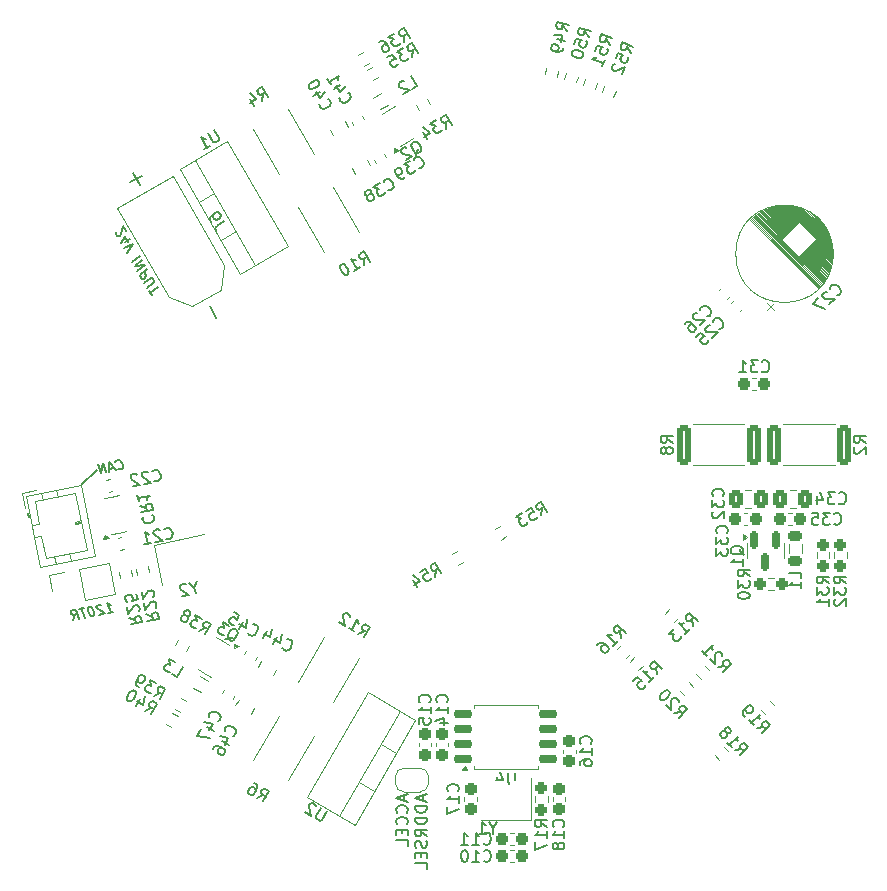
<source format=gbo>
G04 #@! TF.GenerationSoftware,KiCad,Pcbnew,8.0.1-rc1*
G04 #@! TF.CreationDate,2024-04-12T00:39:34-07:00*
G04 #@! TF.ProjectId,Toolhead Board,546f6f6c-6865-4616-9420-426f6172642e,1*
G04 #@! TF.SameCoordinates,Original*
G04 #@! TF.FileFunction,Legend,Bot*
G04 #@! TF.FilePolarity,Positive*
%FSLAX46Y46*%
G04 Gerber Fmt 4.6, Leading zero omitted, Abs format (unit mm)*
G04 Created by KiCad (PCBNEW 8.0.1-rc1) date 2024-04-12 00:39:34*
%MOMM*%
%LPD*%
G01*
G04 APERTURE LIST*
G04 Aperture macros list*
%AMRoundRect*
0 Rectangle with rounded corners*
0 $1 Rounding radius*
0 $2 $3 $4 $5 $6 $7 $8 $9 X,Y pos of 4 corners*
0 Add a 4 corners polygon primitive as box body*
4,1,4,$2,$3,$4,$5,$6,$7,$8,$9,$2,$3,0*
0 Add four circle primitives for the rounded corners*
1,1,$1+$1,$2,$3*
1,1,$1+$1,$4,$5*
1,1,$1+$1,$6,$7*
1,1,$1+$1,$8,$9*
0 Add four rect primitives between the rounded corners*
20,1,$1+$1,$2,$3,$4,$5,0*
20,1,$1+$1,$4,$5,$6,$7,0*
20,1,$1+$1,$6,$7,$8,$9,0*
20,1,$1+$1,$8,$9,$2,$3,0*%
%AMHorizOval*
0 Thick line with rounded ends*
0 $1 width*
0 $2 $3 position (X,Y) of the first rounded end (center of the circle)*
0 $4 $5 position (X,Y) of the second rounded end (center of the circle)*
0 Add line between two ends*
20,1,$1,$2,$3,$4,$5,0*
0 Add two circle primitives to create the rounded ends*
1,1,$1,$2,$3*
1,1,$1,$4,$5*%
%AMRotRect*
0 Rectangle, with rotation*
0 The origin of the aperture is its center*
0 $1 length*
0 $2 width*
0 $3 Rotation angle, in degrees counterclockwise*
0 Add horizontal line*
21,1,$1,$2,0,0,$3*%
%AMFreePoly0*
4,1,19,0.500000,-0.750000,0.000000,-0.750000,0.000000,-0.744911,-0.071157,-0.744911,-0.207708,-0.704816,-0.327430,-0.627875,-0.420627,-0.520320,-0.479746,-0.390866,-0.500000,-0.250000,-0.500000,0.250000,-0.479746,0.390866,-0.420627,0.520320,-0.327430,0.627875,-0.207708,0.704816,-0.071157,0.744911,0.000000,0.744911,0.000000,0.750000,0.500000,0.750000,0.500000,-0.750000,0.500000,-0.750000,
$1*%
%AMFreePoly1*
4,1,19,0.000000,0.744911,0.071157,0.744911,0.207708,0.704816,0.327430,0.627875,0.420627,0.520320,0.479746,0.390866,0.500000,0.250000,0.500000,-0.250000,0.479746,-0.390866,0.420627,-0.520320,0.327430,-0.627875,0.207708,-0.704816,0.071157,-0.744911,0.000000,-0.744911,0.000000,-0.750000,-0.500000,-0.750000,-0.500000,0.750000,0.000000,0.750000,0.000000,0.744911,0.000000,0.744911,
$1*%
G04 Aperture macros list end*
%ADD10C,0.152400*%
%ADD11C,0.150000*%
%ADD12C,0.120000*%
%ADD13RotRect,1.700000X1.700000X120.000000*%
%ADD14HorizOval,1.700000X0.000000X0.000000X0.000000X0.000000X0*%
%ADD15C,0.600000*%
%ADD16HorizOval,0.600000X0.088388X0.088388X-0.088388X-0.088388X0*%
%ADD17HorizOval,1.300000X-0.353553X0.353553X0.353553X-0.353553X0*%
%ADD18HorizOval,1.300000X-0.459619X0.459619X0.459619X-0.459619X0*%
%ADD19C,4.400000*%
%ADD20R,1.700000X1.700000*%
%ADD21O,1.700000X1.700000*%
%ADD22C,5.600000*%
%ADD23RotRect,1.700000X1.700000X240.000000*%
%ADD24HorizOval,1.700000X0.000000X0.000000X0.000000X0.000000X0*%
%ADD25RoundRect,0.237500X0.097756X0.330681X-0.335256X0.080681X-0.097756X-0.330681X0.335256X-0.080681X0*%
%ADD26RoundRect,0.237500X-0.080681X0.335256X-0.330681X-0.097756X0.080681X-0.335256X0.330681X0.097756X0*%
%ADD27RoundRect,0.237500X-0.355681X0.141058X-0.055681X-0.378558X0.355681X-0.141058X0.055681X0.378558X0*%
%ADD28RotRect,1.700000X1.700000X281.500000*%
%ADD29HorizOval,1.700000X0.000000X0.000000X0.000000X0.000000X0*%
%ADD30RoundRect,0.237500X0.237500X-0.250000X0.237500X0.250000X-0.237500X0.250000X-0.237500X-0.250000X0*%
%ADD31RoundRect,0.250000X-0.362500X-1.425000X0.362500X-1.425000X0.362500X1.425000X-0.362500X1.425000X0*%
%ADD32RoundRect,0.237500X-0.344715X0.008839X0.008839X-0.344715X0.344715X-0.008839X-0.008839X0.344715X0*%
%ADD33RoundRect,0.237500X0.008839X0.344715X-0.344715X-0.008839X-0.008839X-0.344715X0.344715X0.008839X0*%
%ADD34RoundRect,0.237500X-0.237500X0.250000X-0.237500X-0.250000X0.237500X-0.250000X0.237500X0.250000X0*%
%ADD35RoundRect,0.237500X0.044194X0.380070X-0.380070X-0.044194X-0.044194X-0.380070X0.380070X0.044194X0*%
%ADD36RotRect,1.600000X1.600000X45.000000*%
%ADD37C,1.600000*%
%ADD38RoundRect,0.237500X0.055681X-0.378558X0.355681X0.141058X-0.055681X0.378558X-0.355681X-0.141058X0*%
%ADD39RoundRect,0.237500X0.355681X-0.141058X0.055681X0.378558X-0.355681X0.141058X-0.055681X-0.378558X0*%
%ADD40RoundRect,0.237500X-0.335256X-0.080681X0.097756X-0.330681X0.335256X0.080681X-0.097756X0.330681X0*%
%ADD41RoundRect,0.250000X-1.052836X1.026434X-1.415336X0.398566X1.052836X-1.026434X1.415336X-0.398566X0*%
%ADD42RoundRect,0.250000X-0.682232X0.218369X-0.542674X-0.467579X0.682232X-0.218369X0.542674X0.467579X0*%
%ADD43HorizOval,1.200000X-0.269479X-0.054826X0.269479X0.054826X0*%
%ADD44RoundRect,0.250000X-0.337500X-0.475000X0.337500X-0.475000X0.337500X0.475000X-0.337500X0.475000X0*%
%ADD45RoundRect,0.250000X1.415336X0.398566X1.052836X1.026434X-1.415336X-0.398566X-1.052836X-1.026434X0*%
%ADD46RoundRect,0.237500X0.300000X0.237500X-0.300000X0.237500X-0.300000X-0.237500X0.300000X-0.237500X0*%
%ADD47RoundRect,0.237500X-0.008839X-0.344715X0.344715X0.008839X0.008839X0.344715X-0.344715X-0.008839X0*%
%ADD48RoundRect,0.250000X-0.580112X0.054784X-0.242612X-0.529784X0.580112X-0.054784X0.242612X0.529784X0*%
%ADD49RoundRect,0.218750X0.381250X-0.218750X0.381250X0.218750X-0.381250X0.218750X-0.381250X-0.218750X0*%
%ADD50RoundRect,0.250000X0.242612X-0.529784X0.580112X0.054784X-0.242612X0.529784X-0.580112X-0.054784X0*%
%ADD51FreePoly0,0.000000*%
%ADD52FreePoly1,0.000000*%
%ADD53RoundRect,0.150000X0.583790X-0.163846X-0.433790X0.423654X-0.583790X0.163846X0.433790X-0.423654X0*%
%ADD54RoundRect,0.237500X0.344715X-0.008839X-0.008839X0.344715X-0.344715X0.008839X0.008839X-0.344715X0*%
%ADD55RoundRect,0.237500X-0.097756X-0.330681X0.335256X-0.080681X0.097756X0.330681X-0.335256X0.080681X0*%
%ADD56RoundRect,0.237500X-0.246628X-0.292542X0.341327X-0.172922X0.246628X0.292542X-0.341327X0.172922X0*%
%ADD57RoundRect,0.237500X0.237500X-0.300000X0.237500X0.300000X-0.237500X0.300000X-0.237500X-0.300000X0*%
%ADD58RotRect,1.905000X2.000000X60.000000*%
%ADD59HorizOval,1.905000X-0.041136X0.023750X0.041136X-0.023750X0*%
%ADD60RoundRect,0.250000X-0.242612X0.529784X-0.580112X-0.054784X0.242612X-0.529784X0.580112X0.054784X0*%
%ADD61RoundRect,0.237500X-0.120937X0.322925X-0.316303X-0.137328X0.120937X-0.322925X0.316303X0.137328X0*%
%ADD62R,1.650000X1.350000*%
%ADD63RoundRect,0.150000X-0.545801X-0.264117X0.605611X-0.029860X0.545801X0.264117X-0.605611X0.029860X0*%
%ADD64RotRect,3.800000X3.800000X120.000000*%
%ADD65C,4.000000*%
%ADD66RoundRect,0.237500X0.282574X-0.197631X0.182890X0.292331X-0.282574X0.197631X-0.182890X-0.292331X0*%
%ADD67RoundRect,0.218750X-0.380068X-0.220797X-0.001182X-0.439547X0.380068X0.220797X0.001182X0.439547X0*%
%ADD68RoundRect,0.237500X-0.300000X-0.237500X0.300000X-0.237500X0.300000X0.237500X-0.300000X0.237500X0*%
%ADD69RoundRect,0.237500X-0.237500X0.300000X-0.237500X-0.300000X0.237500X-0.300000X0.237500X0.300000X0*%
%ADD70RoundRect,0.218750X-0.001182X0.439547X-0.380068X0.220797X0.001182X-0.439547X0.380068X-0.220797X0*%
%ADD71RoundRect,0.150000X-0.150000X0.587500X-0.150000X-0.587500X0.150000X-0.587500X0.150000X0.587500X0*%
%ADD72RoundRect,0.237500X-0.137672X0.316153X-0.308682X-0.153693X0.137672X-0.316153X0.308682X0.153693X0*%
%ADD73RoundRect,0.250000X0.337500X0.475000X-0.337500X0.475000X-0.337500X-0.475000X0.337500X-0.475000X0*%
%ADD74RotRect,1.650000X1.350000X11.500000*%
%ADD75RoundRect,0.237500X-0.250000X-0.237500X0.250000X-0.237500X0.250000X0.237500X-0.250000X0.237500X0*%
%ADD76RoundRect,0.237500X-0.055681X0.378558X-0.355681X-0.141058X0.055681X-0.378558X0.355681X0.141058X0*%
%ADD77RoundRect,0.237500X-0.154029X0.308514X-0.300215X-0.169638X0.154029X-0.308514X0.300215X0.169638X0*%
%ADD78RotRect,1.905000X2.000000X300.000000*%
%ADD79HorizOval,1.905000X-0.041136X-0.023750X0.041136X0.023750X0*%
%ADD80RoundRect,0.150000X-0.650000X-0.150000X0.650000X-0.150000X0.650000X0.150000X-0.650000X0.150000X0*%
%ADD81RoundRect,0.150000X-0.433790X-0.423654X0.583790X0.163846X0.433790X0.423654X-0.583790X-0.163846X0*%
%ADD82RoundRect,0.237500X0.330681X-0.097756X0.080681X0.335256X-0.330681X0.097756X-0.080681X-0.335256X0*%
%ADD83RoundRect,0.250000X0.580112X-0.054784X0.242612X0.529784X-0.580112X0.054784X-0.242612X-0.529784X0*%
%ADD84RoundRect,0.237500X0.335256X0.080681X-0.097756X0.330681X-0.335256X-0.080681X0.097756X-0.330681X0*%
%ADD85RoundRect,0.237500X-0.169965X0.300030X-0.290926X-0.185117X0.169965X-0.300030X0.290926X0.185117X0*%
G04 APERTURE END LIST*
D10*
X44360000Y-77110000D02*
X42993148Y-78389180D01*
X45295574Y-89234894D02*
X45750707Y-89142296D01*
X45523141Y-89188595D02*
X45261534Y-88412368D01*
X45261534Y-88412368D02*
X45374762Y-88507825D01*
X45374762Y-88507825D02*
X45475532Y-88566318D01*
X45475532Y-88566318D02*
X45563845Y-88587848D01*
X44755461Y-88594325D02*
X44705076Y-88565078D01*
X44705076Y-88565078D02*
X44616763Y-88543548D01*
X44616763Y-88543548D02*
X44427124Y-88582131D01*
X44427124Y-88582131D02*
X44363726Y-88634527D01*
X44363726Y-88634527D02*
X44338255Y-88679207D01*
X44338255Y-88679207D02*
X44325243Y-88760849D01*
X44325243Y-88760849D02*
X44350158Y-88834776D01*
X44350158Y-88834776D02*
X44425458Y-88937949D01*
X44425458Y-88937949D02*
X45030080Y-89288909D01*
X45030080Y-89288909D02*
X44537019Y-89389224D01*
X43782352Y-88713311D02*
X43706497Y-88728744D01*
X43706497Y-88728744D02*
X43643099Y-88781140D01*
X43643099Y-88781140D02*
X43617628Y-88825820D01*
X43617628Y-88825820D02*
X43604616Y-88907463D01*
X43604616Y-88907463D02*
X43616518Y-89063032D01*
X43616518Y-89063032D02*
X43678805Y-89247848D01*
X43678805Y-89247848D02*
X43766563Y-89387984D01*
X43766563Y-89387984D02*
X43829405Y-89454194D01*
X43829405Y-89454194D02*
X43879790Y-89483441D01*
X43879790Y-89483441D02*
X43968103Y-89504971D01*
X43968103Y-89504971D02*
X44043959Y-89489538D01*
X44043959Y-89489538D02*
X44107357Y-89437142D01*
X44107357Y-89437142D02*
X44132827Y-89392462D01*
X44132827Y-89392462D02*
X44145840Y-89310819D01*
X44145840Y-89310819D02*
X44133938Y-89155250D01*
X44133938Y-89155250D02*
X44071651Y-88970434D01*
X44071651Y-88970434D02*
X43983893Y-88830298D01*
X43983893Y-88830298D02*
X43921050Y-88764088D01*
X43921050Y-88764088D02*
X43870665Y-88734841D01*
X43870665Y-88734841D02*
X43782352Y-88713311D01*
X43289292Y-88813625D02*
X42834159Y-88906223D01*
X43323332Y-89636151D02*
X43061725Y-88859924D01*
X42375138Y-89829063D02*
X42516058Y-89405416D01*
X42830271Y-89736465D02*
X42568665Y-88960238D01*
X42568665Y-88960238D02*
X42265243Y-89021970D01*
X42265243Y-89021970D02*
X42201845Y-89074367D01*
X42201845Y-89074367D02*
X42176374Y-89119046D01*
X42176374Y-89119046D02*
X42163361Y-89200689D01*
X42163361Y-89200689D02*
X42200734Y-89311579D01*
X42200734Y-89311579D02*
X42263576Y-89377789D01*
X42263576Y-89377789D02*
X42313962Y-89407035D01*
X42313962Y-89407035D02*
X42402275Y-89428565D01*
X42402275Y-89428565D02*
X42705697Y-89366834D01*
X46150033Y-77057581D02*
X46200418Y-77086827D01*
X46200418Y-77086827D02*
X46326659Y-77100641D01*
X46326659Y-77100641D02*
X46402514Y-77085208D01*
X46402514Y-77085208D02*
X46503840Y-77025095D01*
X46503840Y-77025095D02*
X46554781Y-76935736D01*
X46554781Y-76935736D02*
X46567793Y-76854093D01*
X46567793Y-76854093D02*
X46555891Y-76698524D01*
X46555891Y-76698524D02*
X46518519Y-76587634D01*
X46518519Y-76587634D02*
X46430761Y-76447498D01*
X46430761Y-76447498D02*
X46367919Y-76381288D01*
X46367919Y-76381288D02*
X46267148Y-76322795D01*
X46267148Y-76322795D02*
X46140908Y-76308981D01*
X46140908Y-76308981D02*
X46065052Y-76324414D01*
X46065052Y-76324414D02*
X45963726Y-76384527D01*
X45963726Y-76384527D02*
X45938256Y-76429206D01*
X45796781Y-76971460D02*
X45417503Y-77048625D01*
X45947381Y-77177806D02*
X45420280Y-76455594D01*
X45420280Y-76455594D02*
X45416393Y-77285837D01*
X45150898Y-77339852D02*
X44889291Y-76563625D01*
X44889291Y-76563625D02*
X44695765Y-77432450D01*
X44695765Y-77432450D02*
X44434158Y-76656223D01*
X45978075Y-56990058D02*
X45966327Y-57047119D01*
X45966327Y-57047119D02*
X45973932Y-57137700D01*
X45973932Y-57137700D02*
X46070694Y-57305297D01*
X46070694Y-57305297D02*
X46140499Y-57348793D01*
X46140499Y-57348793D02*
X46190951Y-57358770D01*
X46190951Y-57358770D02*
X46272504Y-57345205D01*
X46272504Y-57345205D02*
X46334705Y-57298120D01*
X46334705Y-57298120D02*
X46408653Y-57193974D01*
X46408653Y-57193974D02*
X46549628Y-56509235D01*
X46549628Y-56509235D02*
X46801209Y-56944986D01*
X46714148Y-57877925D02*
X47149551Y-57548333D01*
X46368584Y-57898667D02*
X46738326Y-57377936D01*
X46738326Y-57377936D02*
X46989907Y-57813687D01*
X46651265Y-58310875D02*
X47439837Y-58051122D01*
X47439837Y-58051122D02*
X46922198Y-58780146D01*
X48020408Y-59056702D02*
X47367303Y-59551090D01*
X48213932Y-59391895D02*
X47560827Y-59886283D01*
X47560827Y-59886283D02*
X48446161Y-59794127D01*
X48446161Y-59794127D02*
X47793055Y-60288515D01*
X48639685Y-60129320D02*
X47986579Y-60623708D01*
X47986579Y-60623708D02*
X48141398Y-60891863D01*
X48141398Y-60891863D02*
X48211203Y-60935359D01*
X48211203Y-60935359D02*
X48261656Y-60945336D01*
X48261656Y-60945336D02*
X48343209Y-60931771D01*
X48343209Y-60931771D02*
X48436510Y-60861144D01*
X48436510Y-60861144D02*
X48479358Y-60780540D01*
X48479358Y-60780540D02*
X48491106Y-60723478D01*
X48491106Y-60723478D02*
X48483501Y-60632897D01*
X48483501Y-60632897D02*
X48328682Y-60364743D01*
X48392979Y-61327614D02*
X48921684Y-60927395D01*
X48921684Y-60927395D02*
X49003237Y-60913829D01*
X49003237Y-60913829D02*
X49053689Y-60923806D01*
X49053689Y-60923806D02*
X49123494Y-60967303D01*
X49123494Y-60967303D02*
X49200904Y-61101380D01*
X49200904Y-61101380D02*
X49208508Y-61191961D01*
X49208508Y-61191961D02*
X49196761Y-61249022D01*
X49196761Y-61249022D02*
X49153912Y-61329626D01*
X49153912Y-61329626D02*
X48625208Y-61729845D01*
X48760675Y-61964481D02*
X48992903Y-62366712D01*
X49529895Y-61671208D02*
X48876789Y-62165597D01*
D11*
X70404132Y-104679160D02*
X70404132Y-105155350D01*
X70689847Y-104583922D02*
X69689847Y-104917255D01*
X69689847Y-104917255D02*
X70689847Y-105250588D01*
X70594608Y-106155350D02*
X70642228Y-106107731D01*
X70642228Y-106107731D02*
X70689847Y-105964874D01*
X70689847Y-105964874D02*
X70689847Y-105869636D01*
X70689847Y-105869636D02*
X70642228Y-105726779D01*
X70642228Y-105726779D02*
X70546989Y-105631541D01*
X70546989Y-105631541D02*
X70451751Y-105583922D01*
X70451751Y-105583922D02*
X70261275Y-105536303D01*
X70261275Y-105536303D02*
X70118418Y-105536303D01*
X70118418Y-105536303D02*
X69927942Y-105583922D01*
X69927942Y-105583922D02*
X69832704Y-105631541D01*
X69832704Y-105631541D02*
X69737466Y-105726779D01*
X69737466Y-105726779D02*
X69689847Y-105869636D01*
X69689847Y-105869636D02*
X69689847Y-105964874D01*
X69689847Y-105964874D02*
X69737466Y-106107731D01*
X69737466Y-106107731D02*
X69785085Y-106155350D01*
X70594608Y-107155350D02*
X70642228Y-107107731D01*
X70642228Y-107107731D02*
X70689847Y-106964874D01*
X70689847Y-106964874D02*
X70689847Y-106869636D01*
X70689847Y-106869636D02*
X70642228Y-106726779D01*
X70642228Y-106726779D02*
X70546989Y-106631541D01*
X70546989Y-106631541D02*
X70451751Y-106583922D01*
X70451751Y-106583922D02*
X70261275Y-106536303D01*
X70261275Y-106536303D02*
X70118418Y-106536303D01*
X70118418Y-106536303D02*
X69927942Y-106583922D01*
X69927942Y-106583922D02*
X69832704Y-106631541D01*
X69832704Y-106631541D02*
X69737466Y-106726779D01*
X69737466Y-106726779D02*
X69689847Y-106869636D01*
X69689847Y-106869636D02*
X69689847Y-106964874D01*
X69689847Y-106964874D02*
X69737466Y-107107731D01*
X69737466Y-107107731D02*
X69785085Y-107155350D01*
X70166037Y-107583922D02*
X70166037Y-107917255D01*
X70689847Y-108060112D02*
X70689847Y-107583922D01*
X70689847Y-107583922D02*
X69689847Y-107583922D01*
X69689847Y-107583922D02*
X69689847Y-108060112D01*
X70689847Y-108964874D02*
X70689847Y-108488684D01*
X70689847Y-108488684D02*
X69689847Y-108488684D01*
X72014076Y-104679160D02*
X72014076Y-105155350D01*
X72299791Y-104583922D02*
X71299791Y-104917255D01*
X71299791Y-104917255D02*
X72299791Y-105250588D01*
X72299791Y-105583922D02*
X71299791Y-105583922D01*
X71299791Y-105583922D02*
X71299791Y-105822017D01*
X71299791Y-105822017D02*
X71347410Y-105964874D01*
X71347410Y-105964874D02*
X71442648Y-106060112D01*
X71442648Y-106060112D02*
X71537886Y-106107731D01*
X71537886Y-106107731D02*
X71728362Y-106155350D01*
X71728362Y-106155350D02*
X71871219Y-106155350D01*
X71871219Y-106155350D02*
X72061695Y-106107731D01*
X72061695Y-106107731D02*
X72156933Y-106060112D01*
X72156933Y-106060112D02*
X72252172Y-105964874D01*
X72252172Y-105964874D02*
X72299791Y-105822017D01*
X72299791Y-105822017D02*
X72299791Y-105583922D01*
X72299791Y-106583922D02*
X71299791Y-106583922D01*
X71299791Y-106583922D02*
X71299791Y-106822017D01*
X71299791Y-106822017D02*
X71347410Y-106964874D01*
X71347410Y-106964874D02*
X71442648Y-107060112D01*
X71442648Y-107060112D02*
X71537886Y-107107731D01*
X71537886Y-107107731D02*
X71728362Y-107155350D01*
X71728362Y-107155350D02*
X71871219Y-107155350D01*
X71871219Y-107155350D02*
X72061695Y-107107731D01*
X72061695Y-107107731D02*
X72156933Y-107060112D01*
X72156933Y-107060112D02*
X72252172Y-106964874D01*
X72252172Y-106964874D02*
X72299791Y-106822017D01*
X72299791Y-106822017D02*
X72299791Y-106583922D01*
X72299791Y-108155350D02*
X71823600Y-107822017D01*
X72299791Y-107583922D02*
X71299791Y-107583922D01*
X71299791Y-107583922D02*
X71299791Y-107964874D01*
X71299791Y-107964874D02*
X71347410Y-108060112D01*
X71347410Y-108060112D02*
X71395029Y-108107731D01*
X71395029Y-108107731D02*
X71490267Y-108155350D01*
X71490267Y-108155350D02*
X71633124Y-108155350D01*
X71633124Y-108155350D02*
X71728362Y-108107731D01*
X71728362Y-108107731D02*
X71775981Y-108060112D01*
X71775981Y-108060112D02*
X71823600Y-107964874D01*
X71823600Y-107964874D02*
X71823600Y-107583922D01*
X72252172Y-108536303D02*
X72299791Y-108679160D01*
X72299791Y-108679160D02*
X72299791Y-108917255D01*
X72299791Y-108917255D02*
X72252172Y-109012493D01*
X72252172Y-109012493D02*
X72204552Y-109060112D01*
X72204552Y-109060112D02*
X72109314Y-109107731D01*
X72109314Y-109107731D02*
X72014076Y-109107731D01*
X72014076Y-109107731D02*
X71918838Y-109060112D01*
X71918838Y-109060112D02*
X71871219Y-109012493D01*
X71871219Y-109012493D02*
X71823600Y-108917255D01*
X71823600Y-108917255D02*
X71775981Y-108726779D01*
X71775981Y-108726779D02*
X71728362Y-108631541D01*
X71728362Y-108631541D02*
X71680743Y-108583922D01*
X71680743Y-108583922D02*
X71585505Y-108536303D01*
X71585505Y-108536303D02*
X71490267Y-108536303D01*
X71490267Y-108536303D02*
X71395029Y-108583922D01*
X71395029Y-108583922D02*
X71347410Y-108631541D01*
X71347410Y-108631541D02*
X71299791Y-108726779D01*
X71299791Y-108726779D02*
X71299791Y-108964874D01*
X71299791Y-108964874D02*
X71347410Y-109107731D01*
X71775981Y-109536303D02*
X71775981Y-109869636D01*
X72299791Y-110012493D02*
X72299791Y-109536303D01*
X72299791Y-109536303D02*
X71299791Y-109536303D01*
X71299791Y-109536303D02*
X71299791Y-110012493D01*
X72299791Y-110917255D02*
X72299791Y-110441065D01*
X72299791Y-110441065D02*
X71299791Y-110441065D01*
X73031840Y-86167988D02*
X73082420Y-85588929D01*
X73526712Y-85882274D02*
X73026712Y-85016249D01*
X73026712Y-85016249D02*
X72696797Y-85206725D01*
X72696797Y-85206725D02*
X72638128Y-85295583D01*
X72638128Y-85295583D02*
X72620698Y-85360632D01*
X72620698Y-85360632D02*
X72627078Y-85466920D01*
X72627078Y-85466920D02*
X72698507Y-85590638D01*
X72698507Y-85590638D02*
X72787365Y-85649307D01*
X72787365Y-85649307D02*
X72852414Y-85666737D01*
X72852414Y-85666737D02*
X72958702Y-85660357D01*
X72958702Y-85660357D02*
X73288616Y-85469881D01*
X71748293Y-85754344D02*
X72160686Y-85516249D01*
X72160686Y-85516249D02*
X72440021Y-85904832D01*
X72440021Y-85904832D02*
X72374972Y-85887402D01*
X72374972Y-85887402D02*
X72268684Y-85893782D01*
X72268684Y-85893782D02*
X72062487Y-86012830D01*
X72062487Y-86012830D02*
X72003818Y-86101688D01*
X72003818Y-86101688D02*
X71986388Y-86166737D01*
X71986388Y-86166737D02*
X71992768Y-86273025D01*
X71992768Y-86273025D02*
X72111816Y-86479222D01*
X72111816Y-86479222D02*
X72200674Y-86537891D01*
X72200674Y-86537891D02*
X72265723Y-86555320D01*
X72265723Y-86555320D02*
X72372011Y-86548941D01*
X72372011Y-86548941D02*
X72578208Y-86429893D01*
X72578208Y-86429893D02*
X72636877Y-86341035D01*
X72636877Y-86341035D02*
X72654307Y-86275986D01*
X71131413Y-86495400D02*
X71464746Y-87072750D01*
X71147133Y-86046438D02*
X71710473Y-86545980D01*
X71710473Y-86545980D02*
X71174362Y-86855504D01*
X53028882Y-90760807D02*
X53555652Y-90515081D01*
X53523753Y-91046521D02*
X54023753Y-90180496D01*
X54023753Y-90180496D02*
X53693839Y-89990020D01*
X53693839Y-89990020D02*
X53587551Y-89983640D01*
X53587551Y-89983640D02*
X53522502Y-90001070D01*
X53522502Y-90001070D02*
X53433644Y-90059739D01*
X53433644Y-90059739D02*
X53362215Y-90183457D01*
X53362215Y-90183457D02*
X53355835Y-90289745D01*
X53355835Y-90289745D02*
X53373265Y-90354794D01*
X53373265Y-90354794D02*
X53431934Y-90443652D01*
X53431934Y-90443652D02*
X53761849Y-90634128D01*
X53240206Y-89728115D02*
X52704096Y-89418591D01*
X52704096Y-89418591D02*
X52802294Y-89915172D01*
X52802294Y-89915172D02*
X52678577Y-89843744D01*
X52678577Y-89843744D02*
X52572288Y-89837364D01*
X52572288Y-89837364D02*
X52507240Y-89854794D01*
X52507240Y-89854794D02*
X52418381Y-89913463D01*
X52418381Y-89913463D02*
X52299334Y-90119659D01*
X52299334Y-90119659D02*
X52292954Y-90225947D01*
X52292954Y-90225947D02*
X52310384Y-90290996D01*
X52310384Y-90290996D02*
X52369053Y-90379855D01*
X52369053Y-90379855D02*
X52616489Y-90522712D01*
X52616489Y-90522712D02*
X52722777Y-90529091D01*
X52722777Y-90529091D02*
X52787826Y-90511662D01*
X51994938Y-89504030D02*
X52101226Y-89510410D01*
X52101226Y-89510410D02*
X52166275Y-89492980D01*
X52166275Y-89492980D02*
X52255133Y-89434311D01*
X52255133Y-89434311D02*
X52278943Y-89393072D01*
X52278943Y-89393072D02*
X52285323Y-89286784D01*
X52285323Y-89286784D02*
X52267893Y-89221735D01*
X52267893Y-89221735D02*
X52209224Y-89132877D01*
X52209224Y-89132877D02*
X52044267Y-89037639D01*
X52044267Y-89037639D02*
X51937978Y-89031259D01*
X51937978Y-89031259D02*
X51872930Y-89048689D01*
X51872930Y-89048689D02*
X51784071Y-89107358D01*
X51784071Y-89107358D02*
X51760262Y-89148597D01*
X51760262Y-89148597D02*
X51753882Y-89254885D01*
X51753882Y-89254885D02*
X51771312Y-89319934D01*
X51771312Y-89319934D02*
X51829981Y-89408792D01*
X51829981Y-89408792D02*
X51994938Y-89504030D01*
X51994938Y-89504030D02*
X52053607Y-89592889D01*
X52053607Y-89592889D02*
X52071037Y-89657938D01*
X52071037Y-89657938D02*
X52064657Y-89764226D01*
X52064657Y-89764226D02*
X51969419Y-89929183D01*
X51969419Y-89929183D02*
X51880561Y-89987852D01*
X51880561Y-89987852D02*
X51815512Y-90005282D01*
X51815512Y-90005282D02*
X51709224Y-89998902D01*
X51709224Y-89998902D02*
X51544267Y-89903664D01*
X51544267Y-89903664D02*
X51485598Y-89814806D01*
X51485598Y-89814806D02*
X51468168Y-89749757D01*
X51468168Y-89749757D02*
X51474547Y-89643469D01*
X51474547Y-89643469D02*
X51569786Y-89478512D01*
X51569786Y-89478512D02*
X51658644Y-89419842D01*
X51658644Y-89419842D02*
X51723693Y-89402413D01*
X51723693Y-89402413D02*
X51829981Y-89408792D01*
X64913302Y-45608491D02*
X64895872Y-45673539D01*
X64895872Y-45673539D02*
X64926061Y-45821067D01*
X64926061Y-45821067D02*
X64973680Y-45903546D01*
X64973680Y-45903546D02*
X65086348Y-46003454D01*
X65086348Y-46003454D02*
X65216446Y-46038313D01*
X65216446Y-46038313D02*
X65322734Y-46031934D01*
X65322734Y-46031934D02*
X65511501Y-45977935D01*
X65511501Y-45977935D02*
X65635219Y-45906506D01*
X65635219Y-45906506D02*
X65776366Y-45770029D01*
X65776366Y-45770029D02*
X65835035Y-45681171D01*
X65835035Y-45681171D02*
X65869895Y-45551073D01*
X65869895Y-45551073D02*
X65839706Y-45403546D01*
X65839706Y-45403546D02*
X65792087Y-45321067D01*
X65792087Y-45321067D02*
X65679419Y-45221159D01*
X65679419Y-45221159D02*
X65614370Y-45203729D01*
X64979602Y-44580469D02*
X64402252Y-44913802D01*
X65428564Y-44596189D02*
X64929022Y-45159529D01*
X64929022Y-45159529D02*
X64619498Y-44623418D01*
X63878442Y-44006537D02*
X64164157Y-44501409D01*
X64021299Y-44253973D02*
X64887325Y-43753973D01*
X64887325Y-43753973D02*
X64811226Y-43907880D01*
X64811226Y-43907880D02*
X64776366Y-44037978D01*
X64776366Y-44037978D02*
X64782746Y-44144266D01*
X106314819Y-86737142D02*
X105838628Y-86403809D01*
X106314819Y-86165714D02*
X105314819Y-86165714D01*
X105314819Y-86165714D02*
X105314819Y-86546666D01*
X105314819Y-86546666D02*
X105362438Y-86641904D01*
X105362438Y-86641904D02*
X105410057Y-86689523D01*
X105410057Y-86689523D02*
X105505295Y-86737142D01*
X105505295Y-86737142D02*
X105648152Y-86737142D01*
X105648152Y-86737142D02*
X105743390Y-86689523D01*
X105743390Y-86689523D02*
X105791009Y-86641904D01*
X105791009Y-86641904D02*
X105838628Y-86546666D01*
X105838628Y-86546666D02*
X105838628Y-86165714D01*
X105314819Y-87070476D02*
X105314819Y-87689523D01*
X105314819Y-87689523D02*
X105695771Y-87356190D01*
X105695771Y-87356190D02*
X105695771Y-87499047D01*
X105695771Y-87499047D02*
X105743390Y-87594285D01*
X105743390Y-87594285D02*
X105791009Y-87641904D01*
X105791009Y-87641904D02*
X105886247Y-87689523D01*
X105886247Y-87689523D02*
X106124342Y-87689523D01*
X106124342Y-87689523D02*
X106219580Y-87641904D01*
X106219580Y-87641904D02*
X106267200Y-87594285D01*
X106267200Y-87594285D02*
X106314819Y-87499047D01*
X106314819Y-87499047D02*
X106314819Y-87213333D01*
X106314819Y-87213333D02*
X106267200Y-87118095D01*
X106267200Y-87118095D02*
X106219580Y-87070476D01*
X106314819Y-88641904D02*
X106314819Y-88070476D01*
X106314819Y-88356190D02*
X105314819Y-88356190D01*
X105314819Y-88356190D02*
X105457676Y-88260952D01*
X105457676Y-88260952D02*
X105552914Y-88165714D01*
X105552914Y-88165714D02*
X105600533Y-88070476D01*
X93104819Y-74833333D02*
X92628628Y-74500000D01*
X93104819Y-74261905D02*
X92104819Y-74261905D01*
X92104819Y-74261905D02*
X92104819Y-74642857D01*
X92104819Y-74642857D02*
X92152438Y-74738095D01*
X92152438Y-74738095D02*
X92200057Y-74785714D01*
X92200057Y-74785714D02*
X92295295Y-74833333D01*
X92295295Y-74833333D02*
X92438152Y-74833333D01*
X92438152Y-74833333D02*
X92533390Y-74785714D01*
X92533390Y-74785714D02*
X92581009Y-74738095D01*
X92581009Y-74738095D02*
X92628628Y-74642857D01*
X92628628Y-74642857D02*
X92628628Y-74261905D01*
X92533390Y-75404762D02*
X92485771Y-75309524D01*
X92485771Y-75309524D02*
X92438152Y-75261905D01*
X92438152Y-75261905D02*
X92342914Y-75214286D01*
X92342914Y-75214286D02*
X92295295Y-75214286D01*
X92295295Y-75214286D02*
X92200057Y-75261905D01*
X92200057Y-75261905D02*
X92152438Y-75309524D01*
X92152438Y-75309524D02*
X92104819Y-75404762D01*
X92104819Y-75404762D02*
X92104819Y-75595238D01*
X92104819Y-75595238D02*
X92152438Y-75690476D01*
X92152438Y-75690476D02*
X92200057Y-75738095D01*
X92200057Y-75738095D02*
X92295295Y-75785714D01*
X92295295Y-75785714D02*
X92342914Y-75785714D01*
X92342914Y-75785714D02*
X92438152Y-75738095D01*
X92438152Y-75738095D02*
X92485771Y-75690476D01*
X92485771Y-75690476D02*
X92533390Y-75595238D01*
X92533390Y-75595238D02*
X92533390Y-75404762D01*
X92533390Y-75404762D02*
X92581009Y-75309524D01*
X92581009Y-75309524D02*
X92628628Y-75261905D01*
X92628628Y-75261905D02*
X92723866Y-75214286D01*
X92723866Y-75214286D02*
X92914342Y-75214286D01*
X92914342Y-75214286D02*
X93009580Y-75261905D01*
X93009580Y-75261905D02*
X93057200Y-75309524D01*
X93057200Y-75309524D02*
X93104819Y-75404762D01*
X93104819Y-75404762D02*
X93104819Y-75595238D01*
X93104819Y-75595238D02*
X93057200Y-75690476D01*
X93057200Y-75690476D02*
X93009580Y-75738095D01*
X93009580Y-75738095D02*
X92914342Y-75785714D01*
X92914342Y-75785714D02*
X92723866Y-75785714D01*
X92723866Y-75785714D02*
X92628628Y-75738095D01*
X92628628Y-75738095D02*
X92581009Y-75690476D01*
X92581009Y-75690476D02*
X92533390Y-75595238D01*
X98382634Y-100892607D02*
X98955053Y-100791592D01*
X98786695Y-101296668D02*
X99493801Y-100589561D01*
X99493801Y-100589561D02*
X99224427Y-100320187D01*
X99224427Y-100320187D02*
X99123412Y-100286515D01*
X99123412Y-100286515D02*
X99056069Y-100286515D01*
X99056069Y-100286515D02*
X98955053Y-100320187D01*
X98955053Y-100320187D02*
X98854038Y-100421202D01*
X98854038Y-100421202D02*
X98820366Y-100522218D01*
X98820366Y-100522218D02*
X98820366Y-100589561D01*
X98820366Y-100589561D02*
X98854038Y-100690576D01*
X98854038Y-100690576D02*
X99123412Y-100959950D01*
X97709199Y-100219172D02*
X98113260Y-100623233D01*
X97911229Y-100421202D02*
X98618336Y-99714096D01*
X98618336Y-99714096D02*
X98584664Y-99882454D01*
X98584664Y-99882454D02*
X98584664Y-100017141D01*
X98584664Y-100017141D02*
X98618336Y-100118157D01*
X97709198Y-99411050D02*
X97810214Y-99444721D01*
X97810214Y-99444721D02*
X97877557Y-99444721D01*
X97877557Y-99444721D02*
X97978572Y-99411050D01*
X97978572Y-99411050D02*
X98012244Y-99377378D01*
X98012244Y-99377378D02*
X98045916Y-99276363D01*
X98045916Y-99276363D02*
X98045916Y-99209019D01*
X98045916Y-99209019D02*
X98012244Y-99108004D01*
X98012244Y-99108004D02*
X97877557Y-98973317D01*
X97877557Y-98973317D02*
X97776542Y-98939645D01*
X97776542Y-98939645D02*
X97709198Y-98939645D01*
X97709198Y-98939645D02*
X97608183Y-98973317D01*
X97608183Y-98973317D02*
X97574511Y-99006989D01*
X97574511Y-99006989D02*
X97540840Y-99108004D01*
X97540840Y-99108004D02*
X97540840Y-99175347D01*
X97540840Y-99175347D02*
X97574511Y-99276363D01*
X97574511Y-99276363D02*
X97709198Y-99411050D01*
X97709198Y-99411050D02*
X97742870Y-99512065D01*
X97742870Y-99512065D02*
X97742870Y-99579408D01*
X97742870Y-99579408D02*
X97709198Y-99680424D01*
X97709198Y-99680424D02*
X97574511Y-99815111D01*
X97574511Y-99815111D02*
X97473496Y-99848782D01*
X97473496Y-99848782D02*
X97406153Y-99848782D01*
X97406153Y-99848782D02*
X97305137Y-99815111D01*
X97305137Y-99815111D02*
X97170450Y-99680424D01*
X97170450Y-99680424D02*
X97136779Y-99579408D01*
X97136779Y-99579408D02*
X97136779Y-99512065D01*
X97136779Y-99512065D02*
X97170450Y-99411050D01*
X97170450Y-99411050D02*
X97305137Y-99276363D01*
X97305137Y-99276363D02*
X97406153Y-99242691D01*
X97406153Y-99242691D02*
X97473496Y-99242691D01*
X97473496Y-99242691D02*
X97574511Y-99276363D01*
X88730370Y-91356766D02*
X88629355Y-90784347D01*
X89134431Y-90952705D02*
X88427324Y-90245599D01*
X88427324Y-90245599D02*
X88157950Y-90514973D01*
X88157950Y-90514973D02*
X88124278Y-90615988D01*
X88124278Y-90615988D02*
X88124278Y-90683331D01*
X88124278Y-90683331D02*
X88157950Y-90784347D01*
X88157950Y-90784347D02*
X88258965Y-90885362D01*
X88258965Y-90885362D02*
X88359981Y-90919034D01*
X88359981Y-90919034D02*
X88427324Y-90919034D01*
X88427324Y-90919034D02*
X88528339Y-90885362D01*
X88528339Y-90885362D02*
X88797713Y-90615988D01*
X88056935Y-92030201D02*
X88460996Y-91626140D01*
X88258965Y-91828171D02*
X87551859Y-91121064D01*
X87551859Y-91121064D02*
X87720217Y-91154736D01*
X87720217Y-91154736D02*
X87854904Y-91154736D01*
X87854904Y-91154736D02*
X87955920Y-91121064D01*
X86743736Y-91929186D02*
X86878423Y-91794499D01*
X86878423Y-91794499D02*
X86979439Y-91760828D01*
X86979439Y-91760828D02*
X87046782Y-91760828D01*
X87046782Y-91760828D02*
X87215141Y-91794499D01*
X87215141Y-91794499D02*
X87383500Y-91895515D01*
X87383500Y-91895515D02*
X87652874Y-92164889D01*
X87652874Y-92164889D02*
X87686545Y-92265904D01*
X87686545Y-92265904D02*
X87686545Y-92333247D01*
X87686545Y-92333247D02*
X87652874Y-92434263D01*
X87652874Y-92434263D02*
X87518187Y-92568950D01*
X87518187Y-92568950D02*
X87417171Y-92602621D01*
X87417171Y-92602621D02*
X87349828Y-92602621D01*
X87349828Y-92602621D02*
X87248813Y-92568950D01*
X87248813Y-92568950D02*
X87080454Y-92400591D01*
X87080454Y-92400591D02*
X87046782Y-92299576D01*
X87046782Y-92299576D02*
X87046782Y-92232232D01*
X87046782Y-92232232D02*
X87080454Y-92131217D01*
X87080454Y-92131217D02*
X87215141Y-91996530D01*
X87215141Y-91996530D02*
X87316156Y-91962858D01*
X87316156Y-91962858D02*
X87383500Y-91962858D01*
X87383500Y-91962858D02*
X87484515Y-91996530D01*
X107774819Y-86737142D02*
X107298628Y-86403809D01*
X107774819Y-86165714D02*
X106774819Y-86165714D01*
X106774819Y-86165714D02*
X106774819Y-86546666D01*
X106774819Y-86546666D02*
X106822438Y-86641904D01*
X106822438Y-86641904D02*
X106870057Y-86689523D01*
X106870057Y-86689523D02*
X106965295Y-86737142D01*
X106965295Y-86737142D02*
X107108152Y-86737142D01*
X107108152Y-86737142D02*
X107203390Y-86689523D01*
X107203390Y-86689523D02*
X107251009Y-86641904D01*
X107251009Y-86641904D02*
X107298628Y-86546666D01*
X107298628Y-86546666D02*
X107298628Y-86165714D01*
X106774819Y-87070476D02*
X106774819Y-87689523D01*
X106774819Y-87689523D02*
X107155771Y-87356190D01*
X107155771Y-87356190D02*
X107155771Y-87499047D01*
X107155771Y-87499047D02*
X107203390Y-87594285D01*
X107203390Y-87594285D02*
X107251009Y-87641904D01*
X107251009Y-87641904D02*
X107346247Y-87689523D01*
X107346247Y-87689523D02*
X107584342Y-87689523D01*
X107584342Y-87689523D02*
X107679580Y-87641904D01*
X107679580Y-87641904D02*
X107727200Y-87594285D01*
X107727200Y-87594285D02*
X107774819Y-87499047D01*
X107774819Y-87499047D02*
X107774819Y-87213333D01*
X107774819Y-87213333D02*
X107727200Y-87118095D01*
X107727200Y-87118095D02*
X107679580Y-87070476D01*
X106870057Y-88070476D02*
X106822438Y-88118095D01*
X106822438Y-88118095D02*
X106774819Y-88213333D01*
X106774819Y-88213333D02*
X106774819Y-88451428D01*
X106774819Y-88451428D02*
X106822438Y-88546666D01*
X106822438Y-88546666D02*
X106870057Y-88594285D01*
X106870057Y-88594285D02*
X106965295Y-88641904D01*
X106965295Y-88641904D02*
X107060533Y-88641904D01*
X107060533Y-88641904D02*
X107203390Y-88594285D01*
X107203390Y-88594285D02*
X107774819Y-88022857D01*
X107774819Y-88022857D02*
X107774819Y-88641904D01*
X96041402Y-64147122D02*
X96108745Y-64147122D01*
X96108745Y-64147122D02*
X96243432Y-64079778D01*
X96243432Y-64079778D02*
X96310776Y-64012435D01*
X96310776Y-64012435D02*
X96378119Y-63877748D01*
X96378119Y-63877748D02*
X96378119Y-63743061D01*
X96378119Y-63743061D02*
X96344447Y-63642045D01*
X96344447Y-63642045D02*
X96243432Y-63473687D01*
X96243432Y-63473687D02*
X96142417Y-63372671D01*
X96142417Y-63372671D02*
X95974058Y-63271656D01*
X95974058Y-63271656D02*
X95873043Y-63237984D01*
X95873043Y-63237984D02*
X95738356Y-63237984D01*
X95738356Y-63237984D02*
X95603669Y-63305328D01*
X95603669Y-63305328D02*
X95536325Y-63372671D01*
X95536325Y-63372671D02*
X95468982Y-63507358D01*
X95468982Y-63507358D02*
X95468982Y-63574702D01*
X95199608Y-63844076D02*
X95132264Y-63844076D01*
X95132264Y-63844076D02*
X95031249Y-63877748D01*
X95031249Y-63877748D02*
X94862890Y-64046106D01*
X94862890Y-64046106D02*
X94829219Y-64147122D01*
X94829219Y-64147122D02*
X94829219Y-64214465D01*
X94829219Y-64214465D02*
X94862890Y-64315480D01*
X94862890Y-64315480D02*
X94930234Y-64382824D01*
X94930234Y-64382824D02*
X95064921Y-64450167D01*
X95064921Y-64450167D02*
X95873043Y-64450167D01*
X95873043Y-64450167D02*
X95435310Y-64887900D01*
X94122112Y-64786885D02*
X94256799Y-64652198D01*
X94256799Y-64652198D02*
X94357814Y-64618526D01*
X94357814Y-64618526D02*
X94425158Y-64618526D01*
X94425158Y-64618526D02*
X94593516Y-64652198D01*
X94593516Y-64652198D02*
X94761875Y-64753213D01*
X94761875Y-64753213D02*
X95031249Y-65022587D01*
X95031249Y-65022587D02*
X95064921Y-65123602D01*
X95064921Y-65123602D02*
X95064921Y-65190946D01*
X95064921Y-65190946D02*
X95031249Y-65291961D01*
X95031249Y-65291961D02*
X94896562Y-65426648D01*
X94896562Y-65426648D02*
X94795547Y-65460320D01*
X94795547Y-65460320D02*
X94728203Y-65460320D01*
X94728203Y-65460320D02*
X94627188Y-65426648D01*
X94627188Y-65426648D02*
X94458829Y-65258289D01*
X94458829Y-65258289D02*
X94425158Y-65157274D01*
X94425158Y-65157274D02*
X94425158Y-65089931D01*
X94425158Y-65089931D02*
X94458829Y-64988915D01*
X94458829Y-64988915D02*
X94593516Y-64854228D01*
X94593516Y-64854228D02*
X94694532Y-64820557D01*
X94694532Y-64820557D02*
X94761875Y-64820557D01*
X94761875Y-64820557D02*
X94862890Y-64854228D01*
X106998577Y-62354567D02*
X107065921Y-62354567D01*
X107065921Y-62354567D02*
X107200608Y-62287223D01*
X107200608Y-62287223D02*
X107267951Y-62219880D01*
X107267951Y-62219880D02*
X107335295Y-62085193D01*
X107335295Y-62085193D02*
X107335295Y-61950506D01*
X107335295Y-61950506D02*
X107301623Y-61849491D01*
X107301623Y-61849491D02*
X107200608Y-61681132D01*
X107200608Y-61681132D02*
X107099593Y-61580117D01*
X107099593Y-61580117D02*
X106931234Y-61479101D01*
X106931234Y-61479101D02*
X106830219Y-61445430D01*
X106830219Y-61445430D02*
X106695532Y-61445430D01*
X106695532Y-61445430D02*
X106560845Y-61512773D01*
X106560845Y-61512773D02*
X106493501Y-61580117D01*
X106493501Y-61580117D02*
X106426158Y-61714804D01*
X106426158Y-61714804D02*
X106426158Y-61782147D01*
X106156784Y-62051521D02*
X106089440Y-62051521D01*
X106089440Y-62051521D02*
X105988425Y-62085193D01*
X105988425Y-62085193D02*
X105820066Y-62253552D01*
X105820066Y-62253552D02*
X105786394Y-62354567D01*
X105786394Y-62354567D02*
X105786394Y-62421910D01*
X105786394Y-62421910D02*
X105820066Y-62522926D01*
X105820066Y-62522926D02*
X105887410Y-62590269D01*
X105887410Y-62590269D02*
X106022097Y-62657613D01*
X106022097Y-62657613D02*
X106830219Y-62657613D01*
X106830219Y-62657613D02*
X106392486Y-63095345D01*
X105449677Y-62623941D02*
X104978272Y-63095346D01*
X104978272Y-63095346D02*
X105988425Y-63499407D01*
X54589554Y-98431089D02*
X54654603Y-98413660D01*
X54654603Y-98413660D02*
X54767271Y-98313751D01*
X54767271Y-98313751D02*
X54814890Y-98231273D01*
X54814890Y-98231273D02*
X54845079Y-98083745D01*
X54845079Y-98083745D02*
X54810220Y-97953647D01*
X54810220Y-97953647D02*
X54751551Y-97864789D01*
X54751551Y-97864789D02*
X54610403Y-97728312D01*
X54610403Y-97728312D02*
X54486685Y-97656883D01*
X54486685Y-97656883D02*
X54297918Y-97602884D01*
X54297918Y-97602884D02*
X54191630Y-97596505D01*
X54191630Y-97596505D02*
X54061533Y-97631364D01*
X54061533Y-97631364D02*
X53948865Y-97731273D01*
X53948865Y-97731273D02*
X53901246Y-97813751D01*
X53901246Y-97813751D02*
X53871056Y-97961279D01*
X53871056Y-97961279D02*
X53888486Y-98026327D01*
X53666111Y-98887683D02*
X54243462Y-99221016D01*
X53455244Y-98491010D02*
X54192882Y-98641956D01*
X54192882Y-98641956D02*
X53883358Y-99178067D01*
X53163150Y-99092170D02*
X52829817Y-99669520D01*
X52829817Y-99669520D02*
X53910128Y-99798366D01*
X71607307Y-51577972D02*
X71672355Y-51595402D01*
X71672355Y-51595402D02*
X71819883Y-51565213D01*
X71819883Y-51565213D02*
X71902362Y-51517594D01*
X71902362Y-51517594D02*
X72002270Y-51404926D01*
X72002270Y-51404926D02*
X72037129Y-51274828D01*
X72037129Y-51274828D02*
X72030750Y-51168540D01*
X72030750Y-51168540D02*
X71976751Y-50979773D01*
X71976751Y-50979773D02*
X71905322Y-50856055D01*
X71905322Y-50856055D02*
X71768845Y-50714908D01*
X71768845Y-50714908D02*
X71679987Y-50656239D01*
X71679987Y-50656239D02*
X71549889Y-50621379D01*
X71549889Y-50621379D02*
X71402362Y-50651568D01*
X71402362Y-50651568D02*
X71319883Y-50699187D01*
X71319883Y-50699187D02*
X71219975Y-50811855D01*
X71219975Y-50811855D02*
X71202545Y-50876904D01*
X70866251Y-50961092D02*
X70330140Y-51270616D01*
X70330140Y-51270616D02*
X70809291Y-51433864D01*
X70809291Y-51433864D02*
X70685573Y-51505292D01*
X70685573Y-51505292D02*
X70626904Y-51594151D01*
X70626904Y-51594151D02*
X70609474Y-51659199D01*
X70609474Y-51659199D02*
X70615854Y-51765487D01*
X70615854Y-51765487D02*
X70734901Y-51971684D01*
X70734901Y-51971684D02*
X70823760Y-52030353D01*
X70823760Y-52030353D02*
X70888809Y-52047783D01*
X70888809Y-52047783D02*
X70995097Y-52041403D01*
X70995097Y-52041403D02*
X71242533Y-51898546D01*
X71242533Y-51898546D02*
X71301202Y-51809688D01*
X71301202Y-51809688D02*
X71318631Y-51744639D01*
X70417746Y-52374736D02*
X70252789Y-52469975D01*
X70252789Y-52469975D02*
X70146501Y-52476354D01*
X70146501Y-52476354D02*
X70081452Y-52458925D01*
X70081452Y-52458925D02*
X69927545Y-52382826D01*
X69927545Y-52382826D02*
X69791068Y-52241678D01*
X69791068Y-52241678D02*
X69600592Y-51911764D01*
X69600592Y-51911764D02*
X69594212Y-51805475D01*
X69594212Y-51805475D02*
X69611642Y-51740427D01*
X69611642Y-51740427D02*
X69670311Y-51651568D01*
X69670311Y-51651568D02*
X69835268Y-51556330D01*
X69835268Y-51556330D02*
X69941556Y-51549950D01*
X69941556Y-51549950D02*
X70006605Y-51567380D01*
X70006605Y-51567380D02*
X70095463Y-51626049D01*
X70095463Y-51626049D02*
X70214511Y-51832246D01*
X70214511Y-51832246D02*
X70220891Y-51938534D01*
X70220891Y-51938534D02*
X70203461Y-52003583D01*
X70203461Y-52003583D02*
X70144792Y-52092441D01*
X70144792Y-52092441D02*
X69979834Y-52187679D01*
X69979834Y-52187679D02*
X69873546Y-52194059D01*
X69873546Y-52194059D02*
X69808498Y-52176629D01*
X69808498Y-52176629D02*
X69719639Y-52117960D01*
X49177927Y-96250856D02*
X49704697Y-96005130D01*
X49672798Y-96536570D02*
X50172798Y-95670545D01*
X50172798Y-95670545D02*
X49842884Y-95480069D01*
X49842884Y-95480069D02*
X49736596Y-95473689D01*
X49736596Y-95473689D02*
X49671547Y-95491119D01*
X49671547Y-95491119D02*
X49582689Y-95549788D01*
X49582689Y-95549788D02*
X49511260Y-95673506D01*
X49511260Y-95673506D02*
X49504880Y-95779794D01*
X49504880Y-95779794D02*
X49522310Y-95844843D01*
X49522310Y-95844843D02*
X49580979Y-95933701D01*
X49580979Y-95933701D02*
X49910894Y-96124177D01*
X49389251Y-95218164D02*
X48853141Y-94908640D01*
X48853141Y-94908640D02*
X48951339Y-95405221D01*
X48951339Y-95405221D02*
X48827622Y-95333793D01*
X48827622Y-95333793D02*
X48721333Y-95327413D01*
X48721333Y-95327413D02*
X48656285Y-95344843D01*
X48656285Y-95344843D02*
X48567426Y-95403512D01*
X48567426Y-95403512D02*
X48448379Y-95609708D01*
X48448379Y-95609708D02*
X48441999Y-95715996D01*
X48441999Y-95715996D02*
X48459429Y-95781045D01*
X48459429Y-95781045D02*
X48518098Y-95869904D01*
X48518098Y-95869904D02*
X48765534Y-96012761D01*
X48765534Y-96012761D02*
X48871822Y-96019140D01*
X48871822Y-96019140D02*
X48936871Y-96001711D01*
X47940747Y-95536570D02*
X47775790Y-95441332D01*
X47775790Y-95441332D02*
X47717121Y-95352474D01*
X47717121Y-95352474D02*
X47699691Y-95287425D01*
X47699691Y-95287425D02*
X47688641Y-95116088D01*
X47688641Y-95116088D02*
X47742640Y-94927321D01*
X47742640Y-94927321D02*
X47933116Y-94597407D01*
X47933116Y-94597407D02*
X48021975Y-94538738D01*
X48021975Y-94538738D02*
X48087023Y-94521308D01*
X48087023Y-94521308D02*
X48193312Y-94527688D01*
X48193312Y-94527688D02*
X48358269Y-94622926D01*
X48358269Y-94622926D02*
X48416938Y-94711784D01*
X48416938Y-94711784D02*
X48434368Y-94776833D01*
X48434368Y-94776833D02*
X48427988Y-94883121D01*
X48427988Y-94883121D02*
X48308940Y-95089318D01*
X48308940Y-95089318D02*
X48220082Y-95147987D01*
X48220082Y-95147987D02*
X48155033Y-95165416D01*
X48155033Y-95165416D02*
X48048745Y-95159037D01*
X48048745Y-95159037D02*
X47883788Y-95063799D01*
X47883788Y-95063799D02*
X47825119Y-94974940D01*
X47825119Y-94974940D02*
X47807689Y-94909891D01*
X47807689Y-94909891D02*
X47814069Y-94803603D01*
X66504321Y-91000661D02*
X67031091Y-90754935D01*
X66999192Y-91286375D02*
X67499192Y-90420350D01*
X67499192Y-90420350D02*
X67169278Y-90229874D01*
X67169278Y-90229874D02*
X67062990Y-90223494D01*
X67062990Y-90223494D02*
X66997941Y-90240924D01*
X66997941Y-90240924D02*
X66909083Y-90299593D01*
X66909083Y-90299593D02*
X66837654Y-90423311D01*
X66837654Y-90423311D02*
X66831274Y-90529599D01*
X66831274Y-90529599D02*
X66848704Y-90594648D01*
X66848704Y-90594648D02*
X66907373Y-90683506D01*
X66907373Y-90683506D02*
X67237288Y-90873982D01*
X65679535Y-90524470D02*
X66174406Y-90810185D01*
X65926970Y-90667328D02*
X66426970Y-89801302D01*
X66426970Y-89801302D02*
X66438020Y-89972639D01*
X66438020Y-89972639D02*
X66472880Y-90102737D01*
X66472880Y-90102737D02*
X66531549Y-90191595D01*
X65802001Y-89550447D02*
X65784571Y-89485399D01*
X65784571Y-89485399D02*
X65725902Y-89396540D01*
X65725902Y-89396540D02*
X65519706Y-89277493D01*
X65519706Y-89277493D02*
X65413417Y-89271113D01*
X65413417Y-89271113D02*
X65348369Y-89288543D01*
X65348369Y-89288543D02*
X65259510Y-89347212D01*
X65259510Y-89347212D02*
X65211891Y-89429690D01*
X65211891Y-89429690D02*
X65181702Y-89577218D01*
X65181702Y-89577218D02*
X65390859Y-90357804D01*
X65390859Y-90357804D02*
X64854748Y-90048280D01*
X97349580Y-79337142D02*
X97397200Y-79289523D01*
X97397200Y-79289523D02*
X97444819Y-79146666D01*
X97444819Y-79146666D02*
X97444819Y-79051428D01*
X97444819Y-79051428D02*
X97397200Y-78908571D01*
X97397200Y-78908571D02*
X97301961Y-78813333D01*
X97301961Y-78813333D02*
X97206723Y-78765714D01*
X97206723Y-78765714D02*
X97016247Y-78718095D01*
X97016247Y-78718095D02*
X96873390Y-78718095D01*
X96873390Y-78718095D02*
X96682914Y-78765714D01*
X96682914Y-78765714D02*
X96587676Y-78813333D01*
X96587676Y-78813333D02*
X96492438Y-78908571D01*
X96492438Y-78908571D02*
X96444819Y-79051428D01*
X96444819Y-79051428D02*
X96444819Y-79146666D01*
X96444819Y-79146666D02*
X96492438Y-79289523D01*
X96492438Y-79289523D02*
X96540057Y-79337142D01*
X96444819Y-79670476D02*
X96444819Y-80289523D01*
X96444819Y-80289523D02*
X96825771Y-79956190D01*
X96825771Y-79956190D02*
X96825771Y-80099047D01*
X96825771Y-80099047D02*
X96873390Y-80194285D01*
X96873390Y-80194285D02*
X96921009Y-80241904D01*
X96921009Y-80241904D02*
X97016247Y-80289523D01*
X97016247Y-80289523D02*
X97254342Y-80289523D01*
X97254342Y-80289523D02*
X97349580Y-80241904D01*
X97349580Y-80241904D02*
X97397200Y-80194285D01*
X97397200Y-80194285D02*
X97444819Y-80099047D01*
X97444819Y-80099047D02*
X97444819Y-79813333D01*
X97444819Y-79813333D02*
X97397200Y-79718095D01*
X97397200Y-79718095D02*
X97349580Y-79670476D01*
X96540057Y-80670476D02*
X96492438Y-80718095D01*
X96492438Y-80718095D02*
X96444819Y-80813333D01*
X96444819Y-80813333D02*
X96444819Y-81051428D01*
X96444819Y-81051428D02*
X96492438Y-81146666D01*
X96492438Y-81146666D02*
X96540057Y-81194285D01*
X96540057Y-81194285D02*
X96635295Y-81241904D01*
X96635295Y-81241904D02*
X96730533Y-81241904D01*
X96730533Y-81241904D02*
X96873390Y-81194285D01*
X96873390Y-81194285D02*
X97444819Y-80622857D01*
X97444819Y-80622857D02*
X97444819Y-81241904D01*
X58371746Y-45865687D02*
X58422326Y-45286628D01*
X58866618Y-45579973D02*
X58366618Y-44713948D01*
X58366618Y-44713948D02*
X58036703Y-44904424D01*
X58036703Y-44904424D02*
X57978034Y-44993282D01*
X57978034Y-44993282D02*
X57960605Y-45058331D01*
X57960605Y-45058331D02*
X57966984Y-45164619D01*
X57966984Y-45164619D02*
X58038413Y-45288337D01*
X58038413Y-45288337D02*
X58127271Y-45347006D01*
X58127271Y-45347006D02*
X58192320Y-45364436D01*
X58192320Y-45364436D02*
X58298608Y-45358056D01*
X58298608Y-45358056D02*
X58628523Y-45167580D01*
X57296105Y-45716908D02*
X57629439Y-46294259D01*
X57311826Y-45267946D02*
X57875165Y-45767488D01*
X57875165Y-45767488D02*
X57339054Y-46077012D01*
X100662857Y-68769580D02*
X100710476Y-68817200D01*
X100710476Y-68817200D02*
X100853333Y-68864819D01*
X100853333Y-68864819D02*
X100948571Y-68864819D01*
X100948571Y-68864819D02*
X101091428Y-68817200D01*
X101091428Y-68817200D02*
X101186666Y-68721961D01*
X101186666Y-68721961D02*
X101234285Y-68626723D01*
X101234285Y-68626723D02*
X101281904Y-68436247D01*
X101281904Y-68436247D02*
X101281904Y-68293390D01*
X101281904Y-68293390D02*
X101234285Y-68102914D01*
X101234285Y-68102914D02*
X101186666Y-68007676D01*
X101186666Y-68007676D02*
X101091428Y-67912438D01*
X101091428Y-67912438D02*
X100948571Y-67864819D01*
X100948571Y-67864819D02*
X100853333Y-67864819D01*
X100853333Y-67864819D02*
X100710476Y-67912438D01*
X100710476Y-67912438D02*
X100662857Y-67960057D01*
X100329523Y-67864819D02*
X99710476Y-67864819D01*
X99710476Y-67864819D02*
X100043809Y-68245771D01*
X100043809Y-68245771D02*
X99900952Y-68245771D01*
X99900952Y-68245771D02*
X99805714Y-68293390D01*
X99805714Y-68293390D02*
X99758095Y-68341009D01*
X99758095Y-68341009D02*
X99710476Y-68436247D01*
X99710476Y-68436247D02*
X99710476Y-68674342D01*
X99710476Y-68674342D02*
X99758095Y-68769580D01*
X99758095Y-68769580D02*
X99805714Y-68817200D01*
X99805714Y-68817200D02*
X99900952Y-68864819D01*
X99900952Y-68864819D02*
X100186666Y-68864819D01*
X100186666Y-68864819D02*
X100281904Y-68817200D01*
X100281904Y-68817200D02*
X100329523Y-68769580D01*
X98758095Y-68864819D02*
X99329523Y-68864819D01*
X99043809Y-68864819D02*
X99043809Y-67864819D01*
X99043809Y-67864819D02*
X99139047Y-68007676D01*
X99139047Y-68007676D02*
X99234285Y-68102914D01*
X99234285Y-68102914D02*
X99329523Y-68150533D01*
X106782857Y-81679580D02*
X106830476Y-81727200D01*
X106830476Y-81727200D02*
X106973333Y-81774819D01*
X106973333Y-81774819D02*
X107068571Y-81774819D01*
X107068571Y-81774819D02*
X107211428Y-81727200D01*
X107211428Y-81727200D02*
X107306666Y-81631961D01*
X107306666Y-81631961D02*
X107354285Y-81536723D01*
X107354285Y-81536723D02*
X107401904Y-81346247D01*
X107401904Y-81346247D02*
X107401904Y-81203390D01*
X107401904Y-81203390D02*
X107354285Y-81012914D01*
X107354285Y-81012914D02*
X107306666Y-80917676D01*
X107306666Y-80917676D02*
X107211428Y-80822438D01*
X107211428Y-80822438D02*
X107068571Y-80774819D01*
X107068571Y-80774819D02*
X106973333Y-80774819D01*
X106973333Y-80774819D02*
X106830476Y-80822438D01*
X106830476Y-80822438D02*
X106782857Y-80870057D01*
X106449523Y-80774819D02*
X105830476Y-80774819D01*
X105830476Y-80774819D02*
X106163809Y-81155771D01*
X106163809Y-81155771D02*
X106020952Y-81155771D01*
X106020952Y-81155771D02*
X105925714Y-81203390D01*
X105925714Y-81203390D02*
X105878095Y-81251009D01*
X105878095Y-81251009D02*
X105830476Y-81346247D01*
X105830476Y-81346247D02*
X105830476Y-81584342D01*
X105830476Y-81584342D02*
X105878095Y-81679580D01*
X105878095Y-81679580D02*
X105925714Y-81727200D01*
X105925714Y-81727200D02*
X106020952Y-81774819D01*
X106020952Y-81774819D02*
X106306666Y-81774819D01*
X106306666Y-81774819D02*
X106401904Y-81727200D01*
X106401904Y-81727200D02*
X106449523Y-81679580D01*
X104925714Y-80774819D02*
X105401904Y-80774819D01*
X105401904Y-80774819D02*
X105449523Y-81251009D01*
X105449523Y-81251009D02*
X105401904Y-81203390D01*
X105401904Y-81203390D02*
X105306666Y-81155771D01*
X105306666Y-81155771D02*
X105068571Y-81155771D01*
X105068571Y-81155771D02*
X104973333Y-81203390D01*
X104973333Y-81203390D02*
X104925714Y-81251009D01*
X104925714Y-81251009D02*
X104878095Y-81346247D01*
X104878095Y-81346247D02*
X104878095Y-81584342D01*
X104878095Y-81584342D02*
X104925714Y-81679580D01*
X104925714Y-81679580D02*
X104973333Y-81727200D01*
X104973333Y-81727200D02*
X105068571Y-81774819D01*
X105068571Y-81774819D02*
X105306666Y-81774819D01*
X105306666Y-81774819D02*
X105401904Y-81727200D01*
X105401904Y-81727200D02*
X105449523Y-81679580D01*
X71075535Y-42156913D02*
X71126115Y-41577853D01*
X71570406Y-41871198D02*
X71070406Y-41005173D01*
X71070406Y-41005173D02*
X70740492Y-41195649D01*
X70740492Y-41195649D02*
X70681823Y-41284508D01*
X70681823Y-41284508D02*
X70664393Y-41349556D01*
X70664393Y-41349556D02*
X70670773Y-41455845D01*
X70670773Y-41455845D02*
X70742201Y-41579562D01*
X70742201Y-41579562D02*
X70831060Y-41638232D01*
X70831060Y-41638232D02*
X70896109Y-41655661D01*
X70896109Y-41655661D02*
X71002397Y-41649282D01*
X71002397Y-41649282D02*
X71332311Y-41458805D01*
X70286860Y-41457554D02*
X69750749Y-41767078D01*
X69750749Y-41767078D02*
X70229900Y-41930326D01*
X70229900Y-41930326D02*
X70106182Y-42001754D01*
X70106182Y-42001754D02*
X70047513Y-42090613D01*
X70047513Y-42090613D02*
X70030083Y-42155661D01*
X70030083Y-42155661D02*
X70036463Y-42261949D01*
X70036463Y-42261949D02*
X70155510Y-42468146D01*
X70155510Y-42468146D02*
X70244369Y-42526815D01*
X70244369Y-42526815D02*
X70309418Y-42544245D01*
X70309418Y-42544245D02*
X70415706Y-42537865D01*
X70415706Y-42537865D02*
X70663142Y-42395008D01*
X70663142Y-42395008D02*
X70721811Y-42306150D01*
X70721811Y-42306150D02*
X70739240Y-42241101D01*
X68967202Y-42219459D02*
X69379595Y-41981364D01*
X69379595Y-41981364D02*
X69658929Y-42369947D01*
X69658929Y-42369947D02*
X69593881Y-42352517D01*
X69593881Y-42352517D02*
X69487592Y-42358897D01*
X69487592Y-42358897D02*
X69281396Y-42477945D01*
X69281396Y-42477945D02*
X69222727Y-42566803D01*
X69222727Y-42566803D02*
X69205297Y-42631852D01*
X69205297Y-42631852D02*
X69211677Y-42738140D01*
X69211677Y-42738140D02*
X69330724Y-42944337D01*
X69330724Y-42944337D02*
X69419583Y-43003006D01*
X69419583Y-43003006D02*
X69484632Y-43020435D01*
X69484632Y-43020435D02*
X69590920Y-43014056D01*
X69590920Y-43014056D02*
X69797116Y-42895008D01*
X69797116Y-42895008D02*
X69855785Y-42806150D01*
X69855785Y-42806150D02*
X69873215Y-42741101D01*
X94818560Y-90373888D02*
X94717545Y-89801469D01*
X95222621Y-89969827D02*
X94515514Y-89262721D01*
X94515514Y-89262721D02*
X94246140Y-89532095D01*
X94246140Y-89532095D02*
X94212468Y-89633110D01*
X94212468Y-89633110D02*
X94212468Y-89700453D01*
X94212468Y-89700453D02*
X94246140Y-89801469D01*
X94246140Y-89801469D02*
X94347155Y-89902484D01*
X94347155Y-89902484D02*
X94448171Y-89936156D01*
X94448171Y-89936156D02*
X94515514Y-89936156D01*
X94515514Y-89936156D02*
X94616529Y-89902484D01*
X94616529Y-89902484D02*
X94885903Y-89633110D01*
X94145125Y-91047323D02*
X94549186Y-90643262D01*
X94347155Y-90845293D02*
X93640049Y-90138186D01*
X93640049Y-90138186D02*
X93808407Y-90171858D01*
X93808407Y-90171858D02*
X93943094Y-90171858D01*
X93943094Y-90171858D02*
X94044110Y-90138186D01*
X93202316Y-90575919D02*
X92764583Y-91013652D01*
X92764583Y-91013652D02*
X93269659Y-91047324D01*
X93269659Y-91047324D02*
X93168644Y-91148339D01*
X93168644Y-91148339D02*
X93134972Y-91249354D01*
X93134972Y-91249354D02*
X93134972Y-91316698D01*
X93134972Y-91316698D02*
X93168644Y-91417713D01*
X93168644Y-91417713D02*
X93337003Y-91586072D01*
X93337003Y-91586072D02*
X93438018Y-91619743D01*
X93438018Y-91619743D02*
X93505361Y-91619743D01*
X93505361Y-91619743D02*
X93606377Y-91586072D01*
X93606377Y-91586072D02*
X93808407Y-91384041D01*
X93808407Y-91384041D02*
X93842079Y-91283026D01*
X93842079Y-91283026D02*
X93842079Y-91215682D01*
X63206417Y-46132081D02*
X63188987Y-46197129D01*
X63188987Y-46197129D02*
X63219176Y-46344657D01*
X63219176Y-46344657D02*
X63266795Y-46427136D01*
X63266795Y-46427136D02*
X63379463Y-46527044D01*
X63379463Y-46527044D02*
X63509561Y-46561903D01*
X63509561Y-46561903D02*
X63615849Y-46555524D01*
X63615849Y-46555524D02*
X63804616Y-46501525D01*
X63804616Y-46501525D02*
X63928334Y-46430096D01*
X63928334Y-46430096D02*
X64069481Y-46293619D01*
X64069481Y-46293619D02*
X64128150Y-46204761D01*
X64128150Y-46204761D02*
X64163010Y-46074663D01*
X64163010Y-46074663D02*
X64132821Y-45927136D01*
X64132821Y-45927136D02*
X64085202Y-45844657D01*
X64085202Y-45844657D02*
X63972534Y-45744749D01*
X63972534Y-45744749D02*
X63907485Y-45727319D01*
X63272717Y-45104059D02*
X62695367Y-45437392D01*
X63721679Y-45119779D02*
X63222137Y-45683119D01*
X63222137Y-45683119D02*
X62912613Y-45147008D01*
X63204249Y-44318803D02*
X63156630Y-44236324D01*
X63156630Y-44236324D02*
X63067772Y-44177655D01*
X63067772Y-44177655D02*
X63002723Y-44160225D01*
X63002723Y-44160225D02*
X62896435Y-44166605D01*
X62896435Y-44166605D02*
X62707668Y-44220604D01*
X62707668Y-44220604D02*
X62501472Y-44339651D01*
X62501472Y-44339651D02*
X62360324Y-44476129D01*
X62360324Y-44476129D02*
X62301655Y-44564987D01*
X62301655Y-44564987D02*
X62284225Y-44630036D01*
X62284225Y-44630036D02*
X62290605Y-44736324D01*
X62290605Y-44736324D02*
X62338224Y-44818803D01*
X62338224Y-44818803D02*
X62427082Y-44877472D01*
X62427082Y-44877472D02*
X62492131Y-44894901D01*
X62492131Y-44894901D02*
X62598419Y-44888522D01*
X62598419Y-44888522D02*
X62787186Y-44834523D01*
X62787186Y-44834523D02*
X62993383Y-44715475D01*
X62993383Y-44715475D02*
X63134530Y-44578998D01*
X63134530Y-44578998D02*
X63193199Y-44490140D01*
X63193199Y-44490140D02*
X63210629Y-44425091D01*
X63210629Y-44425091D02*
X63204249Y-44318803D01*
X91813356Y-94439752D02*
X91712341Y-93867333D01*
X92217417Y-94035691D02*
X91510310Y-93328585D01*
X91510310Y-93328585D02*
X91240936Y-93597959D01*
X91240936Y-93597959D02*
X91207264Y-93698974D01*
X91207264Y-93698974D02*
X91207264Y-93766317D01*
X91207264Y-93766317D02*
X91240936Y-93867333D01*
X91240936Y-93867333D02*
X91341951Y-93968348D01*
X91341951Y-93968348D02*
X91442967Y-94002020D01*
X91442967Y-94002020D02*
X91510310Y-94002020D01*
X91510310Y-94002020D02*
X91611325Y-93968348D01*
X91611325Y-93968348D02*
X91880699Y-93698974D01*
X91139921Y-95113187D02*
X91543982Y-94709126D01*
X91341951Y-94911157D02*
X90634845Y-94204050D01*
X90634845Y-94204050D02*
X90803203Y-94237722D01*
X90803203Y-94237722D02*
X90937890Y-94237722D01*
X90937890Y-94237722D02*
X91038906Y-94204050D01*
X89793051Y-95045844D02*
X90129768Y-94709126D01*
X90129768Y-94709126D02*
X90500157Y-95012172D01*
X90500157Y-95012172D02*
X90432814Y-95012172D01*
X90432814Y-95012172D02*
X90331799Y-95045844D01*
X90331799Y-95045844D02*
X90163440Y-95214203D01*
X90163440Y-95214203D02*
X90129768Y-95315218D01*
X90129768Y-95315218D02*
X90129768Y-95382562D01*
X90129768Y-95382562D02*
X90163440Y-95483577D01*
X90163440Y-95483577D02*
X90331799Y-95651936D01*
X90331799Y-95651936D02*
X90432814Y-95685607D01*
X90432814Y-95685607D02*
X90500157Y-95685607D01*
X90500157Y-95685607D02*
X90601173Y-95651936D01*
X90601173Y-95651936D02*
X90769531Y-95483577D01*
X90769531Y-95483577D02*
X90803203Y-95382562D01*
X90803203Y-95382562D02*
X90803203Y-95315218D01*
X103954819Y-86313333D02*
X103954819Y-85837143D01*
X103954819Y-85837143D02*
X102954819Y-85837143D01*
X103954819Y-87170476D02*
X103954819Y-86599048D01*
X103954819Y-86884762D02*
X102954819Y-86884762D01*
X102954819Y-86884762D02*
X103097676Y-86789524D01*
X103097676Y-86789524D02*
X103192914Y-86694286D01*
X103192914Y-86694286D02*
X103240533Y-86599048D01*
X55896439Y-99647500D02*
X55961488Y-99630071D01*
X55961488Y-99630071D02*
X56074156Y-99530162D01*
X56074156Y-99530162D02*
X56121775Y-99447684D01*
X56121775Y-99447684D02*
X56151964Y-99300156D01*
X56151964Y-99300156D02*
X56117105Y-99170058D01*
X56117105Y-99170058D02*
X56058436Y-99081200D01*
X56058436Y-99081200D02*
X55917288Y-98944723D01*
X55917288Y-98944723D02*
X55793570Y-98873294D01*
X55793570Y-98873294D02*
X55604803Y-98819295D01*
X55604803Y-98819295D02*
X55498515Y-98812916D01*
X55498515Y-98812916D02*
X55368418Y-98847775D01*
X55368418Y-98847775D02*
X55255750Y-98947684D01*
X55255750Y-98947684D02*
X55208131Y-99030162D01*
X55208131Y-99030162D02*
X55177941Y-99177690D01*
X55177941Y-99177690D02*
X55195371Y-99242738D01*
X54972996Y-100104094D02*
X55550347Y-100437427D01*
X54762129Y-99707421D02*
X55499767Y-99858367D01*
X55499767Y-99858367D02*
X55190243Y-100394478D01*
X54208131Y-100762213D02*
X54303369Y-100597256D01*
X54303369Y-100597256D02*
X54392227Y-100538587D01*
X54392227Y-100538587D02*
X54457276Y-100521157D01*
X54457276Y-100521157D02*
X54628613Y-100510107D01*
X54628613Y-100510107D02*
X54817380Y-100564106D01*
X54817380Y-100564106D02*
X55147294Y-100754582D01*
X55147294Y-100754582D02*
X55205963Y-100843440D01*
X55205963Y-100843440D02*
X55223393Y-100908489D01*
X55223393Y-100908489D02*
X55217013Y-101014777D01*
X55217013Y-101014777D02*
X55121775Y-101179734D01*
X55121775Y-101179734D02*
X55032917Y-101238403D01*
X55032917Y-101238403D02*
X54967868Y-101255833D01*
X54967868Y-101255833D02*
X54861580Y-101249454D01*
X54861580Y-101249454D02*
X54655383Y-101130406D01*
X54655383Y-101130406D02*
X54596714Y-101041548D01*
X54596714Y-101041548D02*
X54579284Y-100976499D01*
X54579284Y-100976499D02*
X54585664Y-100870211D01*
X54585664Y-100870211D02*
X54680902Y-100705253D01*
X54680902Y-100705253D02*
X54769761Y-100646584D01*
X54769761Y-100646584D02*
X54834809Y-100629154D01*
X54834809Y-100629154D02*
X54941098Y-100635534D01*
X55249047Y-91425130D02*
X55355335Y-91431510D01*
X55355335Y-91431510D02*
X55485432Y-91396650D01*
X55485432Y-91396650D02*
X55680579Y-91344361D01*
X55680579Y-91344361D02*
X55786867Y-91350741D01*
X55786867Y-91350741D02*
X55869346Y-91398360D01*
X55709059Y-91580747D02*
X55815347Y-91587126D01*
X55815347Y-91587126D02*
X55945444Y-91552267D01*
X55945444Y-91552267D02*
X56081922Y-91411119D01*
X56081922Y-91411119D02*
X56248588Y-91122444D01*
X56248588Y-91122444D02*
X56302587Y-90933677D01*
X56302587Y-90933677D02*
X56267728Y-90803580D01*
X56267728Y-90803580D02*
X56209059Y-90714721D01*
X56209059Y-90714721D02*
X56044101Y-90619483D01*
X56044101Y-90619483D02*
X55937813Y-90613103D01*
X55937813Y-90613103D02*
X55807716Y-90647963D01*
X55807716Y-90647963D02*
X55671238Y-90789111D01*
X55671238Y-90789111D02*
X55504572Y-91077786D01*
X55504572Y-91077786D02*
X55450573Y-91266553D01*
X55450573Y-91266553D02*
X55485432Y-91396650D01*
X55485432Y-91396650D02*
X55544101Y-91485509D01*
X55544101Y-91485509D02*
X55709059Y-91580747D01*
X55549230Y-90333769D02*
X55013119Y-90024245D01*
X55013119Y-90024245D02*
X55111318Y-90520826D01*
X55111318Y-90520826D02*
X54987600Y-90449398D01*
X54987600Y-90449398D02*
X54881312Y-90443018D01*
X54881312Y-90443018D02*
X54816263Y-90460448D01*
X54816263Y-90460448D02*
X54727405Y-90519117D01*
X54727405Y-90519117D02*
X54608357Y-90725313D01*
X54608357Y-90725313D02*
X54601977Y-90831601D01*
X54601977Y-90831601D02*
X54619407Y-90896650D01*
X54619407Y-90896650D02*
X54678076Y-90985509D01*
X54678076Y-90985509D02*
X54925512Y-91128366D01*
X54925512Y-91128366D02*
X55031800Y-91134745D01*
X55031800Y-91134745D02*
X55096849Y-91117316D01*
X93245527Y-97713738D02*
X93817946Y-97612723D01*
X93649588Y-98117799D02*
X94356694Y-97410692D01*
X94356694Y-97410692D02*
X94087320Y-97141318D01*
X94087320Y-97141318D02*
X93986305Y-97107646D01*
X93986305Y-97107646D02*
X93918962Y-97107646D01*
X93918962Y-97107646D02*
X93817946Y-97141318D01*
X93817946Y-97141318D02*
X93716931Y-97242333D01*
X93716931Y-97242333D02*
X93683259Y-97343349D01*
X93683259Y-97343349D02*
X93683259Y-97410692D01*
X93683259Y-97410692D02*
X93716931Y-97511707D01*
X93716931Y-97511707D02*
X93986305Y-97781081D01*
X93615916Y-96804601D02*
X93615916Y-96737257D01*
X93615916Y-96737257D02*
X93582244Y-96636242D01*
X93582244Y-96636242D02*
X93413885Y-96467883D01*
X93413885Y-96467883D02*
X93312870Y-96434211D01*
X93312870Y-96434211D02*
X93245527Y-96434211D01*
X93245527Y-96434211D02*
X93144511Y-96467883D01*
X93144511Y-96467883D02*
X93077168Y-96535227D01*
X93077168Y-96535227D02*
X93009824Y-96669914D01*
X93009824Y-96669914D02*
X93009824Y-97478036D01*
X93009824Y-97478036D02*
X92572092Y-97040303D01*
X92841465Y-95895463D02*
X92774122Y-95828120D01*
X92774122Y-95828120D02*
X92673107Y-95794448D01*
X92673107Y-95794448D02*
X92605763Y-95794448D01*
X92605763Y-95794448D02*
X92504748Y-95828120D01*
X92504748Y-95828120D02*
X92336389Y-95929135D01*
X92336389Y-95929135D02*
X92168030Y-96097494D01*
X92168030Y-96097494D02*
X92067015Y-96265852D01*
X92067015Y-96265852D02*
X92033343Y-96366868D01*
X92033343Y-96366868D02*
X92033343Y-96434211D01*
X92033343Y-96434211D02*
X92067015Y-96535226D01*
X92067015Y-96535226D02*
X92134359Y-96602570D01*
X92134359Y-96602570D02*
X92235374Y-96636242D01*
X92235374Y-96636242D02*
X92302717Y-96636242D01*
X92302717Y-96636242D02*
X92403733Y-96602570D01*
X92403733Y-96602570D02*
X92572091Y-96501555D01*
X92572091Y-96501555D02*
X92740450Y-96333196D01*
X92740450Y-96333196D02*
X92841465Y-96164837D01*
X92841465Y-96164837D02*
X92875137Y-96063822D01*
X92875137Y-96063822D02*
X92875137Y-95996478D01*
X92875137Y-95996478D02*
X92841465Y-95895463D01*
X70345535Y-40892516D02*
X70396115Y-40313456D01*
X70840406Y-40606801D02*
X70340406Y-39740776D01*
X70340406Y-39740776D02*
X70010492Y-39931252D01*
X70010492Y-39931252D02*
X69951823Y-40020111D01*
X69951823Y-40020111D02*
X69934393Y-40085159D01*
X69934393Y-40085159D02*
X69940773Y-40191448D01*
X69940773Y-40191448D02*
X70012201Y-40315165D01*
X70012201Y-40315165D02*
X70101060Y-40373835D01*
X70101060Y-40373835D02*
X70166109Y-40391264D01*
X70166109Y-40391264D02*
X70272397Y-40384885D01*
X70272397Y-40384885D02*
X70602311Y-40194408D01*
X69556860Y-40193157D02*
X69020749Y-40502681D01*
X69020749Y-40502681D02*
X69499900Y-40665929D01*
X69499900Y-40665929D02*
X69376182Y-40737357D01*
X69376182Y-40737357D02*
X69317513Y-40826216D01*
X69317513Y-40826216D02*
X69300083Y-40891264D01*
X69300083Y-40891264D02*
X69306463Y-40997552D01*
X69306463Y-40997552D02*
X69425510Y-41203749D01*
X69425510Y-41203749D02*
X69514369Y-41262418D01*
X69514369Y-41262418D02*
X69579418Y-41279848D01*
X69579418Y-41279848D02*
X69685706Y-41273468D01*
X69685706Y-41273468D02*
X69933142Y-41130611D01*
X69933142Y-41130611D02*
X69991811Y-41041753D01*
X69991811Y-41041753D02*
X70009240Y-40976704D01*
X68278441Y-40931252D02*
X68443398Y-40836014D01*
X68443398Y-40836014D02*
X68549686Y-40829634D01*
X68549686Y-40829634D02*
X68614735Y-40847064D01*
X68614735Y-40847064D02*
X68768642Y-40923163D01*
X68768642Y-40923163D02*
X68905120Y-41064311D01*
X68905120Y-41064311D02*
X69095596Y-41394225D01*
X69095596Y-41394225D02*
X69101976Y-41500513D01*
X69101976Y-41500513D02*
X69084546Y-41565562D01*
X69084546Y-41565562D02*
X69025877Y-41654421D01*
X69025877Y-41654421D02*
X68860920Y-41749659D01*
X68860920Y-41749659D02*
X68754632Y-41756038D01*
X68754632Y-41756038D02*
X68689583Y-41738609D01*
X68689583Y-41738609D02*
X68600724Y-41679940D01*
X68600724Y-41679940D02*
X68481677Y-41473743D01*
X68481677Y-41473743D02*
X68475297Y-41367455D01*
X68475297Y-41367455D02*
X68492727Y-41302406D01*
X68492727Y-41302406D02*
X68551396Y-41213548D01*
X68551396Y-41213548D02*
X68716353Y-41118310D01*
X68716353Y-41118310D02*
X68822641Y-41111930D01*
X68822641Y-41111930D02*
X68887690Y-41129360D01*
X68887690Y-41129360D02*
X68976548Y-41188029D01*
X49235214Y-78057636D02*
X49291371Y-78094805D01*
X49291371Y-78094805D02*
X49440854Y-78112987D01*
X49440854Y-78112987D02*
X49534180Y-78094000D01*
X49534180Y-78094000D02*
X49664675Y-78018855D01*
X49664675Y-78018855D02*
X49739014Y-77906542D01*
X49739014Y-77906542D02*
X49766690Y-77803722D01*
X49766690Y-77803722D02*
X49775378Y-77607576D01*
X49775378Y-77607576D02*
X49746897Y-77467587D01*
X49746897Y-77467587D02*
X49662259Y-77290428D01*
X49662259Y-77290428D02*
X49596609Y-77206596D01*
X49596609Y-77206596D02*
X49484295Y-77132257D01*
X49484295Y-77132257D02*
X49334812Y-77114075D01*
X49334812Y-77114075D02*
X49241486Y-77133062D01*
X49241486Y-77133062D02*
X49110990Y-77208206D01*
X49110990Y-77208206D02*
X49073821Y-77264363D01*
X48700516Y-77340313D02*
X48644360Y-77303144D01*
X48644360Y-77303144D02*
X48541540Y-77275468D01*
X48541540Y-77275468D02*
X48308224Y-77322936D01*
X48308224Y-77322936D02*
X48224392Y-77388587D01*
X48224392Y-77388587D02*
X48187222Y-77444744D01*
X48187222Y-77444744D02*
X48159547Y-77547564D01*
X48159547Y-77547564D02*
X48178534Y-77640890D01*
X48178534Y-77640890D02*
X48253678Y-77771385D01*
X48253678Y-77771385D02*
X48927560Y-78217418D01*
X48927560Y-78217418D02*
X48320940Y-78340836D01*
X47767255Y-77530187D02*
X47711098Y-77493018D01*
X47711098Y-77493018D02*
X47608278Y-77465342D01*
X47608278Y-77465342D02*
X47374963Y-77512811D01*
X47374963Y-77512811D02*
X47291130Y-77578461D01*
X47291130Y-77578461D02*
X47253961Y-77634618D01*
X47253961Y-77634618D02*
X47226285Y-77737438D01*
X47226285Y-77737438D02*
X47245273Y-77830764D01*
X47245273Y-77830764D02*
X47320417Y-77961260D01*
X47320417Y-77961260D02*
X47994298Y-78407292D01*
X47994298Y-78407292D02*
X47387678Y-78530710D01*
X74929580Y-104357142D02*
X74977200Y-104309523D01*
X74977200Y-104309523D02*
X75024819Y-104166666D01*
X75024819Y-104166666D02*
X75024819Y-104071428D01*
X75024819Y-104071428D02*
X74977200Y-103928571D01*
X74977200Y-103928571D02*
X74881961Y-103833333D01*
X74881961Y-103833333D02*
X74786723Y-103785714D01*
X74786723Y-103785714D02*
X74596247Y-103738095D01*
X74596247Y-103738095D02*
X74453390Y-103738095D01*
X74453390Y-103738095D02*
X74262914Y-103785714D01*
X74262914Y-103785714D02*
X74167676Y-103833333D01*
X74167676Y-103833333D02*
X74072438Y-103928571D01*
X74072438Y-103928571D02*
X74024819Y-104071428D01*
X74024819Y-104071428D02*
X74024819Y-104166666D01*
X74024819Y-104166666D02*
X74072438Y-104309523D01*
X74072438Y-104309523D02*
X74120057Y-104357142D01*
X75024819Y-105309523D02*
X75024819Y-104738095D01*
X75024819Y-105023809D02*
X74024819Y-105023809D01*
X74024819Y-105023809D02*
X74167676Y-104928571D01*
X74167676Y-104928571D02*
X74262914Y-104833333D01*
X74262914Y-104833333D02*
X74310533Y-104738095D01*
X74024819Y-105642857D02*
X74024819Y-106309523D01*
X74024819Y-106309523D02*
X75024819Y-105880952D01*
X63849372Y-106049244D02*
X63444610Y-106750313D01*
X63444610Y-106750313D02*
X63355752Y-106808982D01*
X63355752Y-106808982D02*
X63290703Y-106826411D01*
X63290703Y-106826411D02*
X63184415Y-106820032D01*
X63184415Y-106820032D02*
X63019457Y-106724794D01*
X63019457Y-106724794D02*
X62960788Y-106635935D01*
X62960788Y-106635935D02*
X62943359Y-106570886D01*
X62943359Y-106570886D02*
X62949738Y-106464598D01*
X62949738Y-106464598D02*
X63354500Y-105763530D01*
X62935727Y-105631723D02*
X62918298Y-105566674D01*
X62918298Y-105566674D02*
X62859629Y-105477816D01*
X62859629Y-105477816D02*
X62653432Y-105358768D01*
X62653432Y-105358768D02*
X62547144Y-105352388D01*
X62547144Y-105352388D02*
X62482095Y-105369818D01*
X62482095Y-105369818D02*
X62393237Y-105428487D01*
X62393237Y-105428487D02*
X62345618Y-105510966D01*
X62345618Y-105510966D02*
X62315428Y-105658493D01*
X62315428Y-105658493D02*
X62524586Y-106439079D01*
X62524586Y-106439079D02*
X61988475Y-106129555D01*
X60069135Y-92186732D02*
X60086564Y-92251781D01*
X60086564Y-92251781D02*
X60186473Y-92364449D01*
X60186473Y-92364449D02*
X60268951Y-92412068D01*
X60268951Y-92412068D02*
X60416479Y-92442257D01*
X60416479Y-92442257D02*
X60546577Y-92407398D01*
X60546577Y-92407398D02*
X60635435Y-92348729D01*
X60635435Y-92348729D02*
X60771912Y-92207581D01*
X60771912Y-92207581D02*
X60843341Y-92083863D01*
X60843341Y-92083863D02*
X60897340Y-91895096D01*
X60897340Y-91895096D02*
X60903719Y-91788808D01*
X60903719Y-91788808D02*
X60868860Y-91658711D01*
X60868860Y-91658711D02*
X60768951Y-91546043D01*
X60768951Y-91546043D02*
X60686473Y-91498424D01*
X60686473Y-91498424D02*
X60538945Y-91468234D01*
X60538945Y-91468234D02*
X60473897Y-91485664D01*
X59612541Y-91263289D02*
X59279208Y-91840640D01*
X60009214Y-91052422D02*
X59858268Y-91790060D01*
X59858268Y-91790060D02*
X59322157Y-91480536D01*
X58787755Y-90787099D02*
X58454422Y-91364449D01*
X59184428Y-90576232D02*
X59033482Y-91313869D01*
X59033482Y-91313869D02*
X58497371Y-91004345D01*
X100249396Y-99025845D02*
X100821815Y-98924830D01*
X100653457Y-99429906D02*
X101360563Y-98722799D01*
X101360563Y-98722799D02*
X101091189Y-98453425D01*
X101091189Y-98453425D02*
X100990174Y-98419753D01*
X100990174Y-98419753D02*
X100922831Y-98419753D01*
X100922831Y-98419753D02*
X100821815Y-98453425D01*
X100821815Y-98453425D02*
X100720800Y-98554440D01*
X100720800Y-98554440D02*
X100687128Y-98655456D01*
X100687128Y-98655456D02*
X100687128Y-98722799D01*
X100687128Y-98722799D02*
X100720800Y-98823814D01*
X100720800Y-98823814D02*
X100990174Y-99093188D01*
X99575961Y-98352410D02*
X99980022Y-98756471D01*
X99777991Y-98554440D02*
X100485098Y-97847334D01*
X100485098Y-97847334D02*
X100451426Y-98015692D01*
X100451426Y-98015692D02*
X100451426Y-98150379D01*
X100451426Y-98150379D02*
X100485098Y-98251395D01*
X99239243Y-98015692D02*
X99104556Y-97881005D01*
X99104556Y-97881005D02*
X99070884Y-97779990D01*
X99070884Y-97779990D02*
X99070884Y-97712646D01*
X99070884Y-97712646D02*
X99104556Y-97544288D01*
X99104556Y-97544288D02*
X99205571Y-97375929D01*
X99205571Y-97375929D02*
X99474945Y-97106555D01*
X99474945Y-97106555D02*
X99575960Y-97072883D01*
X99575960Y-97072883D02*
X99643304Y-97072883D01*
X99643304Y-97072883D02*
X99744319Y-97106555D01*
X99744319Y-97106555D02*
X99879006Y-97241242D01*
X99879006Y-97241242D02*
X99912678Y-97342257D01*
X99912678Y-97342257D02*
X99912678Y-97409601D01*
X99912678Y-97409601D02*
X99879006Y-97510616D01*
X99879006Y-97510616D02*
X99710647Y-97678975D01*
X99710647Y-97678975D02*
X99609632Y-97712646D01*
X99609632Y-97712646D02*
X99542289Y-97712646D01*
X99542289Y-97712646D02*
X99441273Y-97678975D01*
X99441273Y-97678975D02*
X99306586Y-97544288D01*
X99306586Y-97544288D02*
X99272915Y-97443272D01*
X99272915Y-97443272D02*
X99272915Y-97375929D01*
X99272915Y-97375929D02*
X99306586Y-97274914D01*
X89560756Y-41861027D02*
X89252664Y-41368130D01*
X89784031Y-41335025D02*
X88863526Y-40944294D01*
X88863526Y-40944294D02*
X88714676Y-41294962D01*
X88714676Y-41294962D02*
X88721298Y-41401235D01*
X88721298Y-41401235D02*
X88746525Y-41463675D01*
X88746525Y-41463675D02*
X88815586Y-41544721D01*
X88815586Y-41544721D02*
X88947086Y-41600540D01*
X88947086Y-41600540D02*
X89053360Y-41593919D01*
X89053360Y-41593919D02*
X89115800Y-41568692D01*
X89115800Y-41568692D02*
X89196846Y-41499631D01*
X89196846Y-41499631D02*
X89345696Y-41148962D01*
X88286733Y-42303134D02*
X88472795Y-41864798D01*
X88472795Y-41864798D02*
X88929737Y-42007027D01*
X88929737Y-42007027D02*
X88867297Y-42032255D01*
X88867297Y-42032255D02*
X88786251Y-42101315D01*
X88786251Y-42101315D02*
X88693220Y-42320483D01*
X88693220Y-42320483D02*
X88699841Y-42426757D01*
X88699841Y-42426757D02*
X88725068Y-42489196D01*
X88725068Y-42489196D02*
X88794129Y-42570243D01*
X88794129Y-42570243D02*
X89013297Y-42663274D01*
X89013297Y-42663274D02*
X89119571Y-42656653D01*
X89119571Y-42656653D02*
X89182010Y-42631425D01*
X89182010Y-42631425D02*
X89263056Y-42562364D01*
X89263056Y-42562364D02*
X89356088Y-42343197D01*
X89356088Y-42343197D02*
X89349467Y-42236923D01*
X89349467Y-42236923D02*
X89324239Y-42174483D01*
X88206944Y-42734849D02*
X88144504Y-42760076D01*
X88144504Y-42760076D02*
X88063458Y-42829137D01*
X88063458Y-42829137D02*
X87970427Y-43048305D01*
X87970427Y-43048305D02*
X87977048Y-43154578D01*
X87977048Y-43154578D02*
X88002275Y-43217018D01*
X88002275Y-43217018D02*
X88071336Y-43298064D01*
X88071336Y-43298064D02*
X88159003Y-43335276D01*
X88159003Y-43335276D02*
X88309110Y-43347262D01*
X88309110Y-43347262D02*
X89058388Y-43044534D01*
X89058388Y-43044534D02*
X88816507Y-43614370D01*
X77916190Y-107468628D02*
X77916190Y-107944819D01*
X78249523Y-106944819D02*
X77916190Y-107468628D01*
X77916190Y-107468628D02*
X77582857Y-106944819D01*
X76725714Y-107944819D02*
X77297142Y-107944819D01*
X77011428Y-107944819D02*
X77011428Y-106944819D01*
X77011428Y-106944819D02*
X77106666Y-107087676D01*
X77106666Y-107087676D02*
X77201904Y-107182914D01*
X77201904Y-107182914D02*
X77297142Y-107230533D01*
X57916927Y-104922081D02*
X58443698Y-104676355D01*
X58411799Y-105207796D02*
X58911799Y-104341770D01*
X58911799Y-104341770D02*
X58581884Y-104151294D01*
X58581884Y-104151294D02*
X58475596Y-104144914D01*
X58475596Y-104144914D02*
X58410547Y-104162344D01*
X58410547Y-104162344D02*
X58321689Y-104221013D01*
X58321689Y-104221013D02*
X58250260Y-104344731D01*
X58250260Y-104344731D02*
X58243881Y-104451019D01*
X58243881Y-104451019D02*
X58261311Y-104516068D01*
X58261311Y-104516068D02*
X58319980Y-104604926D01*
X58319980Y-104604926D02*
X58649894Y-104795403D01*
X57674620Y-103627485D02*
X57839577Y-103722723D01*
X57839577Y-103722723D02*
X57898246Y-103811581D01*
X57898246Y-103811581D02*
X57915676Y-103876630D01*
X57915676Y-103876630D02*
X57926726Y-104047967D01*
X57926726Y-104047967D02*
X57872727Y-104236734D01*
X57872727Y-104236734D02*
X57682251Y-104566648D01*
X57682251Y-104566648D02*
X57593392Y-104625317D01*
X57593392Y-104625317D02*
X57528344Y-104642747D01*
X57528344Y-104642747D02*
X57422055Y-104636367D01*
X57422055Y-104636367D02*
X57257098Y-104541129D01*
X57257098Y-104541129D02*
X57198429Y-104452271D01*
X57198429Y-104452271D02*
X57180999Y-104387222D01*
X57180999Y-104387222D02*
X57187379Y-104280934D01*
X57187379Y-104280934D02*
X57306427Y-104074737D01*
X57306427Y-104074737D02*
X57395285Y-104016068D01*
X57395285Y-104016068D02*
X57460334Y-103998638D01*
X57460334Y-103998638D02*
X57566622Y-104005018D01*
X57566622Y-104005018D02*
X57731579Y-104100256D01*
X57731579Y-104100256D02*
X57790248Y-104189115D01*
X57790248Y-104189115D02*
X57807678Y-104254163D01*
X57807678Y-104254163D02*
X57801298Y-104360452D01*
X48280522Y-81121117D02*
X48243353Y-81177274D01*
X48243353Y-81177274D02*
X48225171Y-81326757D01*
X48225171Y-81326757D02*
X48244158Y-81420083D01*
X48244158Y-81420083D02*
X48319302Y-81550579D01*
X48319302Y-81550579D02*
X48431616Y-81624917D01*
X48431616Y-81624917D02*
X48534436Y-81652593D01*
X48534436Y-81652593D02*
X48730582Y-81661281D01*
X48730582Y-81661281D02*
X48870571Y-81632800D01*
X48870571Y-81632800D02*
X49047730Y-81548162D01*
X49047730Y-81548162D02*
X49131562Y-81482512D01*
X49131562Y-81482512D02*
X49205901Y-81370198D01*
X49205901Y-81370198D02*
X49224083Y-81220715D01*
X49224083Y-81220715D02*
X49205095Y-81127389D01*
X49205095Y-81127389D02*
X49129951Y-80996893D01*
X49129951Y-80996893D02*
X49073794Y-80959724D01*
X47987828Y-80160180D02*
X48520915Y-80391884D01*
X48101753Y-80720137D02*
X49081677Y-80520769D01*
X49081677Y-80520769D02*
X49005728Y-80147464D01*
X49005728Y-80147464D02*
X48940077Y-80063632D01*
X48940077Y-80063632D02*
X48883920Y-80026462D01*
X48883920Y-80026462D02*
X48781100Y-79998787D01*
X48781100Y-79998787D02*
X48641111Y-80027268D01*
X48641111Y-80027268D02*
X48557279Y-80092918D01*
X48557279Y-80092918D02*
X48520109Y-80149075D01*
X48520109Y-80149075D02*
X48492434Y-80251895D01*
X48492434Y-80251895D02*
X48568383Y-80625200D01*
X47797954Y-79226918D02*
X47911878Y-79786875D01*
X47854916Y-79506897D02*
X48834841Y-79307529D01*
X48834841Y-79307529D02*
X48713839Y-79429336D01*
X48713839Y-79429336D02*
X48639500Y-79541650D01*
X48639500Y-79541650D02*
X48611825Y-79644469D01*
X55152909Y-56101020D02*
X54534319Y-56458163D01*
X54534319Y-56458163D02*
X54434411Y-56570831D01*
X54434411Y-56570831D02*
X54399551Y-56700929D01*
X54399551Y-56700929D02*
X54429741Y-56848456D01*
X54429741Y-56848456D02*
X54477360Y-56930935D01*
X54024979Y-56147388D02*
X53929740Y-55982431D01*
X53929740Y-55982431D02*
X53923361Y-55876142D01*
X53923361Y-55876142D02*
X53940790Y-55811094D01*
X53940790Y-55811094D02*
X54016889Y-55657186D01*
X54016889Y-55657186D02*
X54158037Y-55520709D01*
X54158037Y-55520709D02*
X54487951Y-55330233D01*
X54487951Y-55330233D02*
X54594240Y-55323853D01*
X54594240Y-55323853D02*
X54659288Y-55341283D01*
X54659288Y-55341283D02*
X54748147Y-55399952D01*
X54748147Y-55399952D02*
X54843385Y-55564909D01*
X54843385Y-55564909D02*
X54849765Y-55671197D01*
X54849765Y-55671197D02*
X54832335Y-55736246D01*
X54832335Y-55736246D02*
X54773666Y-55825104D01*
X54773666Y-55825104D02*
X54567469Y-55944152D01*
X54567469Y-55944152D02*
X54461181Y-55950532D01*
X54461181Y-55950532D02*
X54396132Y-55933102D01*
X54396132Y-55933102D02*
X54307274Y-55874433D01*
X54307274Y-55874433D02*
X54212036Y-55709476D01*
X54212036Y-55709476D02*
X54205656Y-55603188D01*
X54205656Y-55603188D02*
X54223086Y-55538139D01*
X54223086Y-55538139D02*
X54281755Y-55449280D01*
X47986381Y-53007993D02*
X47414953Y-52018249D01*
X47205796Y-52798835D02*
X48195539Y-52227407D01*
X54486380Y-64266323D02*
X53914952Y-63276579D01*
X83859580Y-107357142D02*
X83907200Y-107309523D01*
X83907200Y-107309523D02*
X83954819Y-107166666D01*
X83954819Y-107166666D02*
X83954819Y-107071428D01*
X83954819Y-107071428D02*
X83907200Y-106928571D01*
X83907200Y-106928571D02*
X83811961Y-106833333D01*
X83811961Y-106833333D02*
X83716723Y-106785714D01*
X83716723Y-106785714D02*
X83526247Y-106738095D01*
X83526247Y-106738095D02*
X83383390Y-106738095D01*
X83383390Y-106738095D02*
X83192914Y-106785714D01*
X83192914Y-106785714D02*
X83097676Y-106833333D01*
X83097676Y-106833333D02*
X83002438Y-106928571D01*
X83002438Y-106928571D02*
X82954819Y-107071428D01*
X82954819Y-107071428D02*
X82954819Y-107166666D01*
X82954819Y-107166666D02*
X83002438Y-107309523D01*
X83002438Y-107309523D02*
X83050057Y-107357142D01*
X83954819Y-108309523D02*
X83954819Y-107738095D01*
X83954819Y-108023809D02*
X82954819Y-108023809D01*
X82954819Y-108023809D02*
X83097676Y-107928571D01*
X83097676Y-107928571D02*
X83192914Y-107833333D01*
X83192914Y-107833333D02*
X83240533Y-107738095D01*
X83383390Y-108880952D02*
X83335771Y-108785714D01*
X83335771Y-108785714D02*
X83288152Y-108738095D01*
X83288152Y-108738095D02*
X83192914Y-108690476D01*
X83192914Y-108690476D02*
X83145295Y-108690476D01*
X83145295Y-108690476D02*
X83050057Y-108738095D01*
X83050057Y-108738095D02*
X83002438Y-108785714D01*
X83002438Y-108785714D02*
X82954819Y-108880952D01*
X82954819Y-108880952D02*
X82954819Y-109071428D01*
X82954819Y-109071428D02*
X83002438Y-109166666D01*
X83002438Y-109166666D02*
X83050057Y-109214285D01*
X83050057Y-109214285D02*
X83145295Y-109261904D01*
X83145295Y-109261904D02*
X83192914Y-109261904D01*
X83192914Y-109261904D02*
X83288152Y-109214285D01*
X83288152Y-109214285D02*
X83335771Y-109166666D01*
X83335771Y-109166666D02*
X83383390Y-109071428D01*
X83383390Y-109071428D02*
X83383390Y-108880952D01*
X83383390Y-108880952D02*
X83431009Y-108785714D01*
X83431009Y-108785714D02*
X83478628Y-108738095D01*
X83478628Y-108738095D02*
X83573866Y-108690476D01*
X83573866Y-108690476D02*
X83764342Y-108690476D01*
X83764342Y-108690476D02*
X83859580Y-108738095D01*
X83859580Y-108738095D02*
X83907200Y-108785714D01*
X83907200Y-108785714D02*
X83954819Y-108880952D01*
X83954819Y-108880952D02*
X83954819Y-109071428D01*
X83954819Y-109071428D02*
X83907200Y-109166666D01*
X83907200Y-109166666D02*
X83859580Y-109214285D01*
X83859580Y-109214285D02*
X83764342Y-109261904D01*
X83764342Y-109261904D02*
X83573866Y-109261904D01*
X83573866Y-109261904D02*
X83478628Y-109214285D01*
X83478628Y-109214285D02*
X83431009Y-109166666D01*
X83431009Y-109166666D02*
X83383390Y-109071428D01*
X48533798Y-89361903D02*
X49066885Y-89593608D01*
X48647722Y-89921860D02*
X49627647Y-89722492D01*
X49627647Y-89722492D02*
X49551697Y-89349188D01*
X49551697Y-89349188D02*
X49486047Y-89265355D01*
X49486047Y-89265355D02*
X49429890Y-89228186D01*
X49429890Y-89228186D02*
X49327070Y-89200510D01*
X49327070Y-89200510D02*
X49187081Y-89228991D01*
X49187081Y-89228991D02*
X49103248Y-89294642D01*
X49103248Y-89294642D02*
X49066079Y-89350799D01*
X49066079Y-89350799D02*
X49038403Y-89453619D01*
X49038403Y-89453619D02*
X49114353Y-89826923D01*
X49344447Y-88808218D02*
X49381616Y-88752061D01*
X49381616Y-88752061D02*
X49409292Y-88649242D01*
X49409292Y-88649242D02*
X49361823Y-88415926D01*
X49361823Y-88415926D02*
X49296173Y-88332094D01*
X49296173Y-88332094D02*
X49240016Y-88294924D01*
X49240016Y-88294924D02*
X49137196Y-88267249D01*
X49137196Y-88267249D02*
X49043870Y-88286236D01*
X49043870Y-88286236D02*
X48913374Y-88361380D01*
X48913374Y-88361380D02*
X48467342Y-89035262D01*
X48467342Y-89035262D02*
X48343924Y-88428642D01*
X49154572Y-87874957D02*
X49191742Y-87818800D01*
X49191742Y-87818800D02*
X49219417Y-87715980D01*
X49219417Y-87715980D02*
X49171949Y-87482664D01*
X49171949Y-87482664D02*
X49106298Y-87398832D01*
X49106298Y-87398832D02*
X49050142Y-87361663D01*
X49050142Y-87361663D02*
X48947322Y-87333987D01*
X48947322Y-87333987D02*
X48853996Y-87352974D01*
X48853996Y-87352974D02*
X48723500Y-87428119D01*
X48723500Y-87428119D02*
X48277468Y-88102000D01*
X48277468Y-88102000D02*
X48154049Y-87495380D01*
X50724956Y-94418940D02*
X51137349Y-94657036D01*
X51137349Y-94657036D02*
X51637349Y-93791010D01*
X51018760Y-93433867D02*
X50482649Y-93124344D01*
X50482649Y-93124344D02*
X50580848Y-93620925D01*
X50580848Y-93620925D02*
X50457130Y-93549496D01*
X50457130Y-93549496D02*
X50350841Y-93543116D01*
X50350841Y-93543116D02*
X50285793Y-93560546D01*
X50285793Y-93560546D02*
X50196934Y-93619215D01*
X50196934Y-93619215D02*
X50077887Y-93825412D01*
X50077887Y-93825412D02*
X50071507Y-93931700D01*
X50071507Y-93931700D02*
X50088937Y-93996749D01*
X50088937Y-93996749D02*
X50147606Y-94085607D01*
X50147606Y-94085607D02*
X50395042Y-94228464D01*
X50395042Y-94228464D02*
X50501330Y-94234844D01*
X50501330Y-94234844D02*
X50566379Y-94217414D01*
X77101792Y-108759580D02*
X77149411Y-108807200D01*
X77149411Y-108807200D02*
X77292268Y-108854819D01*
X77292268Y-108854819D02*
X77387506Y-108854819D01*
X77387506Y-108854819D02*
X77530363Y-108807200D01*
X77530363Y-108807200D02*
X77625601Y-108711961D01*
X77625601Y-108711961D02*
X77673220Y-108616723D01*
X77673220Y-108616723D02*
X77720839Y-108426247D01*
X77720839Y-108426247D02*
X77720839Y-108283390D01*
X77720839Y-108283390D02*
X77673220Y-108092914D01*
X77673220Y-108092914D02*
X77625601Y-107997676D01*
X77625601Y-107997676D02*
X77530363Y-107902438D01*
X77530363Y-107902438D02*
X77387506Y-107854819D01*
X77387506Y-107854819D02*
X77292268Y-107854819D01*
X77292268Y-107854819D02*
X77149411Y-107902438D01*
X77149411Y-107902438D02*
X77101792Y-107950057D01*
X76149411Y-108854819D02*
X76720839Y-108854819D01*
X76435125Y-108854819D02*
X76435125Y-107854819D01*
X76435125Y-107854819D02*
X76530363Y-107997676D01*
X76530363Y-107997676D02*
X76625601Y-108092914D01*
X76625601Y-108092914D02*
X76720839Y-108140533D01*
X75197030Y-108854819D02*
X75768458Y-108854819D01*
X75482744Y-108854819D02*
X75482744Y-107854819D01*
X75482744Y-107854819D02*
X75577982Y-107997676D01*
X75577982Y-107997676D02*
X75673220Y-108092914D01*
X75673220Y-108092914D02*
X75768458Y-108140533D01*
X72519580Y-96796077D02*
X72567200Y-96748458D01*
X72567200Y-96748458D02*
X72614819Y-96605601D01*
X72614819Y-96605601D02*
X72614819Y-96510363D01*
X72614819Y-96510363D02*
X72567200Y-96367506D01*
X72567200Y-96367506D02*
X72471961Y-96272268D01*
X72471961Y-96272268D02*
X72376723Y-96224649D01*
X72376723Y-96224649D02*
X72186247Y-96177030D01*
X72186247Y-96177030D02*
X72043390Y-96177030D01*
X72043390Y-96177030D02*
X71852914Y-96224649D01*
X71852914Y-96224649D02*
X71757676Y-96272268D01*
X71757676Y-96272268D02*
X71662438Y-96367506D01*
X71662438Y-96367506D02*
X71614819Y-96510363D01*
X71614819Y-96510363D02*
X71614819Y-96605601D01*
X71614819Y-96605601D02*
X71662438Y-96748458D01*
X71662438Y-96748458D02*
X71710057Y-96796077D01*
X72614819Y-97748458D02*
X72614819Y-97177030D01*
X72614819Y-97462744D02*
X71614819Y-97462744D01*
X71614819Y-97462744D02*
X71757676Y-97367506D01*
X71757676Y-97367506D02*
X71852914Y-97272268D01*
X71852914Y-97272268D02*
X71900533Y-97177030D01*
X71614819Y-98653220D02*
X71614819Y-98177030D01*
X71614819Y-98177030D02*
X72091009Y-98129411D01*
X72091009Y-98129411D02*
X72043390Y-98177030D01*
X72043390Y-98177030D02*
X71995771Y-98272268D01*
X71995771Y-98272268D02*
X71995771Y-98510363D01*
X71995771Y-98510363D02*
X72043390Y-98605601D01*
X72043390Y-98605601D02*
X72091009Y-98653220D01*
X72091009Y-98653220D02*
X72186247Y-98700839D01*
X72186247Y-98700839D02*
X72424342Y-98700839D01*
X72424342Y-98700839D02*
X72519580Y-98653220D01*
X72519580Y-98653220D02*
X72567200Y-98605601D01*
X72567200Y-98605601D02*
X72614819Y-98510363D01*
X72614819Y-98510363D02*
X72614819Y-98272268D01*
X72614819Y-98272268D02*
X72567200Y-98177030D01*
X72567200Y-98177030D02*
X72519580Y-98129411D01*
X50232055Y-82957260D02*
X50288212Y-82994429D01*
X50288212Y-82994429D02*
X50437695Y-83012611D01*
X50437695Y-83012611D02*
X50531021Y-82993624D01*
X50531021Y-82993624D02*
X50661516Y-82918479D01*
X50661516Y-82918479D02*
X50735855Y-82806166D01*
X50735855Y-82806166D02*
X50763531Y-82703346D01*
X50763531Y-82703346D02*
X50772219Y-82507200D01*
X50772219Y-82507200D02*
X50743738Y-82367211D01*
X50743738Y-82367211D02*
X50659100Y-82190052D01*
X50659100Y-82190052D02*
X50593450Y-82106220D01*
X50593450Y-82106220D02*
X50481136Y-82031881D01*
X50481136Y-82031881D02*
X50331653Y-82013699D01*
X50331653Y-82013699D02*
X50238327Y-82032686D01*
X50238327Y-82032686D02*
X50107831Y-82107830D01*
X50107831Y-82107830D02*
X50070662Y-82163987D01*
X49697357Y-82239937D02*
X49641201Y-82202768D01*
X49641201Y-82202768D02*
X49538381Y-82175092D01*
X49538381Y-82175092D02*
X49305065Y-82222560D01*
X49305065Y-82222560D02*
X49221233Y-82288211D01*
X49221233Y-82288211D02*
X49184063Y-82344368D01*
X49184063Y-82344368D02*
X49156388Y-82447188D01*
X49156388Y-82447188D02*
X49175375Y-82540514D01*
X49175375Y-82540514D02*
X49250519Y-82671009D01*
X49250519Y-82671009D02*
X49924401Y-83117042D01*
X49924401Y-83117042D02*
X49317781Y-83240460D01*
X48384519Y-83430334D02*
X48944476Y-83316410D01*
X48664498Y-83373372D02*
X48465130Y-82393447D01*
X48465130Y-82393447D02*
X48586937Y-82514449D01*
X48586937Y-82514449D02*
X48699251Y-82588788D01*
X48699251Y-82588788D02*
X48802070Y-82616464D01*
X97699580Y-82487142D02*
X97747200Y-82439523D01*
X97747200Y-82439523D02*
X97794819Y-82296666D01*
X97794819Y-82296666D02*
X97794819Y-82201428D01*
X97794819Y-82201428D02*
X97747200Y-82058571D01*
X97747200Y-82058571D02*
X97651961Y-81963333D01*
X97651961Y-81963333D02*
X97556723Y-81915714D01*
X97556723Y-81915714D02*
X97366247Y-81868095D01*
X97366247Y-81868095D02*
X97223390Y-81868095D01*
X97223390Y-81868095D02*
X97032914Y-81915714D01*
X97032914Y-81915714D02*
X96937676Y-81963333D01*
X96937676Y-81963333D02*
X96842438Y-82058571D01*
X96842438Y-82058571D02*
X96794819Y-82201428D01*
X96794819Y-82201428D02*
X96794819Y-82296666D01*
X96794819Y-82296666D02*
X96842438Y-82439523D01*
X96842438Y-82439523D02*
X96890057Y-82487142D01*
X96794819Y-82820476D02*
X96794819Y-83439523D01*
X96794819Y-83439523D02*
X97175771Y-83106190D01*
X97175771Y-83106190D02*
X97175771Y-83249047D01*
X97175771Y-83249047D02*
X97223390Y-83344285D01*
X97223390Y-83344285D02*
X97271009Y-83391904D01*
X97271009Y-83391904D02*
X97366247Y-83439523D01*
X97366247Y-83439523D02*
X97604342Y-83439523D01*
X97604342Y-83439523D02*
X97699580Y-83391904D01*
X97699580Y-83391904D02*
X97747200Y-83344285D01*
X97747200Y-83344285D02*
X97794819Y-83249047D01*
X97794819Y-83249047D02*
X97794819Y-82963333D01*
X97794819Y-82963333D02*
X97747200Y-82868095D01*
X97747200Y-82868095D02*
X97699580Y-82820476D01*
X96794819Y-83772857D02*
X96794819Y-84391904D01*
X96794819Y-84391904D02*
X97175771Y-84058571D01*
X97175771Y-84058571D02*
X97175771Y-84201428D01*
X97175771Y-84201428D02*
X97223390Y-84296666D01*
X97223390Y-84296666D02*
X97271009Y-84344285D01*
X97271009Y-84344285D02*
X97366247Y-84391904D01*
X97366247Y-84391904D02*
X97604342Y-84391904D01*
X97604342Y-84391904D02*
X97699580Y-84344285D01*
X97699580Y-84344285D02*
X97747200Y-84296666D01*
X97747200Y-84296666D02*
X97794819Y-84201428D01*
X97794819Y-84201428D02*
X97794819Y-83915714D01*
X97794819Y-83915714D02*
X97747200Y-83820476D01*
X97747200Y-83820476D02*
X97699580Y-83772857D01*
X71063718Y-44888828D02*
X71476111Y-44650733D01*
X71476111Y-44650733D02*
X70976111Y-43784708D01*
X70363901Y-44248139D02*
X70298852Y-44230709D01*
X70298852Y-44230709D02*
X70192564Y-44237089D01*
X70192564Y-44237089D02*
X69986368Y-44356136D01*
X69986368Y-44356136D02*
X69927699Y-44444995D01*
X69927699Y-44444995D02*
X69910269Y-44510043D01*
X69910269Y-44510043D02*
X69916649Y-44616332D01*
X69916649Y-44616332D02*
X69964268Y-44698810D01*
X69964268Y-44698810D02*
X70076936Y-44798719D01*
X70076936Y-44798719D02*
X70857522Y-45007876D01*
X70857522Y-45007876D02*
X70321411Y-45317400D01*
X77101792Y-110219580D02*
X77149411Y-110267200D01*
X77149411Y-110267200D02*
X77292268Y-110314819D01*
X77292268Y-110314819D02*
X77387506Y-110314819D01*
X77387506Y-110314819D02*
X77530363Y-110267200D01*
X77530363Y-110267200D02*
X77625601Y-110171961D01*
X77625601Y-110171961D02*
X77673220Y-110076723D01*
X77673220Y-110076723D02*
X77720839Y-109886247D01*
X77720839Y-109886247D02*
X77720839Y-109743390D01*
X77720839Y-109743390D02*
X77673220Y-109552914D01*
X77673220Y-109552914D02*
X77625601Y-109457676D01*
X77625601Y-109457676D02*
X77530363Y-109362438D01*
X77530363Y-109362438D02*
X77387506Y-109314819D01*
X77387506Y-109314819D02*
X77292268Y-109314819D01*
X77292268Y-109314819D02*
X77149411Y-109362438D01*
X77149411Y-109362438D02*
X77101792Y-109410057D01*
X76149411Y-110314819D02*
X76720839Y-110314819D01*
X76435125Y-110314819D02*
X76435125Y-109314819D01*
X76435125Y-109314819D02*
X76530363Y-109457676D01*
X76530363Y-109457676D02*
X76625601Y-109552914D01*
X76625601Y-109552914D02*
X76720839Y-109600533D01*
X75530363Y-109314819D02*
X75435125Y-109314819D01*
X75435125Y-109314819D02*
X75339887Y-109362438D01*
X75339887Y-109362438D02*
X75292268Y-109410057D01*
X75292268Y-109410057D02*
X75244649Y-109505295D01*
X75244649Y-109505295D02*
X75197030Y-109695771D01*
X75197030Y-109695771D02*
X75197030Y-109933866D01*
X75197030Y-109933866D02*
X75244649Y-110124342D01*
X75244649Y-110124342D02*
X75292268Y-110219580D01*
X75292268Y-110219580D02*
X75339887Y-110267200D01*
X75339887Y-110267200D02*
X75435125Y-110314819D01*
X75435125Y-110314819D02*
X75530363Y-110314819D01*
X75530363Y-110314819D02*
X75625601Y-110267200D01*
X75625601Y-110267200D02*
X75673220Y-110219580D01*
X75673220Y-110219580D02*
X75720839Y-110124342D01*
X75720839Y-110124342D02*
X75768458Y-109933866D01*
X75768458Y-109933866D02*
X75768458Y-109695771D01*
X75768458Y-109695771D02*
X75720839Y-109505295D01*
X75720839Y-109505295D02*
X75673220Y-109410057D01*
X75673220Y-109410057D02*
X75625601Y-109362438D01*
X75625601Y-109362438D02*
X75530363Y-109314819D01*
X99140057Y-84334761D02*
X99092438Y-84239523D01*
X99092438Y-84239523D02*
X98997200Y-84144285D01*
X98997200Y-84144285D02*
X98854342Y-84001428D01*
X98854342Y-84001428D02*
X98806723Y-83906190D01*
X98806723Y-83906190D02*
X98806723Y-83810952D01*
X99044819Y-83858571D02*
X98997200Y-83763333D01*
X98997200Y-83763333D02*
X98901961Y-83668095D01*
X98901961Y-83668095D02*
X98711485Y-83620476D01*
X98711485Y-83620476D02*
X98378152Y-83620476D01*
X98378152Y-83620476D02*
X98187676Y-83668095D01*
X98187676Y-83668095D02*
X98092438Y-83763333D01*
X98092438Y-83763333D02*
X98044819Y-83858571D01*
X98044819Y-83858571D02*
X98044819Y-84049047D01*
X98044819Y-84049047D02*
X98092438Y-84144285D01*
X98092438Y-84144285D02*
X98187676Y-84239523D01*
X98187676Y-84239523D02*
X98378152Y-84287142D01*
X98378152Y-84287142D02*
X98711485Y-84287142D01*
X98711485Y-84287142D02*
X98901961Y-84239523D01*
X98901961Y-84239523D02*
X98997200Y-84144285D01*
X98997200Y-84144285D02*
X99044819Y-84049047D01*
X99044819Y-84049047D02*
X99044819Y-83858571D01*
X99044819Y-85239523D02*
X99044819Y-84668095D01*
X99044819Y-84953809D02*
X98044819Y-84953809D01*
X98044819Y-84953809D02*
X98187676Y-84858571D01*
X98187676Y-84858571D02*
X98282914Y-84763333D01*
X98282914Y-84763333D02*
X98330533Y-84668095D01*
X73979580Y-96796077D02*
X74027200Y-96748458D01*
X74027200Y-96748458D02*
X74074819Y-96605601D01*
X74074819Y-96605601D02*
X74074819Y-96510363D01*
X74074819Y-96510363D02*
X74027200Y-96367506D01*
X74027200Y-96367506D02*
X73931961Y-96272268D01*
X73931961Y-96272268D02*
X73836723Y-96224649D01*
X73836723Y-96224649D02*
X73646247Y-96177030D01*
X73646247Y-96177030D02*
X73503390Y-96177030D01*
X73503390Y-96177030D02*
X73312914Y-96224649D01*
X73312914Y-96224649D02*
X73217676Y-96272268D01*
X73217676Y-96272268D02*
X73122438Y-96367506D01*
X73122438Y-96367506D02*
X73074819Y-96510363D01*
X73074819Y-96510363D02*
X73074819Y-96605601D01*
X73074819Y-96605601D02*
X73122438Y-96748458D01*
X73122438Y-96748458D02*
X73170057Y-96796077D01*
X74074819Y-97748458D02*
X74074819Y-97177030D01*
X74074819Y-97462744D02*
X73074819Y-97462744D01*
X73074819Y-97462744D02*
X73217676Y-97367506D01*
X73217676Y-97367506D02*
X73312914Y-97272268D01*
X73312914Y-97272268D02*
X73360533Y-97177030D01*
X73408152Y-98605601D02*
X74074819Y-98605601D01*
X73027200Y-98367506D02*
X73741485Y-98129411D01*
X73741485Y-98129411D02*
X73741485Y-98748458D01*
X109454819Y-74833333D02*
X108978628Y-74500000D01*
X109454819Y-74261905D02*
X108454819Y-74261905D01*
X108454819Y-74261905D02*
X108454819Y-74642857D01*
X108454819Y-74642857D02*
X108502438Y-74738095D01*
X108502438Y-74738095D02*
X108550057Y-74785714D01*
X108550057Y-74785714D02*
X108645295Y-74833333D01*
X108645295Y-74833333D02*
X108788152Y-74833333D01*
X108788152Y-74833333D02*
X108883390Y-74785714D01*
X108883390Y-74785714D02*
X108931009Y-74738095D01*
X108931009Y-74738095D02*
X108978628Y-74642857D01*
X108978628Y-74642857D02*
X108978628Y-74261905D01*
X108550057Y-75214286D02*
X108502438Y-75261905D01*
X108502438Y-75261905D02*
X108454819Y-75357143D01*
X108454819Y-75357143D02*
X108454819Y-75595238D01*
X108454819Y-75595238D02*
X108502438Y-75690476D01*
X108502438Y-75690476D02*
X108550057Y-75738095D01*
X108550057Y-75738095D02*
X108645295Y-75785714D01*
X108645295Y-75785714D02*
X108740533Y-75785714D01*
X108740533Y-75785714D02*
X108883390Y-75738095D01*
X108883390Y-75738095D02*
X109454819Y-75166667D01*
X109454819Y-75166667D02*
X109454819Y-75785714D01*
X87806408Y-41144375D02*
X87472934Y-40668283D01*
X88001839Y-40607404D02*
X87062140Y-40265400D01*
X87062140Y-40265400D02*
X86931853Y-40623381D01*
X86931853Y-40623381D02*
X86944029Y-40729162D01*
X86944029Y-40729162D02*
X86972490Y-40790195D01*
X86972490Y-40790195D02*
X87045700Y-40867515D01*
X87045700Y-40867515D02*
X87179942Y-40916372D01*
X87179942Y-40916372D02*
X87285723Y-40904196D01*
X87285723Y-40904196D02*
X87346757Y-40875735D01*
X87346757Y-40875735D02*
X87424076Y-40802526D01*
X87424076Y-40802526D02*
X87554363Y-40444545D01*
X86557277Y-41652574D02*
X86720136Y-41205099D01*
X86720136Y-41205099D02*
X87183898Y-41323210D01*
X87183898Y-41323210D02*
X87122864Y-41351672D01*
X87122864Y-41351672D02*
X87045545Y-41424881D01*
X87045545Y-41424881D02*
X86964115Y-41648619D01*
X86964115Y-41648619D02*
X86976291Y-41754400D01*
X86976291Y-41754400D02*
X87004753Y-41815433D01*
X87004753Y-41815433D02*
X87077962Y-41892753D01*
X87077962Y-41892753D02*
X87301700Y-41974182D01*
X87301700Y-41974182D02*
X87407481Y-41962006D01*
X87407481Y-41962006D02*
X87468514Y-41933545D01*
X87468514Y-41933545D02*
X87545834Y-41860336D01*
X87545834Y-41860336D02*
X87627263Y-41636598D01*
X87627263Y-41636598D02*
X87615087Y-41530817D01*
X87615087Y-41530817D02*
X87586626Y-41469783D01*
X87154972Y-42934277D02*
X87350403Y-42397306D01*
X87252688Y-42665792D02*
X86312989Y-42323788D01*
X86312989Y-42323788D02*
X86479803Y-42283150D01*
X86479803Y-42283150D02*
X86601870Y-42226227D01*
X86601870Y-42226227D02*
X86679190Y-42153018D01*
X81986439Y-80996923D02*
X82037019Y-80417864D01*
X82481311Y-80711209D02*
X81981311Y-79845184D01*
X81981311Y-79845184D02*
X81651397Y-80035660D01*
X81651397Y-80035660D02*
X81592728Y-80124518D01*
X81592728Y-80124518D02*
X81575298Y-80189567D01*
X81575298Y-80189567D02*
X81581677Y-80295855D01*
X81581677Y-80295855D02*
X81653106Y-80419573D01*
X81653106Y-80419573D02*
X81741964Y-80478242D01*
X81741964Y-80478242D02*
X81807013Y-80495672D01*
X81807013Y-80495672D02*
X81913301Y-80489292D01*
X81913301Y-80489292D02*
X82243216Y-80298816D01*
X80702893Y-80583279D02*
X81115286Y-80345184D01*
X81115286Y-80345184D02*
X81394620Y-80733767D01*
X81394620Y-80733767D02*
X81329571Y-80716337D01*
X81329571Y-80716337D02*
X81223283Y-80722717D01*
X81223283Y-80722717D02*
X81017087Y-80841765D01*
X81017087Y-80841765D02*
X80958418Y-80930623D01*
X80958418Y-80930623D02*
X80940988Y-80995672D01*
X80940988Y-80995672D02*
X80947368Y-81101960D01*
X80947368Y-81101960D02*
X81066415Y-81308157D01*
X81066415Y-81308157D02*
X81155274Y-81366826D01*
X81155274Y-81366826D02*
X81220322Y-81384255D01*
X81220322Y-81384255D02*
X81326610Y-81377876D01*
X81326610Y-81377876D02*
X81532807Y-81258828D01*
X81532807Y-81258828D02*
X81591476Y-81169970D01*
X81591476Y-81169970D02*
X81608906Y-81104921D01*
X80372978Y-80773755D02*
X79836867Y-81083279D01*
X79836867Y-81083279D02*
X80316018Y-81246527D01*
X80316018Y-81246527D02*
X80192301Y-81317955D01*
X80192301Y-81317955D02*
X80133631Y-81406814D01*
X80133631Y-81406814D02*
X80116202Y-81471862D01*
X80116202Y-81471862D02*
X80122581Y-81578150D01*
X80122581Y-81578150D02*
X80241629Y-81784347D01*
X80241629Y-81784347D02*
X80330487Y-81843016D01*
X80330487Y-81843016D02*
X80395536Y-81860446D01*
X80395536Y-81860446D02*
X80501824Y-81854066D01*
X80501824Y-81854066D02*
X80749260Y-81711209D01*
X80749260Y-81711209D02*
X80807929Y-81622351D01*
X80807929Y-81622351D02*
X80825359Y-81557302D01*
X107182857Y-79939580D02*
X107230476Y-79987200D01*
X107230476Y-79987200D02*
X107373333Y-80034819D01*
X107373333Y-80034819D02*
X107468571Y-80034819D01*
X107468571Y-80034819D02*
X107611428Y-79987200D01*
X107611428Y-79987200D02*
X107706666Y-79891961D01*
X107706666Y-79891961D02*
X107754285Y-79796723D01*
X107754285Y-79796723D02*
X107801904Y-79606247D01*
X107801904Y-79606247D02*
X107801904Y-79463390D01*
X107801904Y-79463390D02*
X107754285Y-79272914D01*
X107754285Y-79272914D02*
X107706666Y-79177676D01*
X107706666Y-79177676D02*
X107611428Y-79082438D01*
X107611428Y-79082438D02*
X107468571Y-79034819D01*
X107468571Y-79034819D02*
X107373333Y-79034819D01*
X107373333Y-79034819D02*
X107230476Y-79082438D01*
X107230476Y-79082438D02*
X107182857Y-79130057D01*
X106849523Y-79034819D02*
X106230476Y-79034819D01*
X106230476Y-79034819D02*
X106563809Y-79415771D01*
X106563809Y-79415771D02*
X106420952Y-79415771D01*
X106420952Y-79415771D02*
X106325714Y-79463390D01*
X106325714Y-79463390D02*
X106278095Y-79511009D01*
X106278095Y-79511009D02*
X106230476Y-79606247D01*
X106230476Y-79606247D02*
X106230476Y-79844342D01*
X106230476Y-79844342D02*
X106278095Y-79939580D01*
X106278095Y-79939580D02*
X106325714Y-79987200D01*
X106325714Y-79987200D02*
X106420952Y-80034819D01*
X106420952Y-80034819D02*
X106706666Y-80034819D01*
X106706666Y-80034819D02*
X106801904Y-79987200D01*
X106801904Y-79987200D02*
X106849523Y-79939580D01*
X105373333Y-79368152D02*
X105373333Y-80034819D01*
X105611428Y-78987200D02*
X105849523Y-79701485D01*
X105849523Y-79701485D02*
X105230476Y-79701485D01*
X47103108Y-89652980D02*
X47636195Y-89884685D01*
X47217032Y-90212937D02*
X48196957Y-90013569D01*
X48196957Y-90013569D02*
X48121007Y-89640265D01*
X48121007Y-89640265D02*
X48055357Y-89556432D01*
X48055357Y-89556432D02*
X47999200Y-89519263D01*
X47999200Y-89519263D02*
X47896380Y-89491587D01*
X47896380Y-89491587D02*
X47756391Y-89520068D01*
X47756391Y-89520068D02*
X47672558Y-89585719D01*
X47672558Y-89585719D02*
X47635389Y-89641876D01*
X47635389Y-89641876D02*
X47607713Y-89744696D01*
X47607713Y-89744696D02*
X47683663Y-90118000D01*
X47913757Y-89099295D02*
X47950926Y-89043138D01*
X47950926Y-89043138D02*
X47978602Y-88940319D01*
X47978602Y-88940319D02*
X47931133Y-88707003D01*
X47931133Y-88707003D02*
X47865483Y-88623171D01*
X47865483Y-88623171D02*
X47809326Y-88586001D01*
X47809326Y-88586001D02*
X47706506Y-88558326D01*
X47706506Y-88558326D02*
X47613180Y-88577313D01*
X47613180Y-88577313D02*
X47482684Y-88652457D01*
X47482684Y-88652457D02*
X47036652Y-89326339D01*
X47036652Y-89326339D02*
X46913234Y-88719719D01*
X47712778Y-87633752D02*
X47807715Y-88100383D01*
X47807715Y-88100383D02*
X47350578Y-88241983D01*
X47350578Y-88241983D02*
X47387747Y-88185826D01*
X47387747Y-88185826D02*
X47415423Y-88083007D01*
X47415423Y-88083007D02*
X47367954Y-87849691D01*
X47367954Y-87849691D02*
X47302304Y-87765859D01*
X47302304Y-87765859D02*
X47246147Y-87728689D01*
X47246147Y-87728689D02*
X47143327Y-87701014D01*
X47143327Y-87701014D02*
X46910012Y-87748482D01*
X46910012Y-87748482D02*
X46826179Y-87814133D01*
X46826179Y-87814133D02*
X46789010Y-87870290D01*
X46789010Y-87870290D02*
X46761334Y-87973109D01*
X46761334Y-87973109D02*
X46808803Y-88206425D01*
X46808803Y-88206425D02*
X46874453Y-88290257D01*
X46874453Y-88290257D02*
X46930610Y-88327427D01*
X86169580Y-100317142D02*
X86217200Y-100269523D01*
X86217200Y-100269523D02*
X86264819Y-100126666D01*
X86264819Y-100126666D02*
X86264819Y-100031428D01*
X86264819Y-100031428D02*
X86217200Y-99888571D01*
X86217200Y-99888571D02*
X86121961Y-99793333D01*
X86121961Y-99793333D02*
X86026723Y-99745714D01*
X86026723Y-99745714D02*
X85836247Y-99698095D01*
X85836247Y-99698095D02*
X85693390Y-99698095D01*
X85693390Y-99698095D02*
X85502914Y-99745714D01*
X85502914Y-99745714D02*
X85407676Y-99793333D01*
X85407676Y-99793333D02*
X85312438Y-99888571D01*
X85312438Y-99888571D02*
X85264819Y-100031428D01*
X85264819Y-100031428D02*
X85264819Y-100126666D01*
X85264819Y-100126666D02*
X85312438Y-100269523D01*
X85312438Y-100269523D02*
X85360057Y-100317142D01*
X86264819Y-101269523D02*
X86264819Y-100698095D01*
X86264819Y-100983809D02*
X85264819Y-100983809D01*
X85264819Y-100983809D02*
X85407676Y-100888571D01*
X85407676Y-100888571D02*
X85502914Y-100793333D01*
X85502914Y-100793333D02*
X85550533Y-100698095D01*
X85264819Y-102126666D02*
X85264819Y-101936190D01*
X85264819Y-101936190D02*
X85312438Y-101840952D01*
X85312438Y-101840952D02*
X85360057Y-101793333D01*
X85360057Y-101793333D02*
X85502914Y-101698095D01*
X85502914Y-101698095D02*
X85693390Y-101650476D01*
X85693390Y-101650476D02*
X86074342Y-101650476D01*
X86074342Y-101650476D02*
X86169580Y-101698095D01*
X86169580Y-101698095D02*
X86217200Y-101745714D01*
X86217200Y-101745714D02*
X86264819Y-101840952D01*
X86264819Y-101840952D02*
X86264819Y-102031428D01*
X86264819Y-102031428D02*
X86217200Y-102126666D01*
X86217200Y-102126666D02*
X86169580Y-102174285D01*
X86169580Y-102174285D02*
X86074342Y-102221904D01*
X86074342Y-102221904D02*
X85836247Y-102221904D01*
X85836247Y-102221904D02*
X85741009Y-102174285D01*
X85741009Y-102174285D02*
X85693390Y-102126666D01*
X85693390Y-102126666D02*
X85645771Y-102031428D01*
X85645771Y-102031428D02*
X85645771Y-101840952D01*
X85645771Y-101840952D02*
X85693390Y-101745714D01*
X85693390Y-101745714D02*
X85741009Y-101698095D01*
X85741009Y-101698095D02*
X85836247Y-101650476D01*
X52623896Y-87129783D02*
X52718833Y-87596414D01*
X52846106Y-86550033D02*
X52623896Y-87129783D01*
X52623896Y-87129783D02*
X52192823Y-86682945D01*
X51931832Y-86833234D02*
X51875675Y-86796064D01*
X51875675Y-86796064D02*
X51772855Y-86768388D01*
X51772855Y-86768388D02*
X51539540Y-86815857D01*
X51539540Y-86815857D02*
X51455708Y-86881508D01*
X51455708Y-86881508D02*
X51418538Y-86937664D01*
X51418538Y-86937664D02*
X51390862Y-87040484D01*
X51390862Y-87040484D02*
X51409850Y-87133810D01*
X51409850Y-87133810D02*
X51484994Y-87264306D01*
X51484994Y-87264306D02*
X52158876Y-87710338D01*
X52158876Y-87710338D02*
X51552256Y-87833757D01*
X99634819Y-86147142D02*
X99158628Y-85813809D01*
X99634819Y-85575714D02*
X98634819Y-85575714D01*
X98634819Y-85575714D02*
X98634819Y-85956666D01*
X98634819Y-85956666D02*
X98682438Y-86051904D01*
X98682438Y-86051904D02*
X98730057Y-86099523D01*
X98730057Y-86099523D02*
X98825295Y-86147142D01*
X98825295Y-86147142D02*
X98968152Y-86147142D01*
X98968152Y-86147142D02*
X99063390Y-86099523D01*
X99063390Y-86099523D02*
X99111009Y-86051904D01*
X99111009Y-86051904D02*
X99158628Y-85956666D01*
X99158628Y-85956666D02*
X99158628Y-85575714D01*
X98634819Y-86480476D02*
X98634819Y-87099523D01*
X98634819Y-87099523D02*
X99015771Y-86766190D01*
X99015771Y-86766190D02*
X99015771Y-86909047D01*
X99015771Y-86909047D02*
X99063390Y-87004285D01*
X99063390Y-87004285D02*
X99111009Y-87051904D01*
X99111009Y-87051904D02*
X99206247Y-87099523D01*
X99206247Y-87099523D02*
X99444342Y-87099523D01*
X99444342Y-87099523D02*
X99539580Y-87051904D01*
X99539580Y-87051904D02*
X99587200Y-87004285D01*
X99587200Y-87004285D02*
X99634819Y-86909047D01*
X99634819Y-86909047D02*
X99634819Y-86623333D01*
X99634819Y-86623333D02*
X99587200Y-86528095D01*
X99587200Y-86528095D02*
X99539580Y-86480476D01*
X98634819Y-87718571D02*
X98634819Y-87813809D01*
X98634819Y-87813809D02*
X98682438Y-87909047D01*
X98682438Y-87909047D02*
X98730057Y-87956666D01*
X98730057Y-87956666D02*
X98825295Y-88004285D01*
X98825295Y-88004285D02*
X99015771Y-88051904D01*
X99015771Y-88051904D02*
X99253866Y-88051904D01*
X99253866Y-88051904D02*
X99444342Y-88004285D01*
X99444342Y-88004285D02*
X99539580Y-87956666D01*
X99539580Y-87956666D02*
X99587200Y-87909047D01*
X99587200Y-87909047D02*
X99634819Y-87813809D01*
X99634819Y-87813809D02*
X99634819Y-87718571D01*
X99634819Y-87718571D02*
X99587200Y-87623333D01*
X99587200Y-87623333D02*
X99539580Y-87575714D01*
X99539580Y-87575714D02*
X99444342Y-87528095D01*
X99444342Y-87528095D02*
X99253866Y-87480476D01*
X99253866Y-87480476D02*
X99015771Y-87480476D01*
X99015771Y-87480476D02*
X98825295Y-87528095D01*
X98825295Y-87528095D02*
X98730057Y-87575714D01*
X98730057Y-87575714D02*
X98682438Y-87623333D01*
X98682438Y-87623333D02*
X98634819Y-87718571D01*
X97081402Y-65187122D02*
X97148745Y-65187122D01*
X97148745Y-65187122D02*
X97283432Y-65119778D01*
X97283432Y-65119778D02*
X97350776Y-65052435D01*
X97350776Y-65052435D02*
X97418119Y-64917748D01*
X97418119Y-64917748D02*
X97418119Y-64783061D01*
X97418119Y-64783061D02*
X97384447Y-64682045D01*
X97384447Y-64682045D02*
X97283432Y-64513687D01*
X97283432Y-64513687D02*
X97182417Y-64412671D01*
X97182417Y-64412671D02*
X97014058Y-64311656D01*
X97014058Y-64311656D02*
X96913043Y-64277984D01*
X96913043Y-64277984D02*
X96778356Y-64277984D01*
X96778356Y-64277984D02*
X96643669Y-64345328D01*
X96643669Y-64345328D02*
X96576325Y-64412671D01*
X96576325Y-64412671D02*
X96508982Y-64547358D01*
X96508982Y-64547358D02*
X96508982Y-64614702D01*
X96239608Y-64884076D02*
X96172264Y-64884076D01*
X96172264Y-64884076D02*
X96071249Y-64917748D01*
X96071249Y-64917748D02*
X95902890Y-65086106D01*
X95902890Y-65086106D02*
X95869219Y-65187122D01*
X95869219Y-65187122D02*
X95869219Y-65254465D01*
X95869219Y-65254465D02*
X95902890Y-65355480D01*
X95902890Y-65355480D02*
X95970234Y-65422824D01*
X95970234Y-65422824D02*
X96104921Y-65490167D01*
X96104921Y-65490167D02*
X96913043Y-65490167D01*
X96913043Y-65490167D02*
X96475310Y-65927900D01*
X95128440Y-65860557D02*
X95465158Y-65523839D01*
X95465158Y-65523839D02*
X95835547Y-65826885D01*
X95835547Y-65826885D02*
X95768203Y-65826885D01*
X95768203Y-65826885D02*
X95667188Y-65860557D01*
X95667188Y-65860557D02*
X95498829Y-66028915D01*
X95498829Y-66028915D02*
X95465158Y-66129931D01*
X95465158Y-66129931D02*
X95465158Y-66197274D01*
X95465158Y-66197274D02*
X95498829Y-66298289D01*
X95498829Y-66298289D02*
X95667188Y-66466648D01*
X95667188Y-66466648D02*
X95768203Y-66500320D01*
X95768203Y-66500320D02*
X95835547Y-66500320D01*
X95835547Y-66500320D02*
X95936562Y-66466648D01*
X95936562Y-66466648D02*
X96104921Y-66298289D01*
X96104921Y-66298289D02*
X96138593Y-66197274D01*
X96138593Y-66197274D02*
X96138593Y-66129931D01*
X66959141Y-59787108D02*
X67009721Y-59208048D01*
X67454012Y-59501393D02*
X66954012Y-58635368D01*
X66954012Y-58635368D02*
X66624098Y-58825844D01*
X66624098Y-58825844D02*
X66565429Y-58914703D01*
X66565429Y-58914703D02*
X66547999Y-58979751D01*
X66547999Y-58979751D02*
X66554379Y-59086040D01*
X66554379Y-59086040D02*
X66625807Y-59209757D01*
X66625807Y-59209757D02*
X66714666Y-59268427D01*
X66714666Y-59268427D02*
X66779715Y-59285856D01*
X66779715Y-59285856D02*
X66886003Y-59279477D01*
X66886003Y-59279477D02*
X67215917Y-59089000D01*
X66134355Y-60263298D02*
X66629226Y-59977584D01*
X66381790Y-60120441D02*
X65881790Y-59254416D01*
X65881790Y-59254416D02*
X66035698Y-59330515D01*
X66035698Y-59330515D02*
X66165795Y-59365374D01*
X66165795Y-59365374D02*
X66272083Y-59358994D01*
X65098244Y-59706797D02*
X65015765Y-59754416D01*
X65015765Y-59754416D02*
X64957096Y-59843274D01*
X64957096Y-59843274D02*
X64939666Y-59908323D01*
X64939666Y-59908323D02*
X64946046Y-60014611D01*
X64946046Y-60014611D02*
X65000045Y-60203378D01*
X65000045Y-60203378D02*
X65119092Y-60409574D01*
X65119092Y-60409574D02*
X65255570Y-60550722D01*
X65255570Y-60550722D02*
X65344428Y-60609391D01*
X65344428Y-60609391D02*
X65409477Y-60626821D01*
X65409477Y-60626821D02*
X65515765Y-60620441D01*
X65515765Y-60620441D02*
X65598244Y-60572822D01*
X65598244Y-60572822D02*
X65656913Y-60483964D01*
X65656913Y-60483964D02*
X65674342Y-60418915D01*
X65674342Y-60418915D02*
X65667963Y-60312627D01*
X65667963Y-60312627D02*
X65613964Y-60123860D01*
X65613964Y-60123860D02*
X65494916Y-59917663D01*
X65494916Y-59917663D02*
X65358439Y-59776516D01*
X65358439Y-59776516D02*
X65269581Y-59717847D01*
X65269581Y-59717847D02*
X65204532Y-59700417D01*
X65204532Y-59700417D02*
X65098244Y-59706797D01*
X96945527Y-93838738D02*
X97517946Y-93737723D01*
X97349588Y-94242799D02*
X98056694Y-93535692D01*
X98056694Y-93535692D02*
X97787320Y-93266318D01*
X97787320Y-93266318D02*
X97686305Y-93232646D01*
X97686305Y-93232646D02*
X97618962Y-93232646D01*
X97618962Y-93232646D02*
X97517946Y-93266318D01*
X97517946Y-93266318D02*
X97416931Y-93367333D01*
X97416931Y-93367333D02*
X97383259Y-93468349D01*
X97383259Y-93468349D02*
X97383259Y-93535692D01*
X97383259Y-93535692D02*
X97416931Y-93636707D01*
X97416931Y-93636707D02*
X97686305Y-93906081D01*
X97315916Y-92929601D02*
X97315916Y-92862257D01*
X97315916Y-92862257D02*
X97282244Y-92761242D01*
X97282244Y-92761242D02*
X97113885Y-92592883D01*
X97113885Y-92592883D02*
X97012870Y-92559211D01*
X97012870Y-92559211D02*
X96945527Y-92559211D01*
X96945527Y-92559211D02*
X96844511Y-92592883D01*
X96844511Y-92592883D02*
X96777168Y-92660227D01*
X96777168Y-92660227D02*
X96709824Y-92794914D01*
X96709824Y-92794914D02*
X96709824Y-93603036D01*
X96709824Y-93603036D02*
X96272092Y-93165303D01*
X95598656Y-92491868D02*
X96002717Y-92895929D01*
X95800687Y-92693898D02*
X96507794Y-91986791D01*
X96507794Y-91986791D02*
X96474122Y-92155150D01*
X96474122Y-92155150D02*
X96474122Y-92289837D01*
X96474122Y-92289837D02*
X96507794Y-92390852D01*
X57166154Y-90914840D02*
X57183583Y-90979889D01*
X57183583Y-90979889D02*
X57283492Y-91092557D01*
X57283492Y-91092557D02*
X57365970Y-91140176D01*
X57365970Y-91140176D02*
X57513498Y-91170365D01*
X57513498Y-91170365D02*
X57643596Y-91135506D01*
X57643596Y-91135506D02*
X57732454Y-91076837D01*
X57732454Y-91076837D02*
X57868931Y-90935689D01*
X57868931Y-90935689D02*
X57940360Y-90811971D01*
X57940360Y-90811971D02*
X57994359Y-90623204D01*
X57994359Y-90623204D02*
X58000738Y-90516916D01*
X58000738Y-90516916D02*
X57965879Y-90386819D01*
X57965879Y-90386819D02*
X57865970Y-90274151D01*
X57865970Y-90274151D02*
X57783492Y-90226532D01*
X57783492Y-90226532D02*
X57635964Y-90196342D01*
X57635964Y-90196342D02*
X57570916Y-90213772D01*
X56709560Y-89991397D02*
X56376227Y-90568748D01*
X57106233Y-89780530D02*
X56955287Y-90518168D01*
X56955287Y-90518168D02*
X56419176Y-90208644D01*
X56010202Y-89202722D02*
X56422595Y-89440817D01*
X56422595Y-89440817D02*
X56225739Y-89877020D01*
X56225739Y-89877020D02*
X56208309Y-89811971D01*
X56208309Y-89811971D02*
X56149640Y-89723113D01*
X56149640Y-89723113D02*
X55943443Y-89604065D01*
X55943443Y-89604065D02*
X55837155Y-89597685D01*
X55837155Y-89597685D02*
X55772106Y-89615115D01*
X55772106Y-89615115D02*
X55683248Y-89673784D01*
X55683248Y-89673784D02*
X55564200Y-89879981D01*
X55564200Y-89879981D02*
X55557821Y-89986269D01*
X55557821Y-89986269D02*
X55575251Y-90051318D01*
X55575251Y-90051318D02*
X55633920Y-90140176D01*
X55633920Y-90140176D02*
X55840116Y-90259224D01*
X55840116Y-90259224D02*
X55946404Y-90265603D01*
X55946404Y-90265603D02*
X56011453Y-90248174D01*
X86017024Y-40520554D02*
X85659098Y-40062562D01*
X86184093Y-39974095D02*
X85227789Y-39681723D01*
X85227789Y-39681723D02*
X85116409Y-40046030D01*
X85116409Y-40046030D02*
X85134102Y-40151029D01*
X85134102Y-40151029D02*
X85165718Y-40210489D01*
X85165718Y-40210489D02*
X85242872Y-40283873D01*
X85242872Y-40283873D02*
X85379487Y-40325640D01*
X85379487Y-40325640D02*
X85484486Y-40307947D01*
X85484486Y-40307947D02*
X85543947Y-40276331D01*
X85543947Y-40276331D02*
X85617331Y-40199177D01*
X85617331Y-40199177D02*
X85728710Y-39834870D01*
X84796192Y-41093411D02*
X84935417Y-40638028D01*
X84935417Y-40638028D02*
X85404723Y-40731714D01*
X85404723Y-40731714D02*
X85345262Y-40763330D01*
X85345262Y-40763330D02*
X85271879Y-40840484D01*
X85271879Y-40840484D02*
X85202266Y-41068176D01*
X85202266Y-41068176D02*
X85219960Y-41173175D01*
X85219960Y-41173175D02*
X85251576Y-41232636D01*
X85251576Y-41232636D02*
X85328730Y-41306019D01*
X85328730Y-41306019D02*
X85556421Y-41375631D01*
X85556421Y-41375631D02*
X85661420Y-41357938D01*
X85661420Y-41357938D02*
X85720881Y-41326322D01*
X85720881Y-41326322D02*
X85794264Y-41249168D01*
X85794264Y-41249168D02*
X85863877Y-41021476D01*
X85863877Y-41021476D02*
X85846183Y-40916477D01*
X85846183Y-40916477D02*
X85814568Y-40857016D01*
X84601278Y-41730947D02*
X84573433Y-41822024D01*
X84573433Y-41822024D02*
X84591126Y-41927023D01*
X84591126Y-41927023D02*
X84622742Y-41986484D01*
X84622742Y-41986484D02*
X84699896Y-42059867D01*
X84699896Y-42059867D02*
X84868127Y-42161095D01*
X84868127Y-42161095D02*
X85095819Y-42230708D01*
X85095819Y-42230708D02*
X85291895Y-42240859D01*
X85291895Y-42240859D02*
X85396894Y-42223166D01*
X85396894Y-42223166D02*
X85456354Y-42191550D01*
X85456354Y-42191550D02*
X85529738Y-42114396D01*
X85529738Y-42114396D02*
X85557583Y-42023319D01*
X85557583Y-42023319D02*
X85539889Y-41918320D01*
X85539889Y-41918320D02*
X85508273Y-41858859D01*
X85508273Y-41858859D02*
X85431119Y-41785476D01*
X85431119Y-41785476D02*
X85262888Y-41684248D01*
X85262888Y-41684248D02*
X85035197Y-41614636D01*
X85035197Y-41614636D02*
X84839121Y-41604484D01*
X84839121Y-41604484D02*
X84734122Y-41622177D01*
X84734122Y-41622177D02*
X84674661Y-41653793D01*
X84674661Y-41653793D02*
X84601278Y-41730947D01*
X54287238Y-48346907D02*
X54692000Y-49047975D01*
X54692000Y-49047975D02*
X54698380Y-49154263D01*
X54698380Y-49154263D02*
X54680950Y-49219312D01*
X54680950Y-49219312D02*
X54622281Y-49308170D01*
X54622281Y-49308170D02*
X54457323Y-49403408D01*
X54457323Y-49403408D02*
X54351035Y-49409788D01*
X54351035Y-49409788D02*
X54285987Y-49392358D01*
X54285987Y-49392358D02*
X54197128Y-49333689D01*
X54197128Y-49333689D02*
X53792366Y-48632621D01*
X53426341Y-49998646D02*
X53921213Y-49712932D01*
X53673777Y-49855789D02*
X53173777Y-48989764D01*
X53173777Y-48989764D02*
X53327684Y-49065863D01*
X53327684Y-49065863D02*
X53457782Y-49100722D01*
X53457782Y-49100722D02*
X53564070Y-49094342D01*
X79761904Y-102764819D02*
X79761904Y-103574342D01*
X79761904Y-103574342D02*
X79714285Y-103669580D01*
X79714285Y-103669580D02*
X79666666Y-103717200D01*
X79666666Y-103717200D02*
X79571428Y-103764819D01*
X79571428Y-103764819D02*
X79380952Y-103764819D01*
X79380952Y-103764819D02*
X79285714Y-103717200D01*
X79285714Y-103717200D02*
X79238095Y-103669580D01*
X79238095Y-103669580D02*
X79190476Y-103574342D01*
X79190476Y-103574342D02*
X79190476Y-102764819D01*
X78285714Y-103098152D02*
X78285714Y-103764819D01*
X78523809Y-102717200D02*
X78761904Y-103431485D01*
X78761904Y-103431485D02*
X78142857Y-103431485D01*
X71365910Y-50540096D02*
X71424579Y-50451238D01*
X71424579Y-50451238D02*
X71459438Y-50321140D01*
X71459438Y-50321140D02*
X71511728Y-50125993D01*
X71511728Y-50125993D02*
X71570397Y-50037135D01*
X71570397Y-50037135D02*
X71652875Y-49989516D01*
X71730684Y-50219522D02*
X71789353Y-50130664D01*
X71789353Y-50130664D02*
X71824212Y-50000566D01*
X71824212Y-50000566D02*
X71770214Y-49811799D01*
X71770214Y-49811799D02*
X71603547Y-49523124D01*
X71603547Y-49523124D02*
X71467069Y-49381976D01*
X71467069Y-49381976D02*
X71336972Y-49347117D01*
X71336972Y-49347117D02*
X71230684Y-49353497D01*
X71230684Y-49353497D02*
X71065726Y-49448735D01*
X71065726Y-49448735D02*
X71007057Y-49537593D01*
X71007057Y-49537593D02*
X70972198Y-49667691D01*
X70972198Y-49667691D02*
X71026197Y-49856458D01*
X71026197Y-49856458D02*
X71192863Y-50145133D01*
X71192863Y-50145133D02*
X71329341Y-50286280D01*
X71329341Y-50286280D02*
X71459438Y-50321140D01*
X71459438Y-50321140D02*
X71565726Y-50314760D01*
X71565726Y-50314760D02*
X71730684Y-50219522D01*
X70577235Y-49840737D02*
X70512186Y-49823307D01*
X70512186Y-49823307D02*
X70405898Y-49829687D01*
X70405898Y-49829687D02*
X70199701Y-49948735D01*
X70199701Y-49948735D02*
X70141032Y-50037593D01*
X70141032Y-50037593D02*
X70123602Y-50102642D01*
X70123602Y-50102642D02*
X70129982Y-50208930D01*
X70129982Y-50208930D02*
X70177601Y-50291409D01*
X70177601Y-50291409D02*
X70290269Y-50391317D01*
X70290269Y-50391317D02*
X71070855Y-50600474D01*
X71070855Y-50600474D02*
X70534744Y-50909998D01*
X73904580Y-48236963D02*
X73955160Y-47657903D01*
X74399451Y-47951248D02*
X73899451Y-47085223D01*
X73899451Y-47085223D02*
X73569537Y-47275699D01*
X73569537Y-47275699D02*
X73510868Y-47364558D01*
X73510868Y-47364558D02*
X73493438Y-47429606D01*
X73493438Y-47429606D02*
X73499818Y-47535895D01*
X73499818Y-47535895D02*
X73571246Y-47659612D01*
X73571246Y-47659612D02*
X73660105Y-47718282D01*
X73660105Y-47718282D02*
X73725154Y-47735711D01*
X73725154Y-47735711D02*
X73831442Y-47729332D01*
X73831442Y-47729332D02*
X74161356Y-47538855D01*
X73115905Y-47537604D02*
X72579794Y-47847128D01*
X72579794Y-47847128D02*
X73058945Y-48010376D01*
X73058945Y-48010376D02*
X72935227Y-48081804D01*
X72935227Y-48081804D02*
X72876558Y-48170663D01*
X72876558Y-48170663D02*
X72859128Y-48235711D01*
X72859128Y-48235711D02*
X72865508Y-48341999D01*
X72865508Y-48341999D02*
X72984555Y-48548196D01*
X72984555Y-48548196D02*
X73073414Y-48606865D01*
X73073414Y-48606865D02*
X73138463Y-48624295D01*
X73138463Y-48624295D02*
X73244751Y-48617915D01*
X73244751Y-48617915D02*
X73492187Y-48475058D01*
X73492187Y-48475058D02*
X73550856Y-48386200D01*
X73550856Y-48386200D02*
X73568285Y-48321151D01*
X72004153Y-48564374D02*
X72337486Y-49141725D01*
X72019873Y-48115412D02*
X72583212Y-48614954D01*
X72583212Y-48614954D02*
X72047101Y-48924478D01*
X69054326Y-53456079D02*
X69119374Y-53473509D01*
X69119374Y-53473509D02*
X69266902Y-53443320D01*
X69266902Y-53443320D02*
X69349381Y-53395701D01*
X69349381Y-53395701D02*
X69449289Y-53283033D01*
X69449289Y-53283033D02*
X69484148Y-53152935D01*
X69484148Y-53152935D02*
X69477769Y-53046647D01*
X69477769Y-53046647D02*
X69423770Y-52857880D01*
X69423770Y-52857880D02*
X69352341Y-52734162D01*
X69352341Y-52734162D02*
X69215864Y-52593015D01*
X69215864Y-52593015D02*
X69127006Y-52534346D01*
X69127006Y-52534346D02*
X68996908Y-52499486D01*
X68996908Y-52499486D02*
X68849381Y-52529675D01*
X68849381Y-52529675D02*
X68766902Y-52577294D01*
X68766902Y-52577294D02*
X68666994Y-52689962D01*
X68666994Y-52689962D02*
X68649564Y-52755011D01*
X68313270Y-52839199D02*
X67777159Y-53148723D01*
X67777159Y-53148723D02*
X68256310Y-53311971D01*
X68256310Y-53311971D02*
X68132592Y-53383399D01*
X68132592Y-53383399D02*
X68073923Y-53472258D01*
X68073923Y-53472258D02*
X68056493Y-53537306D01*
X68056493Y-53537306D02*
X68062873Y-53643594D01*
X68062873Y-53643594D02*
X68181920Y-53849791D01*
X68181920Y-53849791D02*
X68270779Y-53908460D01*
X68270779Y-53908460D02*
X68335828Y-53925890D01*
X68335828Y-53925890D02*
X68442116Y-53919510D01*
X68442116Y-53919510D02*
X68689552Y-53776653D01*
X68689552Y-53776653D02*
X68748221Y-53687795D01*
X68748221Y-53687795D02*
X68765650Y-53622746D01*
X67496573Y-53805591D02*
X67555242Y-53716733D01*
X67555242Y-53716733D02*
X67572671Y-53651684D01*
X67572671Y-53651684D02*
X67566292Y-53545396D01*
X67566292Y-53545396D02*
X67542482Y-53504156D01*
X67542482Y-53504156D02*
X67453624Y-53445487D01*
X67453624Y-53445487D02*
X67388575Y-53428057D01*
X67388575Y-53428057D02*
X67282287Y-53434437D01*
X67282287Y-53434437D02*
X67117330Y-53529675D01*
X67117330Y-53529675D02*
X67058661Y-53618534D01*
X67058661Y-53618534D02*
X67041231Y-53683582D01*
X67041231Y-53683582D02*
X67047611Y-53789871D01*
X67047611Y-53789871D02*
X67071420Y-53831110D01*
X67071420Y-53831110D02*
X67160278Y-53889779D01*
X67160278Y-53889779D02*
X67225327Y-53907209D01*
X67225327Y-53907209D02*
X67331615Y-53900829D01*
X67331615Y-53900829D02*
X67496573Y-53805591D01*
X67496573Y-53805591D02*
X67602861Y-53799211D01*
X67602861Y-53799211D02*
X67667910Y-53816641D01*
X67667910Y-53816641D02*
X67756768Y-53875310D01*
X67756768Y-53875310D02*
X67852006Y-54040267D01*
X67852006Y-54040267D02*
X67858386Y-54146555D01*
X67858386Y-54146555D02*
X67840956Y-54211604D01*
X67840956Y-54211604D02*
X67782287Y-54300463D01*
X67782287Y-54300463D02*
X67617330Y-54395701D01*
X67617330Y-54395701D02*
X67511042Y-54402080D01*
X67511042Y-54402080D02*
X67445993Y-54384651D01*
X67445993Y-54384651D02*
X67357134Y-54325982D01*
X67357134Y-54325982D02*
X67261896Y-54161024D01*
X67261896Y-54161024D02*
X67255517Y-54054736D01*
X67255517Y-54054736D02*
X67272946Y-53989687D01*
X67272946Y-53989687D02*
X67331615Y-53900829D01*
X82454819Y-107357142D02*
X81978628Y-107023809D01*
X82454819Y-106785714D02*
X81454819Y-106785714D01*
X81454819Y-106785714D02*
X81454819Y-107166666D01*
X81454819Y-107166666D02*
X81502438Y-107261904D01*
X81502438Y-107261904D02*
X81550057Y-107309523D01*
X81550057Y-107309523D02*
X81645295Y-107357142D01*
X81645295Y-107357142D02*
X81788152Y-107357142D01*
X81788152Y-107357142D02*
X81883390Y-107309523D01*
X81883390Y-107309523D02*
X81931009Y-107261904D01*
X81931009Y-107261904D02*
X81978628Y-107166666D01*
X81978628Y-107166666D02*
X81978628Y-106785714D01*
X82454819Y-108309523D02*
X82454819Y-107738095D01*
X82454819Y-108023809D02*
X81454819Y-108023809D01*
X81454819Y-108023809D02*
X81597676Y-107928571D01*
X81597676Y-107928571D02*
X81692914Y-107833333D01*
X81692914Y-107833333D02*
X81740533Y-107738095D01*
X81454819Y-108642857D02*
X81454819Y-109309523D01*
X81454819Y-109309523D02*
X82454819Y-108880952D01*
X48447927Y-97515253D02*
X48974697Y-97269527D01*
X48942798Y-97800967D02*
X49442798Y-96934942D01*
X49442798Y-96934942D02*
X49112884Y-96744466D01*
X49112884Y-96744466D02*
X49006596Y-96738086D01*
X49006596Y-96738086D02*
X48941547Y-96755516D01*
X48941547Y-96755516D02*
X48852689Y-96814185D01*
X48852689Y-96814185D02*
X48781260Y-96937903D01*
X48781260Y-96937903D02*
X48774880Y-97044191D01*
X48774880Y-97044191D02*
X48792310Y-97109240D01*
X48792310Y-97109240D02*
X48850979Y-97198098D01*
X48850979Y-97198098D02*
X49180894Y-97388574D01*
X48038952Y-96509331D02*
X47705619Y-97086682D01*
X48435625Y-96298464D02*
X48284679Y-97036102D01*
X48284679Y-97036102D02*
X47748568Y-96726578D01*
X47587030Y-95863513D02*
X47504551Y-95815894D01*
X47504551Y-95815894D02*
X47398263Y-95809514D01*
X47398263Y-95809514D02*
X47333214Y-95826944D01*
X47333214Y-95826944D02*
X47244356Y-95885613D01*
X47244356Y-95885613D02*
X47107878Y-96026761D01*
X47107878Y-96026761D02*
X46988831Y-96232958D01*
X46988831Y-96232958D02*
X46934832Y-96421724D01*
X46934832Y-96421724D02*
X46928452Y-96528012D01*
X46928452Y-96528012D02*
X46945882Y-96593061D01*
X46945882Y-96593061D02*
X47004551Y-96681920D01*
X47004551Y-96681920D02*
X47087030Y-96729539D01*
X47087030Y-96729539D02*
X47193318Y-96735918D01*
X47193318Y-96735918D02*
X47258366Y-96718489D01*
X47258366Y-96718489D02*
X47347225Y-96659820D01*
X47347225Y-96659820D02*
X47483702Y-96518672D01*
X47483702Y-96518672D02*
X47602750Y-96312475D01*
X47602750Y-96312475D02*
X47656749Y-96123709D01*
X47656749Y-96123709D02*
X47663128Y-96017420D01*
X47663128Y-96017420D02*
X47645699Y-95952372D01*
X47645699Y-95952372D02*
X47587030Y-95863513D01*
X84197411Y-39991221D02*
X83816006Y-39552588D01*
X84335652Y-39436766D02*
X83365357Y-39194844D01*
X83365357Y-39194844D02*
X83273196Y-39564481D01*
X83273196Y-39564481D02*
X83296360Y-39668410D01*
X83296360Y-39668410D02*
X83331045Y-39726135D01*
X83331045Y-39726135D02*
X83411934Y-39795379D01*
X83411934Y-39795379D02*
X83550547Y-39829940D01*
X83550547Y-39829940D02*
X83654477Y-39806775D01*
X83654477Y-39806775D02*
X83712201Y-39772091D01*
X83712201Y-39772091D02*
X83781446Y-39691202D01*
X83781446Y-39691202D02*
X83873607Y-39321565D01*
X83343186Y-40661622D02*
X83990050Y-40822903D01*
X83031150Y-40338438D02*
X83781819Y-40280217D01*
X83781819Y-40280217D02*
X83632057Y-40880876D01*
X83851809Y-41377358D02*
X83805728Y-41562176D01*
X83805728Y-41562176D02*
X83736483Y-41643065D01*
X83736483Y-41643065D02*
X83678759Y-41677749D01*
X83678759Y-41677749D02*
X83517105Y-41735598D01*
X83517105Y-41735598D02*
X83320767Y-41735722D01*
X83320767Y-41735722D02*
X82951130Y-41643562D01*
X82951130Y-41643562D02*
X82870241Y-41574317D01*
X82870241Y-41574317D02*
X82835557Y-41516592D01*
X82835557Y-41516592D02*
X82812392Y-41412663D01*
X82812392Y-41412663D02*
X82858473Y-41227845D01*
X82858473Y-41227845D02*
X82927717Y-41146956D01*
X82927717Y-41146956D02*
X82985442Y-41112271D01*
X82985442Y-41112271D02*
X83089371Y-41089107D01*
X83089371Y-41089107D02*
X83320394Y-41146707D01*
X83320394Y-41146707D02*
X83401283Y-41215952D01*
X83401283Y-41215952D02*
X83435968Y-41273677D01*
X83435968Y-41273677D02*
X83459132Y-41377606D01*
X83459132Y-41377606D02*
X83413052Y-41562424D01*
X83413052Y-41562424D02*
X83343807Y-41643313D01*
X83343807Y-41643313D02*
X83286082Y-41677998D01*
X83286082Y-41677998D02*
X83182153Y-41701162D01*
D12*
X74408153Y-84244864D02*
X74849347Y-83990140D01*
X74930653Y-85149860D02*
X75371847Y-84895136D01*
X50989701Y-91962058D02*
X51244425Y-91520864D01*
X51894697Y-92484558D02*
X52149421Y-92043364D01*
X66079741Y-47929659D02*
X65933474Y-47676317D01*
X66963086Y-47419659D02*
X66816819Y-47166317D01*
X40557296Y-87369353D02*
X40292137Y-86066053D01*
X40292137Y-86066053D02*
X41595437Y-85800894D01*
X45387745Y-85029340D02*
X42839941Y-85547697D01*
X43370260Y-88154297D02*
X42839941Y-85547697D01*
X45918064Y-87635940D02*
X45387745Y-85029340D01*
X45918064Y-87635940D02*
X43370260Y-88154297D01*
X106382500Y-84125276D02*
X106382500Y-84634724D01*
X105337500Y-84125276D02*
X105337500Y-84634724D01*
X99177064Y-76710000D02*
X94822936Y-76710000D01*
X99177064Y-73290000D02*
X94822936Y-73290000D01*
X97049162Y-101677176D02*
X96688928Y-101316942D01*
X97788088Y-100938250D02*
X97427854Y-100578016D01*
X88415779Y-92311547D02*
X88776013Y-91951313D01*
X89154705Y-93050473D02*
X89514939Y-92690239D01*
X106797500Y-84634724D02*
X106797500Y-84125276D01*
X107842500Y-84634724D02*
X107842500Y-84125276D01*
X97025949Y-61932802D02*
X97232802Y-61725949D01*
X97747198Y-62654051D02*
X97954051Y-62447198D01*
X101661947Y-63031957D02*
X101096262Y-63597643D01*
X101096262Y-63031957D02*
X101661947Y-63597643D01*
X99692441Y-55957567D02*
X105462433Y-61727559D01*
X99720725Y-55929283D02*
X105490717Y-61699275D01*
X99749010Y-55900999D02*
X105519001Y-61670990D01*
X99778001Y-55873422D02*
X105546578Y-61641999D01*
X99807700Y-55846552D02*
X105573448Y-61612300D01*
X99836691Y-55818975D02*
X105601025Y-61583309D01*
X99866389Y-55792104D02*
X105627896Y-61553611D01*
X99896795Y-55765942D02*
X105654058Y-61523205D01*
X99927201Y-55739779D02*
X105680221Y-61492799D01*
X99957606Y-55713616D02*
X105706384Y-61462394D01*
X99988719Y-55688160D02*
X105731840Y-61431281D01*
X100019832Y-55662704D02*
X105757296Y-61400168D01*
X100051651Y-55637955D02*
X105782045Y-61368349D01*
X100082764Y-55612499D02*
X105807501Y-61337236D01*
X100115291Y-55588458D02*
X105831542Y-61304709D01*
X100147111Y-55563709D02*
X105856291Y-61272889D01*
X100180345Y-55540374D02*
X105879626Y-61239655D01*
X100212872Y-55516333D02*
X105903667Y-61207128D01*
X103822652Y-59068130D02*
X105927709Y-61173187D01*
X100246813Y-55492291D02*
X102351870Y-57597348D01*
X103850936Y-59039846D02*
X105951043Y-61139953D01*
X100280047Y-55468957D02*
X102380154Y-57569064D01*
X103879220Y-59011562D02*
X105973671Y-61106012D01*
X100313988Y-55446329D02*
X102408438Y-57540780D01*
X103907505Y-58983277D02*
X105996298Y-61072071D01*
X100347929Y-55423702D02*
X102436723Y-57512495D01*
X103935789Y-58954993D02*
X106018218Y-61037423D01*
X100382577Y-55401782D02*
X102465007Y-57484211D01*
X103964073Y-58926709D02*
X106040139Y-61002774D01*
X100417226Y-55379861D02*
X102493291Y-57455927D01*
X103992358Y-58898425D02*
X106062059Y-60968126D01*
X100451874Y-55357941D02*
X102521575Y-57427642D01*
X104020642Y-58870140D02*
X106083272Y-60932771D01*
X100487229Y-55336728D02*
X102549860Y-57399358D01*
X104048926Y-58841856D02*
X106104485Y-60897415D01*
X100522585Y-55315515D02*
X102578144Y-57371074D01*
X104077210Y-58813572D02*
X106124992Y-60861353D01*
X100558647Y-55295008D02*
X102606428Y-57342790D01*
X104105495Y-58785287D02*
X106145498Y-60825291D01*
X100594709Y-55274502D02*
X102634713Y-57314505D01*
X104133779Y-58757003D02*
X106166004Y-60789228D01*
X100630772Y-55253996D02*
X102662997Y-57286221D01*
X104162063Y-58728719D02*
X106185803Y-60752459D01*
X100667541Y-55234197D02*
X102691281Y-57257937D01*
X104190347Y-58700435D02*
X106204895Y-60714982D01*
X100705018Y-55215105D02*
X102719565Y-57229653D01*
X104218632Y-58672150D02*
X106224694Y-60678212D01*
X100741788Y-55195306D02*
X102747850Y-57201368D01*
X104246916Y-58643866D02*
X106243078Y-60640029D01*
X100779971Y-55176922D02*
X102776134Y-57173084D01*
X104275200Y-58615582D02*
X106262170Y-60602552D01*
X100817448Y-55157830D02*
X102804418Y-57144800D01*
X104303485Y-58587298D02*
X106279848Y-60563661D01*
X100856339Y-55140152D02*
X102832702Y-57116515D01*
X104331769Y-58559013D02*
X106298233Y-60525477D01*
X100894523Y-55121767D02*
X102860987Y-57088231D01*
X104360053Y-58530729D02*
X106315203Y-60485879D01*
X100934121Y-55104797D02*
X102889271Y-57059947D01*
X104388337Y-58502445D02*
X106332881Y-60446988D01*
X100973012Y-55087119D02*
X102917555Y-57031663D01*
X104416622Y-58474160D02*
X106349852Y-60407390D01*
X101012610Y-55070148D02*
X102945840Y-57003378D01*
X104444906Y-58445876D02*
X106366115Y-60367085D01*
X101052915Y-55053885D02*
X102974124Y-56975094D01*
X104473190Y-58417592D02*
X106382378Y-60326780D01*
X101093220Y-55037622D02*
X103002408Y-56946810D01*
X104501474Y-58389308D02*
X106397935Y-60285768D01*
X101134232Y-55022065D02*
X103030692Y-56918526D01*
X104529759Y-58361023D02*
X106413491Y-60244756D01*
X101175244Y-55006509D02*
X103058977Y-56890241D01*
X104558043Y-58332739D02*
X106429048Y-60203744D01*
X101216256Y-54990952D02*
X103087261Y-56861957D01*
X104586327Y-58304455D02*
X106443190Y-60161317D01*
X101258683Y-54976810D02*
X103115545Y-56833673D01*
X104614612Y-58276171D02*
X106458039Y-60119598D01*
X101300402Y-54961961D02*
X103143829Y-56805388D01*
X104642896Y-58247886D02*
X106472181Y-60077172D01*
X101342828Y-54947819D02*
X103172114Y-56777104D01*
X104671180Y-58219602D02*
X106485616Y-60034038D01*
X101385962Y-54934384D02*
X103200398Y-56748820D01*
X104699464Y-58191318D02*
X106498344Y-59990197D01*
X101429803Y-54921656D02*
X103228682Y-56720536D01*
X104727749Y-58163034D02*
X106511072Y-59946357D01*
X101473643Y-54908928D02*
X103256966Y-56692251D01*
X104756033Y-58134749D02*
X106523800Y-59902516D01*
X101517484Y-54896200D02*
X103285251Y-56663967D01*
X104784317Y-58106465D02*
X106535821Y-59857968D01*
X101562032Y-54884179D02*
X103313535Y-56635683D01*
X104812601Y-58078181D02*
X106547134Y-59812714D01*
X101607286Y-54872866D02*
X103341819Y-56607399D01*
X104840886Y-58049896D02*
X106558448Y-59767459D01*
X101652541Y-54861552D02*
X103370104Y-56579114D01*
X104869170Y-58021612D02*
X106569055Y-59721497D01*
X101698503Y-54850945D02*
X103398388Y-56550830D01*
X104897454Y-57993328D02*
X106578954Y-59674828D01*
X101745172Y-54841046D02*
X103426672Y-56522546D01*
X104925738Y-57965044D02*
X106588854Y-59628159D01*
X101791841Y-54831146D02*
X103454956Y-56494262D01*
X104954023Y-57936759D02*
X106598046Y-59580783D01*
X101839217Y-54821954D02*
X103483241Y-56465977D01*
X104982307Y-57908475D02*
X106607238Y-59533406D01*
X101886594Y-54812762D02*
X103511525Y-56437693D01*
X105010591Y-57880191D02*
X106615017Y-59484616D01*
X101935384Y-54804983D02*
X103539809Y-56409409D01*
X105038876Y-57851907D02*
X106622795Y-59435826D01*
X101984174Y-54797205D02*
X103568093Y-56381124D01*
X105067160Y-57823622D02*
X106629866Y-59386328D01*
X102033672Y-54790134D02*
X103596378Y-56352840D01*
X105095444Y-57795338D02*
X106636937Y-59336831D01*
X102083169Y-54783063D02*
X103624662Y-56324556D01*
X105123728Y-57767054D02*
X106643301Y-59286626D01*
X102133374Y-54776699D02*
X103652946Y-56296272D01*
X105152013Y-57738769D02*
X106648251Y-59235007D01*
X102184993Y-54771749D02*
X103681231Y-56267987D01*
X105180297Y-57710485D02*
X106653907Y-59184096D01*
X102235904Y-54766093D02*
X103709515Y-56239703D01*
X105208581Y-57682201D02*
X106658150Y-59131770D01*
X102288230Y-54761850D02*
X103737799Y-56211419D01*
X105236865Y-57653917D02*
X106661686Y-59078737D01*
X102341263Y-54758314D02*
X103766083Y-56183135D01*
X105265150Y-57625632D02*
X106664514Y-59024997D01*
X102395003Y-54755486D02*
X103794368Y-56154850D01*
X102448743Y-54752658D02*
X106667342Y-58971257D01*
X102503898Y-54751243D02*
X106668757Y-58916102D01*
X102559052Y-54749829D02*
X106670171Y-58860948D01*
X102615621Y-54749829D02*
X106670171Y-58804379D01*
X102672896Y-54750536D02*
X106669464Y-58747104D01*
X102730879Y-54751950D02*
X106668050Y-58689121D01*
X102789569Y-54754072D02*
X106665928Y-58630431D01*
X102848966Y-54756900D02*
X106663100Y-58571034D01*
X102909777Y-54761143D02*
X106658857Y-58510223D01*
X102971295Y-54766093D02*
X106653907Y-58448705D01*
X103033521Y-54771749D02*
X106648251Y-58386479D01*
X103097867Y-54779528D02*
X106640472Y-58322133D01*
X103162214Y-54787306D02*
X106632694Y-58257786D01*
X103228682Y-54797205D02*
X106622795Y-58191318D01*
X103295857Y-54807812D02*
X106612188Y-58124143D01*
X103365154Y-54820540D02*
X106599460Y-58054846D01*
X103435157Y-54833975D02*
X106586025Y-57984843D01*
X103507282Y-54849531D02*
X106570469Y-57912718D01*
X103580821Y-54866502D02*
X106553498Y-57839179D01*
X103657189Y-54886301D02*
X106533699Y-57762811D01*
X103734971Y-54907514D02*
X106512486Y-57685029D01*
X103815581Y-54931556D02*
X106488444Y-57604419D01*
X103898312Y-54957718D02*
X106462282Y-57521688D01*
X103984579Y-54987417D02*
X106432583Y-57435421D01*
X104073675Y-55019944D02*
X106400056Y-57346325D01*
X104167720Y-55057421D02*
X106362579Y-57252280D01*
X104266008Y-55099140D02*
X106320860Y-57153992D01*
X104369953Y-55146516D02*
X106273484Y-57050047D01*
X104480968Y-55200963D02*
X106219037Y-56939032D01*
X104601884Y-55265310D02*
X106154690Y-56818116D01*
X104736234Y-55343092D02*
X106076908Y-56683766D01*
X104891797Y-55442087D02*
X105977913Y-56528203D01*
X105086252Y-55579972D02*
X105840028Y-56333748D01*
X106697437Y-58842563D02*
G75*
G02*
X98457437Y-58842563I-4120000J0D01*
G01*
X98457437Y-58842563D02*
G75*
G02*
X106697437Y-58842563I4120000J0D01*
G01*
X56016526Y-96260341D02*
X55870259Y-96513683D01*
X55133181Y-95750341D02*
X54986914Y-96003683D01*
X68705479Y-50417574D02*
X68851746Y-50670916D01*
X67822134Y-50927574D02*
X67968401Y-51180916D01*
X51406029Y-97615403D02*
X50964835Y-97360679D01*
X51928529Y-96710407D02*
X51487335Y-96455683D01*
X61430565Y-95082952D02*
X63607629Y-91312166D01*
X64392371Y-96792952D02*
X66569435Y-93022166D01*
X39239020Y-78846819D02*
X38014115Y-79096029D01*
X42993147Y-78389179D02*
X38367902Y-79330196D01*
X39773218Y-79666778D02*
X39651604Y-79069024D01*
X41047120Y-79407600D02*
X40925506Y-78809846D01*
X44213279Y-84386319D02*
X42993147Y-78389179D01*
X42517007Y-79108548D02*
X39087271Y-79806336D01*
X43493910Y-83910179D02*
X42517007Y-79108548D01*
X38014115Y-79096029D02*
X38263324Y-80320935D01*
X38658980Y-80760886D02*
X38462995Y-80800760D01*
X38462995Y-80800760D02*
X38522805Y-81094737D01*
X38560987Y-80780823D02*
X38620797Y-81074800D01*
X38522805Y-81094737D02*
X38718790Y-81054864D01*
X39476038Y-81717189D02*
X38878284Y-81838803D01*
X39087271Y-79806336D02*
X39476038Y-81717189D01*
X42535433Y-81707040D02*
X42495560Y-81511055D01*
X42495560Y-81511055D02*
X42985522Y-81411371D01*
X42515496Y-81609047D02*
X43005459Y-81509363D01*
X43025396Y-81607356D02*
X42535433Y-81707040D01*
X39077652Y-82818728D02*
X39675406Y-82697114D01*
X39675406Y-82697114D02*
X40064174Y-84607967D01*
X40064174Y-84607967D02*
X43493910Y-83910179D01*
X38367902Y-79330196D02*
X39588034Y-85327335D01*
X40750121Y-84468409D02*
X40871735Y-85066163D01*
X42024023Y-84209231D02*
X42145638Y-84806985D01*
X39588034Y-85327335D02*
X44213279Y-84386319D01*
X99781252Y-80345000D02*
X99258748Y-80345000D01*
X99781252Y-78875000D02*
X99258748Y-78875000D01*
X60567371Y-46581954D02*
X62744435Y-50352740D01*
X57605565Y-48291954D02*
X59782629Y-52062740D01*
X99873733Y-69330000D02*
X100166267Y-69330000D01*
X99873733Y-70350000D02*
X100166267Y-70350000D01*
X102903733Y-80810000D02*
X103196267Y-80810000D01*
X102903733Y-81830000D02*
X103196267Y-81830000D01*
X67211472Y-43259321D02*
X67652666Y-43004597D01*
X67733972Y-44164317D02*
X68175166Y-43909593D01*
X93580803Y-89685035D02*
X93220569Y-90045269D01*
X92841877Y-88946109D02*
X92481643Y-89306343D01*
X64346473Y-48797554D02*
X64085221Y-48345052D01*
X65619531Y-48062554D02*
X65358279Y-47610052D01*
X90575599Y-93750899D02*
X90215365Y-94111133D01*
X89836673Y-93011973D02*
X89476439Y-93372207D01*
X104060000Y-83400378D02*
X104060000Y-84199622D01*
X102940000Y-83400378D02*
X102940000Y-84199622D01*
X57634779Y-97327447D02*
X57373527Y-97779949D01*
X56361721Y-96592447D02*
X56100469Y-97044949D01*
X69640000Y-103690000D02*
X69640000Y-103090000D01*
X71740000Y-104390000D02*
X70340000Y-104390000D01*
X70340000Y-102390000D02*
X71740000Y-102390000D01*
X72440000Y-103090000D02*
X72440000Y-103690000D01*
X70340000Y-104390000D02*
G75*
G02*
X69640000Y-103690000I-1J699999D01*
G01*
X69640000Y-103090000D02*
G75*
G02*
X70340000Y-102390000I699999J1D01*
G01*
X72440000Y-103690000D02*
G75*
G02*
X71740000Y-104390000I-700000J0D01*
G01*
X71740000Y-102390000D02*
G75*
G02*
X72440000Y-103090000I0J-700000D01*
G01*
X55584514Y-91953609D02*
X55021597Y-91628609D01*
X54458680Y-91303609D02*
X55021597Y-91628609D01*
X54024514Y-94655609D02*
X53461597Y-94330609D01*
X52898680Y-94005609D02*
X53461597Y-94330609D01*
X56376198Y-92087372D02*
X56003352Y-92253161D01*
X55960505Y-91847372D01*
X56376198Y-92087372D01*
G36*
X56376198Y-92087372D02*
G01*
X56003352Y-92253161D01*
X55960505Y-91847372D01*
X56376198Y-92087372D01*
G37*
X94458006Y-95133294D02*
X94818240Y-95493528D01*
X93719080Y-95872220D02*
X94079314Y-96232454D01*
X67445166Y-42645196D02*
X67003972Y-42899920D01*
X66922666Y-41740200D02*
X66481472Y-41994924D01*
X45642823Y-78942017D02*
X45356162Y-79000339D01*
X45439468Y-77942493D02*
X45152807Y-78000815D01*
X76510000Y-104853733D02*
X76510000Y-105146267D01*
X75490000Y-104853733D02*
X75490000Y-105146267D01*
X62184285Y-104846051D02*
X66203509Y-107166551D01*
X71323509Y-98298450D02*
X66203509Y-107166551D01*
X70015811Y-97543450D02*
X64895811Y-106411551D01*
X67304285Y-95977950D02*
X62184285Y-104846051D01*
X66530811Y-103579647D02*
X67838509Y-104334647D01*
X68381311Y-100374487D02*
X69689009Y-101129487D01*
X67304285Y-95977950D02*
X71323509Y-98298450D01*
X57980469Y-93788693D02*
X58241721Y-93336191D01*
X59253527Y-94523693D02*
X59514779Y-94071191D01*
X100938250Y-97788088D02*
X100578016Y-97427854D01*
X101677176Y-97049162D02*
X101316942Y-96688928D01*
X87118270Y-45113909D02*
X87317327Y-44644959D01*
X88080197Y-45522223D02*
X88279254Y-45053273D01*
X81150000Y-106750000D02*
X81150000Y-103250000D01*
X76850000Y-106750000D02*
X81150000Y-106750000D01*
X57605565Y-101708046D02*
X59782629Y-97937260D01*
X60567371Y-103418046D02*
X62744435Y-99647260D01*
X45570298Y-82579501D02*
X46207249Y-82449912D01*
X46844200Y-82320322D02*
X46207249Y-82449912D01*
X44948270Y-79522136D02*
X45585221Y-79392546D01*
X46222172Y-79262957D02*
X45585221Y-79392546D01*
X45359091Y-82908207D02*
X44888728Y-83003904D01*
X45058118Y-82632681D01*
X45359091Y-82908207D01*
G36*
X45359091Y-82908207D02*
G01*
X44888728Y-83003904D01*
X45058118Y-82632681D01*
X45359091Y-82908207D01*
G37*
X52433904Y-63301929D02*
X54876096Y-61891929D01*
X55151929Y-59769686D02*
X54876096Y-61891929D01*
X50458071Y-62479686D02*
X52433904Y-63301929D01*
X50791929Y-52217944D02*
X55151929Y-59769686D01*
X46098071Y-54927944D02*
X50458071Y-62479686D01*
X46098071Y-54927944D02*
X50791929Y-52217944D01*
X84010000Y-104853733D02*
X84010000Y-105146267D01*
X82990000Y-104853733D02*
X82990000Y-105146267D01*
X48704264Y-85297682D02*
X48805831Y-85796903D01*
X47680243Y-85506021D02*
X47781810Y-86005242D01*
X53195060Y-95966508D02*
X52502894Y-95566886D01*
X53755060Y-94996560D02*
X53062894Y-94596938D01*
X79656267Y-108910000D02*
X79363733Y-108910000D01*
X79656267Y-107890000D02*
X79363733Y-107890000D01*
X71650000Y-100536267D02*
X71650000Y-100243733D01*
X72670000Y-100536267D02*
X72670000Y-100243733D01*
X46639664Y-83841641D02*
X46353003Y-83899963D01*
X46436309Y-82842117D02*
X46149648Y-82900439D01*
X99436267Y-81840000D02*
X99143733Y-81840000D01*
X99436267Y-80820000D02*
X99143733Y-80820000D01*
X67744941Y-45633114D02*
X68437107Y-45233492D01*
X68304941Y-46603062D02*
X68997107Y-46203440D01*
X79656267Y-110370000D02*
X79363733Y-110370000D01*
X79656267Y-109350000D02*
X79363733Y-109350000D01*
X99390000Y-83337500D02*
X99390000Y-83987500D01*
X99390000Y-84637500D02*
X99390000Y-83987500D01*
X102510000Y-83337500D02*
X102510000Y-83987500D01*
X102510000Y-84637500D02*
X102510000Y-83987500D01*
X99440000Y-82825000D02*
X99110000Y-83065000D01*
X99110000Y-82585000D01*
X99440000Y-82825000D01*
G36*
X99440000Y-82825000D02*
G01*
X99110000Y-83065000D01*
X99110000Y-82585000D01*
X99440000Y-82825000D01*
G37*
X73110000Y-100536267D02*
X73110000Y-100243733D01*
X74130000Y-100536267D02*
X74130000Y-100243733D01*
X106827064Y-76710000D02*
X102472936Y-76710000D01*
X106827064Y-73290000D02*
X102472936Y-73290000D01*
X85537545Y-44520647D02*
X85711786Y-44041922D01*
X86519524Y-44878058D02*
X86693765Y-44399333D01*
X79041847Y-82775136D02*
X78600653Y-83029860D01*
X78519347Y-81870140D02*
X78078153Y-82124864D01*
X103018748Y-78875000D02*
X103541252Y-78875000D01*
X103018748Y-80345000D02*
X103541252Y-80345000D01*
X47273574Y-85588759D02*
X47375141Y-86087980D01*
X46249553Y-85797098D02*
X46351120Y-86296319D01*
X84890000Y-100813733D02*
X84890000Y-101106267D01*
X83870000Y-100813733D02*
X83870000Y-101106267D01*
X49197406Y-83460628D02*
X49895194Y-86890364D01*
X53411082Y-82603346D02*
X49197406Y-83460628D01*
X101694724Y-87312500D02*
X101185276Y-87312500D01*
X101694724Y-86267500D02*
X101185276Y-86267500D01*
X98065949Y-62972802D02*
X98272802Y-62765949D01*
X98787198Y-63694051D02*
X98994051Y-63487198D01*
X64392372Y-53207048D02*
X66569436Y-56977834D01*
X61430566Y-54917048D02*
X63607630Y-58687834D01*
X95493528Y-94818240D02*
X95133294Y-94458006D01*
X96232454Y-94079314D02*
X95872220Y-93719080D01*
X56858254Y-92742427D02*
X57004521Y-92489085D01*
X57741599Y-93252427D02*
X57887866Y-92999085D01*
X83927937Y-44010925D02*
X84076885Y-43523737D01*
X84927275Y-44316453D02*
X85076223Y-43829265D01*
X55387302Y-49322682D02*
X51368078Y-51643182D01*
X56488078Y-60511283D02*
X51368078Y-51643182D01*
X57795776Y-59756283D02*
X52675776Y-50888182D01*
X60507302Y-58190783D02*
X55387302Y-49322682D01*
X54310776Y-53720086D02*
X53003078Y-54475086D01*
X56161276Y-56925246D02*
X54853578Y-57680246D01*
X60507302Y-58190783D02*
X56488078Y-60511283D01*
X76275000Y-102215000D02*
X76275000Y-102475000D01*
X76275000Y-97285000D02*
X76275000Y-97025000D01*
X76275000Y-102475000D02*
X79000000Y-102475000D01*
X81725000Y-102475000D02*
X79000000Y-102475000D01*
X76275000Y-97025000D02*
X79000000Y-97025000D01*
X81725000Y-97025000D02*
X79000000Y-97025000D01*
X81725000Y-102215000D02*
X81725000Y-102475000D01*
X81725000Y-97285000D02*
X81725000Y-97025000D01*
X75732500Y-102545000D02*
X75252500Y-102545000D01*
X75492500Y-102215000D01*
X75732500Y-102545000D01*
G36*
X75732500Y-102545000D02*
G01*
X75252500Y-102545000D01*
X75492500Y-102215000D01*
X75732500Y-102545000D01*
G37*
X70025486Y-49708891D02*
X70588403Y-49383891D01*
X71151320Y-49058891D02*
X70588403Y-49383891D01*
X68465486Y-47006891D02*
X69028403Y-46681891D01*
X69591320Y-46356891D02*
X69028403Y-46681891D01*
X69929495Y-50087628D02*
X69513802Y-50327628D01*
X69556648Y-49921839D01*
X69929495Y-50087628D01*
G36*
X69929495Y-50087628D02*
G01*
X69513802Y-50327628D01*
X69556648Y-49921839D01*
X69929495Y-50087628D01*
G37*
X72315576Y-45725443D02*
X72570300Y-46166637D01*
X71410580Y-46247943D02*
X71665304Y-46689137D01*
X67238279Y-50866307D02*
X67499531Y-51318809D01*
X65965221Y-51601307D02*
X66226473Y-52053809D01*
X81477500Y-105254724D02*
X81477500Y-104745276D01*
X82522500Y-105254724D02*
X82522500Y-104745276D01*
X50757335Y-97720080D02*
X51198529Y-97974804D01*
X50234835Y-98625076D02*
X50676029Y-98879800D01*
X82293859Y-43586141D02*
X82417106Y-43091826D01*
X83307818Y-43838950D02*
X83431065Y-43344635D01*
%LPC*%
D13*
X73801034Y-90703330D03*
D14*
X75071034Y-92903035D03*
X76000739Y-89433330D03*
X77270739Y-91633035D03*
X78200443Y-88163330D03*
X79470443Y-90363035D03*
X80400148Y-86893330D03*
X81670148Y-89093035D03*
X82599852Y-85623330D03*
X83869852Y-87823035D03*
X84799557Y-84353330D03*
X86069557Y-86553035D03*
X86999261Y-83083330D03*
X88269261Y-85283035D03*
X89198966Y-81813330D03*
X90468966Y-84013035D03*
D15*
X95329320Y-99571961D03*
D16*
X99571961Y-95329320D03*
D17*
X93883287Y-99992690D03*
D18*
X96587971Y-102697373D03*
D17*
X99992690Y-93883287D03*
D18*
X102697373Y-96587971D03*
D19*
X68000000Y-87124356D03*
D20*
X84000000Y-76270000D03*
D21*
X84000000Y-73730000D03*
X81460000Y-76270000D03*
X81460000Y-73730000D03*
X78920000Y-76270000D03*
X78920000Y-73730000D03*
X76380000Y-76270000D03*
X76380000Y-73730000D03*
D20*
X68500000Y-71190000D03*
D21*
X65960000Y-71190000D03*
X68500000Y-73730000D03*
X65960000Y-73730000D03*
X68500000Y-76270000D03*
X65960000Y-76270000D03*
X68500000Y-78810000D03*
X65960000Y-78810000D03*
D22*
X41000000Y-75000000D03*
X92000000Y-104444864D03*
D19*
X68000000Y-62875644D03*
X89000000Y-75000000D03*
D23*
X89198966Y-68186670D03*
D24*
X90468966Y-65986965D03*
X86999261Y-66916670D03*
X88269261Y-64716965D03*
X84799557Y-65646670D03*
X86069557Y-63446965D03*
X82599852Y-64376670D03*
X83869852Y-62176965D03*
X80400148Y-63106670D03*
X81670148Y-60906965D03*
X78200443Y-61836670D03*
X79470443Y-59636965D03*
X76000739Y-60566670D03*
X77270739Y-58366965D03*
X73801034Y-59296670D03*
X75071034Y-57096965D03*
D20*
X62000000Y-66110000D03*
D21*
X59460000Y-66110000D03*
X62000000Y-68650000D03*
X59460000Y-68650000D03*
X62000000Y-71190000D03*
X59460000Y-71190000D03*
X62000000Y-73730000D03*
X59460000Y-73730000D03*
X62000000Y-76270000D03*
X59460000Y-76270000D03*
X62000000Y-78810000D03*
X59460000Y-78810000D03*
X62000000Y-81350000D03*
X59460000Y-81350000D03*
X62000000Y-83890000D03*
X59460000Y-83890000D03*
D22*
X92500000Y-45555136D03*
D25*
X75680248Y-84113750D03*
X74099752Y-85026250D03*
D26*
X52025811Y-91212463D03*
X51113311Y-92792959D03*
D27*
X66017030Y-46801041D03*
X66879530Y-48294935D03*
D28*
X41860596Y-87104194D03*
D29*
X44349605Y-86597799D03*
D30*
X105860000Y-85292500D03*
X105860000Y-83467500D03*
D31*
X94037500Y-75000000D03*
X99962500Y-75000000D03*
D32*
X96593273Y-100482361D03*
X97883743Y-101772831D03*
D33*
X89610594Y-91855658D03*
X88320124Y-93146128D03*
D34*
X107320000Y-83467500D03*
X107320000Y-85292500D03*
D35*
X98099880Y-61580120D03*
X96880120Y-62799880D03*
D36*
X101340000Y-60080000D03*
D37*
X103814874Y-57605126D03*
D38*
X55070470Y-96878959D03*
X55932970Y-95385065D03*
D39*
X68768190Y-51546192D03*
X67905690Y-50052298D03*
D40*
X50656434Y-96579293D03*
X52236930Y-97491793D03*
D41*
X65481250Y-91486959D03*
X62518750Y-96618159D03*
D42*
X40552264Y-80987985D03*
D43*
X40951000Y-82947834D03*
D44*
X98482500Y-79610000D03*
X100557500Y-79610000D03*
D45*
X61656250Y-51887947D03*
X58693750Y-46756747D03*
D46*
X100882500Y-69840000D03*
X99157500Y-69840000D03*
X103912500Y-81320000D03*
X102187500Y-81320000D03*
D25*
X68483567Y-43128207D03*
X66903071Y-44040707D03*
D47*
X92385988Y-90140924D03*
X93676458Y-88850454D03*
D48*
X64333626Y-47305302D03*
X65371126Y-49102304D03*
D47*
X89380784Y-94206788D03*
X90671254Y-92916318D03*
D49*
X103500000Y-84862500D03*
X103500000Y-82737500D03*
D50*
X56348874Y-98084699D03*
X57386374Y-96287697D03*
D51*
X70390000Y-103390000D03*
D52*
X71690000Y-103390000D03*
D53*
X55528496Y-92625635D03*
X54578496Y-94271083D03*
X53429698Y-92510859D03*
D54*
X94913895Y-96328109D03*
X93623425Y-95037639D03*
D55*
X66173071Y-42776310D03*
X67753567Y-41863810D03*
D56*
X44552630Y-78643371D03*
X46243000Y-78299461D03*
D57*
X76000000Y-105862500D03*
X76000000Y-104137500D03*
D58*
X64661606Y-103297205D03*
D59*
X65931606Y-101097500D03*
X67201606Y-98897796D03*
D60*
X59266374Y-93031441D03*
X58228874Y-94828443D03*
D32*
X100482361Y-96593273D03*
X101772831Y-97883743D03*
D61*
X88055304Y-44243630D03*
X87342220Y-45923552D03*
D62*
X80125000Y-105875000D03*
X77875000Y-105875000D03*
X77875000Y-104125000D03*
X80125000Y-104125000D03*
D41*
X61656250Y-98112053D03*
X58693750Y-103243253D03*
D63*
X45166955Y-82039065D03*
X44788156Y-80177208D03*
X46814914Y-80734322D03*
D64*
X52300000Y-60250000D03*
D65*
X49800000Y-55919873D03*
D57*
X83500000Y-105862500D03*
X83500000Y-104137500D03*
D66*
X48424960Y-86545643D03*
X48061114Y-84757281D03*
D67*
X52208825Y-94750473D03*
X54049129Y-95812973D03*
D68*
X78647500Y-108400000D03*
X80372500Y-108400000D03*
D69*
X72160000Y-99527500D03*
X72160000Y-101252500D03*
D56*
X45549471Y-83542995D03*
X47239841Y-83199085D03*
D68*
X98427500Y-81330000D03*
X100152500Y-81330000D03*
D70*
X69291176Y-45387027D03*
X67450872Y-46449527D03*
D68*
X78647500Y-109860000D03*
X80372500Y-109860000D03*
D71*
X100000000Y-83050000D03*
X101900000Y-83050000D03*
X100950000Y-84925000D03*
D69*
X73620000Y-99527500D03*
X73620000Y-101252500D03*
D31*
X101687500Y-75000000D03*
X107612500Y-75000000D03*
D72*
X86427748Y-43602520D03*
X85803562Y-45317460D03*
D55*
X77769752Y-82906250D03*
X79350248Y-81993750D03*
D73*
X104317500Y-79610000D03*
X102242500Y-79610000D03*
D66*
X46994270Y-86836720D03*
X46630424Y-85048358D03*
D57*
X84380000Y-101822500D03*
X84380000Y-100097500D03*
D74*
X50376276Y-84113710D03*
X52581106Y-83665132D03*
X52930000Y-85380000D03*
X50725170Y-85828578D03*
D75*
X100527500Y-86790000D03*
X102352500Y-86790000D03*
D35*
X99139880Y-62620120D03*
X97920120Y-63839880D03*
D45*
X65481251Y-58513041D03*
X62518751Y-53381841D03*
D32*
X95037639Y-93623425D03*
X96328109Y-94913895D03*
D76*
X57804310Y-92123809D03*
X56941810Y-93617703D03*
D77*
X84768869Y-43047467D03*
X84235291Y-44792723D03*
D78*
X55489981Y-52242528D03*
D79*
X56759981Y-54442233D03*
X58029981Y-56641937D03*
D80*
X75400000Y-101655000D03*
X75400000Y-100385000D03*
X75400000Y-99115000D03*
X75400000Y-97845000D03*
X82600000Y-97845000D03*
X82600000Y-99115000D03*
X82600000Y-100385000D03*
X82600000Y-101655000D03*
D81*
X69471504Y-49324365D03*
X68521504Y-47678917D03*
X70620302Y-47564141D03*
D82*
X72446690Y-46997538D03*
X71534190Y-45417042D03*
D83*
X67251126Y-52358559D03*
X66213626Y-50561557D03*
D34*
X82000000Y-104087500D03*
X82000000Y-105912500D03*
D84*
X51506930Y-98756190D03*
X49926434Y-97843690D03*
D85*
X83083216Y-42579993D03*
X82641708Y-44350783D03*
%LPD*%
M02*

</source>
